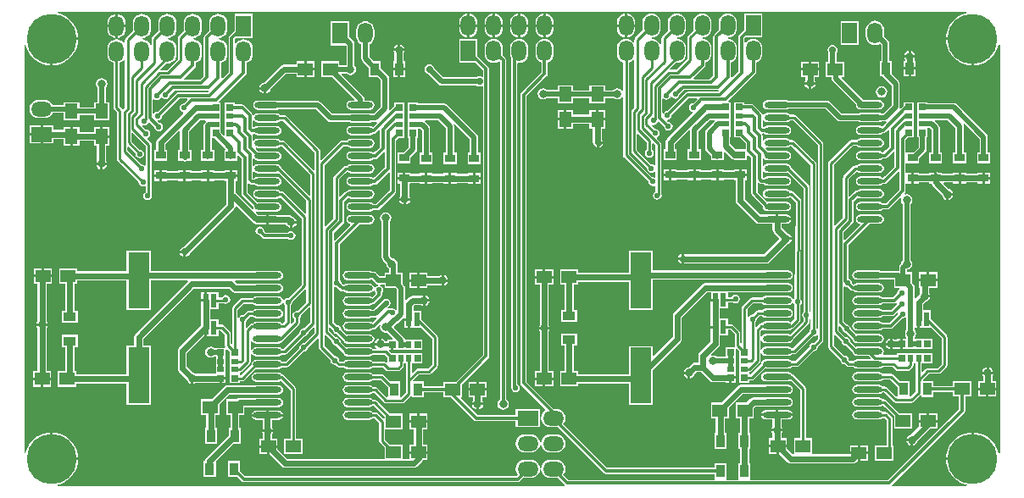
<source format=gtl>
%FSLAX25Y25*%
%MOIN*%
G70*
G01*
G75*
G04 Layer_Physical_Order=1*
G04 Layer_Color=255*
%ADD10R,0.03937X0.03150*%
%ADD11R,0.02756X0.02559*%
%ADD12R,0.02756X0.01969*%
%ADD13R,0.02559X0.02756*%
%ADD14R,0.01969X0.02756*%
%ADD15R,0.05118X0.03543*%
%ADD16R,0.03543X0.05118*%
%ADD17R,0.04921X0.05906*%
%ADD18R,0.05906X0.04921*%
%ADD19O,0.11221X0.02362*%
%ADD20O,0.09843X0.02362*%
%ADD21R,0.08268X0.22047*%
%ADD22R,0.02362X0.05512*%
%ADD23C,0.02362*%
%ADD24C,0.01969*%
%ADD25C,0.01000*%
%ADD26C,0.01181*%
%ADD27C,0.19685*%
%ADD28R,0.05906X0.08268*%
%ADD29O,0.05906X0.08268*%
%ADD30R,0.08268X0.05906*%
%ADD31O,0.08268X0.05906*%
%ADD32C,0.02756*%
%ADD33C,0.03150*%
%ADD34C,0.02165*%
G36*
X848118Y486571D02*
X847157Y486340D01*
X845638Y485711D01*
X844237Y484852D01*
X842987Y483785D01*
X841919Y482535D01*
X841061Y481133D01*
X840432Y479615D01*
X840048Y478017D01*
X839958Y476878D01*
X850394D01*
Y476378D01*
X850894D01*
Y465942D01*
X852032Y466032D01*
X853631Y466416D01*
X855149Y467045D01*
X856551Y467904D01*
X857800Y468971D01*
X858868Y470221D01*
X859727Y471623D01*
X860356Y473141D01*
X860587Y474102D01*
X861083Y474044D01*
Y313358D01*
X860587Y313299D01*
X860356Y314261D01*
X859727Y315779D01*
X858868Y317181D01*
X857800Y318430D01*
X856551Y319498D01*
X855149Y320357D01*
X853631Y320986D01*
X852032Y321370D01*
X850894Y321459D01*
Y311024D01*
X850394D01*
Y310524D01*
X839958D01*
X840048Y309385D01*
X840432Y307787D01*
X841061Y306268D01*
X841919Y304867D01*
X842987Y303617D01*
X844237Y302549D01*
X845638Y301691D01*
X847157Y301062D01*
X848118Y300831D01*
X848059Y300334D01*
X818846D01*
X818655Y300796D01*
X847118Y329260D01*
X847381Y329654D01*
X847474Y330118D01*
X847474Y330118D01*
Y335522D01*
X849813D01*
Y341643D01*
X842707D01*
Y339796D01*
X835049D01*
Y341742D01*
X830989D01*
X830798Y342204D01*
X833142Y344548D01*
X837008D01*
X837008Y344548D01*
X837437Y344633D01*
X837801Y344876D01*
X840163Y347238D01*
X840406Y347602D01*
X840492Y348031D01*
X840492Y348031D01*
Y359055D01*
X840406Y359484D01*
X840163Y359848D01*
X840163Y359848D01*
X834065Y365947D01*
Y369498D01*
X830950D01*
Y371984D01*
X831934Y372968D01*
X832345Y373050D01*
X833064Y373531D01*
X833545Y374250D01*
X833614Y374598D01*
X831496D01*
Y375598D01*
X833614D01*
X833545Y375947D01*
X833312Y376295D01*
Y378435D01*
X836427D01*
Y380996D01*
X829321D01*
Y378435D01*
X829680D01*
Y376295D01*
X829447Y375947D01*
X829366Y375536D01*
X828061Y374232D01*
X827600Y374423D01*
Y378543D01*
X827477Y379161D01*
X827126Y379685D01*
X826584Y380228D01*
Y384557D01*
X824647D01*
Y385625D01*
X825258Y385747D01*
X825977Y386227D01*
X826458Y386947D01*
X826627Y387795D01*
X826458Y388644D01*
X826025Y389292D01*
Y411495D01*
X826458Y412144D01*
X826627Y412992D01*
X826458Y413841D01*
X825977Y414560D01*
X825258Y415041D01*
X824409Y415209D01*
X823776Y415084D01*
X823540Y415524D01*
X823693Y415677D01*
X823693Y415677D01*
X823956Y416071D01*
X824049Y416535D01*
X824049Y416535D01*
Y419479D01*
X824049D01*
X824203D01*
X824402Y419479D01*
X824402Y419479D01*
Y419479D01*
X826272D01*
Y421654D01*
Y423828D01*
X824402D01*
X824402Y423828D01*
Y423828D01*
X824203Y423828D01*
X824049Y423983D01*
Y427353D01*
X824049D01*
X824203D01*
X824402Y427353D01*
X824402Y427353D01*
Y427353D01*
X829340D01*
Y429221D01*
X831851Y431732D01*
X832201Y432256D01*
X832324Y432874D01*
Y437589D01*
X832687D01*
Y441298D01*
X833583D01*
X834212Y440669D01*
Y431702D01*
X833258D01*
Y427353D01*
X838395D01*
Y431702D01*
X837442D01*
Y441338D01*
X837319Y441957D01*
X836969Y442481D01*
X835464Y443986D01*
X835654Y444444D01*
X835656Y444448D01*
X840670D01*
X843660Y441457D01*
Y431702D01*
X842707D01*
Y427353D01*
X847844D01*
Y431702D01*
X846891D01*
Y442126D01*
X846768Y442744D01*
X846729Y442803D01*
X847115Y443120D01*
X853109Y437126D01*
Y431702D01*
X852156D01*
Y427353D01*
X857293D01*
Y431702D01*
X856340D01*
Y437795D01*
X856217Y438413D01*
X855867Y438937D01*
X844154Y450650D01*
X843630Y451000D01*
X843012Y451123D01*
X832687D01*
Y451387D01*
X828731D01*
Y447628D01*
Y444479D01*
Y441329D01*
Y437589D01*
X829093D01*
Y433543D01*
X827253Y431702D01*
X824402D01*
X824402Y431702D01*
Y431702D01*
X824203Y431702D01*
X824049Y431857D01*
Y436603D01*
X825034Y437589D01*
X827175D01*
Y441329D01*
Y444479D01*
Y447628D01*
Y451387D01*
X823219D01*
Y450132D01*
X822080Y448993D01*
X821966Y449016D01*
X821614Y449204D01*
X821694Y449606D01*
Y458661D01*
X821571Y459279D01*
X821221Y459803D01*
X818513Y462511D01*
Y467824D01*
X817659D01*
Y474665D01*
X817536Y475283D01*
X817185Y475807D01*
X815538Y477455D01*
X815552Y477559D01*
Y479921D01*
X815430Y480849D01*
X815072Y481713D01*
X814502Y482455D01*
X813760Y483025D01*
X812896Y483383D01*
X811969Y483505D01*
X811041Y483383D01*
X810177Y483025D01*
X809435Y482455D01*
X808865Y481713D01*
X808507Y480849D01*
X808385Y479921D01*
Y477559D01*
X808507Y476631D01*
X808865Y475767D01*
X809435Y475025D01*
X810177Y474456D01*
X811041Y474098D01*
X811969Y473976D01*
X812896Y474098D01*
X813760Y474456D01*
X813878Y474546D01*
X814428Y473996D01*
Y467824D01*
X813770D01*
Y461506D01*
X814966D01*
X814999Y461456D01*
X818464Y457992D01*
Y450275D01*
X815256Y447068D01*
X814568D01*
X814474Y447130D01*
X813780Y447269D01*
X806299D01*
X805604Y447130D01*
X805511Y447068D01*
X798917D01*
X794390Y451595D01*
X793866Y451945D01*
X793248Y452068D01*
X777954D01*
X777860Y452130D01*
X777165Y452269D01*
X769685D01*
X768990Y452130D01*
X768401Y451737D01*
X768007Y451148D01*
X767869Y450453D01*
X768007Y449758D01*
X768401Y449169D01*
X768990Y448775D01*
X769685Y448637D01*
X777165D01*
X777860Y448775D01*
X777954Y448837D01*
X792579D01*
X797106Y444311D01*
X797630Y443960D01*
X798248Y443837D01*
X805511D01*
X805604Y443775D01*
X806299Y443637D01*
X813780D01*
X814474Y443775D01*
X814568Y443837D01*
X815925D01*
X816327Y443917D01*
X816563Y443476D01*
X814920Y441833D01*
X814474Y442130D01*
X813780Y442269D01*
X806299D01*
X805604Y442130D01*
X805015Y441737D01*
X804622Y441148D01*
X804483Y440453D01*
X804622Y439758D01*
X805015Y439169D01*
X805604Y438775D01*
X806299Y438637D01*
X813780D01*
X814474Y438775D01*
X815064Y439169D01*
X815111Y439239D01*
X815256D01*
X815256Y439239D01*
X815720Y439331D01*
X816114Y439594D01*
X817197Y440677D01*
X817659Y440485D01*
Y433942D01*
X816238Y432521D01*
X815064Y431737D01*
X814474Y432130D01*
X813780Y432269D01*
X806299D01*
X805604Y432130D01*
X805015Y431737D01*
X804622Y431148D01*
X804483Y430453D01*
X804622Y429758D01*
X805015Y429169D01*
X805604Y428775D01*
X806299Y428637D01*
X813780D01*
X814474Y428775D01*
X815064Y429169D01*
X815111Y429239D01*
X815886D01*
X815886Y429239D01*
X816350Y429331D01*
X816744Y429594D01*
X819178Y432028D01*
X819640Y431837D01*
Y426081D01*
X815763Y422204D01*
X815064Y421737D01*
X814474Y422130D01*
X813780Y422269D01*
X806299D01*
X805604Y422130D01*
X805015Y421737D01*
X804622Y421148D01*
X804483Y420453D01*
X804622Y419758D01*
X805015Y419169D01*
X805604Y418775D01*
X806299Y418637D01*
X813780D01*
X814474Y418775D01*
X815064Y419169D01*
X815111Y419239D01*
X815728D01*
X815728Y419239D01*
X816193Y419331D01*
X816587Y419594D01*
X821159Y424166D01*
X821621Y423975D01*
Y417038D01*
X816249Y411666D01*
X815111D01*
X815064Y411737D01*
X814474Y412130D01*
X813780Y412269D01*
X806299D01*
X805604Y412130D01*
X805015Y411737D01*
X804622Y411148D01*
X804483Y410453D01*
X804622Y409758D01*
X805015Y409169D01*
X805604Y408775D01*
X806299Y408637D01*
X813780D01*
X814474Y408775D01*
X815064Y409169D01*
X815111Y409239D01*
X816752D01*
X816752Y409239D01*
X817216Y409331D01*
X817610Y409594D01*
X821877Y413861D01*
X822318Y413625D01*
X822192Y412992D01*
X822361Y412144D01*
X822794Y411495D01*
Y389292D01*
X822361Y388644D01*
X822209Y387879D01*
X821889Y387560D01*
X821539Y387035D01*
X821416Y386417D01*
Y385262D01*
X821122Y385021D01*
X814470D01*
X814376Y385083D01*
X813681Y385221D01*
X804823D01*
X804128Y385083D01*
X803539Y384689D01*
X803145Y384100D01*
X803007Y383405D01*
X803145Y382711D01*
X803539Y382121D01*
X804128Y381728D01*
X804823Y381589D01*
X813681D01*
X814376Y381728D01*
X814470Y381790D01*
X819479D01*
Y378435D01*
X821630D01*
X821775Y377957D01*
X821228Y377591D01*
X820856Y377034D01*
X820726Y376379D01*
X818966Y374619D01*
X815012D01*
X814965Y374690D01*
X814376Y375083D01*
X813681Y375221D01*
X804823D01*
X804128Y375083D01*
X803539Y374690D01*
X803145Y374100D01*
X803007Y373405D01*
X803145Y372710D01*
X803539Y372121D01*
X804128Y371728D01*
X804823Y371589D01*
X813681D01*
X814376Y371728D01*
X814965Y372121D01*
X815012Y372192D01*
X819468D01*
X819468Y372192D01*
X819933Y372284D01*
X820327Y372547D01*
X820339Y372560D01*
X820554Y372445D01*
X820627Y371950D01*
X818296Y369619D01*
X815012D01*
X814965Y369689D01*
X814376Y370083D01*
X813681Y370221D01*
X804823D01*
X804128Y370083D01*
X803539Y369689D01*
X803145Y369100D01*
X803007Y368405D01*
X803145Y367710D01*
X803539Y367121D01*
X804128Y366728D01*
X804823Y366589D01*
X813681D01*
X814376Y366728D01*
X814965Y367121D01*
X815012Y367192D01*
X818799D01*
X818799Y367192D01*
X819264Y367284D01*
X819658Y367547D01*
X820733Y368623D01*
X820948Y368508D01*
X821021Y368013D01*
X817627Y364619D01*
X815012D01*
X814965Y364689D01*
X814376Y365083D01*
X813681Y365221D01*
X804823D01*
X804128Y365083D01*
X803539Y364689D01*
X803145Y364100D01*
X803007Y363405D01*
X803145Y362710D01*
X803539Y362121D01*
X804128Y361728D01*
X804823Y361589D01*
X813681D01*
X814376Y361728D01*
X814965Y362121D01*
X815012Y362192D01*
X818130D01*
X818130Y362192D01*
X818594Y362284D01*
X818988Y362547D01*
X822836Y366395D01*
X823491Y366525D01*
X823928Y366817D01*
X824369Y366581D01*
Y361832D01*
X823936Y361183D01*
X823767Y360335D01*
X823936Y359486D01*
X824369Y358838D01*
Y358277D01*
X823039D01*
Y356299D01*
Y354321D01*
X834458D01*
Y358277D01*
X827600D01*
Y358838D01*
X828033Y359486D01*
X828202Y360335D01*
X828033Y361183D01*
X827600Y361832D01*
Y362786D01*
X828634D01*
Y366142D01*
X829634D01*
Y362786D01*
X834053D01*
X838249Y358591D01*
Y348496D01*
X836543Y346791D01*
X832677D01*
X832248Y346705D01*
X831884Y346462D01*
X831884Y346462D01*
X830717Y345296D01*
X830255Y345487D01*
Y348809D01*
X834458D01*
Y352765D01*
X820660D01*
Y351909D01*
X815354D01*
X815118Y352350D01*
X815359Y352711D01*
X815497Y353405D01*
X815359Y354100D01*
X814965Y354690D01*
X814376Y355083D01*
X813681Y355221D01*
X804823D01*
X804336Y355124D01*
X802189Y357271D01*
X802211Y357379D01*
X802080Y358035D01*
X801708Y358592D01*
X801152Y358964D01*
X800495Y359094D01*
X800387Y359073D01*
X797644Y361816D01*
Y362979D01*
X798106Y363170D01*
X799072Y362203D01*
X799202Y361548D01*
X799574Y360992D01*
X800131Y360620D01*
X800786Y360489D01*
X803041Y358235D01*
X803145Y357711D01*
X803539Y357121D01*
X804128Y356728D01*
X804823Y356589D01*
X813681D01*
X814376Y356728D01*
X814965Y357121D01*
X815359Y357711D01*
X815497Y358405D01*
X815359Y359100D01*
X814965Y359689D01*
X814376Y360083D01*
X813681Y360221D01*
X804823D01*
X804543Y360166D01*
X802503Y362206D01*
X802372Y362861D01*
X802001Y363418D01*
X801444Y363790D01*
X800789Y363920D01*
X799626Y365082D01*
Y378800D01*
X800068Y379035D01*
X800525Y378730D01*
X801180Y378600D01*
X802232Y377547D01*
X802626Y377284D01*
X803091Y377192D01*
X803091Y377192D01*
X803492D01*
X803539Y377121D01*
X804128Y376728D01*
X804823Y376589D01*
X813681D01*
X814376Y376728D01*
X814965Y377121D01*
X815359Y377711D01*
X815497Y378405D01*
X815359Y379100D01*
X814965Y379690D01*
X814376Y380083D01*
X813681Y380221D01*
X804823D01*
X804128Y380083D01*
X803539Y379690D01*
X803524Y379688D01*
X802896Y380316D01*
X802766Y380971D01*
X802394Y381528D01*
X801838Y381900D01*
X801608Y381946D01*
Y395304D01*
X809940Y403637D01*
X813780D01*
X814474Y403775D01*
X815064Y404169D01*
X815457Y404758D01*
X815596Y405453D01*
X815457Y406148D01*
X815064Y406737D01*
X814474Y407130D01*
X813780Y407269D01*
X806299D01*
X805604Y407130D01*
X805015Y406737D01*
X804622Y406148D01*
X804483Y405453D01*
X804622Y404758D01*
X805015Y404169D01*
X805604Y403775D01*
X805952Y403706D01*
X806097Y403227D01*
X800088Y397218D01*
X799626Y397410D01*
Y400272D01*
X803220Y403866D01*
X803221Y403866D01*
X803484Y404260D01*
X803484Y404260D01*
X803484Y404260D01*
X803576Y404724D01*
X803576Y404724D01*
Y412489D01*
X805159Y414072D01*
X805604Y413775D01*
X806299Y413637D01*
X813780D01*
X814474Y413775D01*
X815064Y414169D01*
X815457Y414758D01*
X815596Y415453D01*
X815457Y416148D01*
X815064Y416737D01*
X814474Y417130D01*
X813780Y417269D01*
X806299D01*
X805604Y417130D01*
X805015Y416737D01*
X804968Y416667D01*
X804823D01*
X804823Y416667D01*
X804435Y416589D01*
X804358Y416574D01*
X803965Y416311D01*
X803965Y416311D01*
X802055Y414402D01*
X801593Y414593D01*
Y421267D01*
X803448Y423121D01*
X805015Y424169D01*
X805604Y423775D01*
X806299Y423637D01*
X813780D01*
X814474Y423775D01*
X815064Y424169D01*
X815457Y424758D01*
X815596Y425453D01*
X815457Y426148D01*
X815064Y426737D01*
X814474Y427130D01*
X813780Y427269D01*
X806299D01*
X805604Y427130D01*
X805015Y426737D01*
X804906Y426574D01*
X804193D01*
X803764Y426489D01*
X803400Y426246D01*
X803400Y426246D01*
X799679Y422524D01*
X799436Y422161D01*
X799350Y421731D01*
X799350Y421731D01*
Y405972D01*
X796306Y402927D01*
X795844Y403119D01*
Y426935D01*
X803240Y434331D01*
X804906D01*
X805015Y434169D01*
X805604Y433775D01*
X806299Y433637D01*
X813780D01*
X814474Y433775D01*
X815064Y434169D01*
X815457Y434758D01*
X815596Y435453D01*
X815457Y436148D01*
X815064Y436737D01*
X814474Y437130D01*
X813780Y437269D01*
X806299D01*
X805604Y437130D01*
X805015Y436737D01*
X804906Y436574D01*
X802776D01*
X802776Y436574D01*
X802346Y436489D01*
X801982Y436246D01*
X801982Y436246D01*
X793929Y428192D01*
X793686Y427828D01*
X793601Y427399D01*
X793601Y427399D01*
Y355278D01*
X793601Y355278D01*
X793686Y354849D01*
X793929Y354485D01*
X798306Y350108D01*
X798284Y350000D01*
X798415Y349343D01*
X798787Y348787D01*
X799343Y348415D01*
X800000Y348284D01*
X800108Y348306D01*
X800801Y347612D01*
X800801Y347612D01*
X801165Y347369D01*
X801165Y347369D01*
X801165Y347369D01*
D01*
X801165Y347369D01*
X801165Y347369D01*
X801595Y347284D01*
X801595Y347284D01*
X803430D01*
X803539Y347121D01*
X804128Y346728D01*
X804823Y346589D01*
X813681D01*
X814376Y346728D01*
X814965Y347121D01*
X815074Y347284D01*
X818847D01*
X820073Y346057D01*
X820073Y346057D01*
X820437Y345814D01*
X820866Y345729D01*
X824803D01*
X824803Y345729D01*
X825232Y345814D01*
X825596Y346057D01*
X826777Y347238D01*
X826777Y347238D01*
X827020Y347602D01*
X827020Y347602D01*
X827020Y347602D01*
X827106Y348031D01*
X827106Y348031D01*
Y348809D01*
X828012D01*
Y342126D01*
X828012Y342126D01*
Y337472D01*
X826062Y335522D01*
X825600Y335713D01*
Y335727D01*
X825600Y335727D01*
X825600D01*
Y341742D01*
X821655D01*
X819199Y344198D01*
X818835Y344442D01*
X818406Y344527D01*
X818406Y344527D01*
X815074D01*
X814965Y344689D01*
X814376Y345083D01*
X813681Y345221D01*
X804823D01*
X804128Y345083D01*
X803539Y344689D01*
X803145Y344100D01*
X803007Y343405D01*
X803145Y342710D01*
X803539Y342121D01*
X804128Y341728D01*
X804823Y341589D01*
X813681D01*
X814376Y341728D01*
X814965Y342121D01*
X815074Y342284D01*
X817941D01*
X820857Y339368D01*
Y335727D01*
X820857Y335727D01*
X820857D01*
Y335713D01*
X820395Y335522D01*
X816718Y339198D01*
X816354Y339442D01*
X815925Y339527D01*
X815925Y339527D01*
X815074D01*
X814965Y339689D01*
X814376Y340083D01*
X813681Y340221D01*
X804823D01*
X804128Y340083D01*
X803539Y339689D01*
X803145Y339100D01*
X803007Y338405D01*
X803145Y337710D01*
X803539Y337121D01*
X804128Y336728D01*
X804823Y336589D01*
X813681D01*
X814376Y336728D01*
X814965Y337121D01*
X815010Y337188D01*
X815507Y337237D01*
X819286Y333459D01*
X819286Y333459D01*
X819650Y333216D01*
X819650Y333216D01*
X819650Y333216D01*
D01*
X819650Y333216D01*
X819650Y333216D01*
X820079Y333130D01*
X826378D01*
X826378Y333130D01*
X826807Y333216D01*
X827171Y333459D01*
X829648Y335936D01*
X830146Y335887D01*
X830305Y335647D01*
Y335423D01*
X835049D01*
Y337369D01*
X842707D01*
Y335522D01*
X845046D01*
Y330621D01*
X817214Y302789D01*
X763002D01*
Y302789D01*
Y303140D01*
X763002Y303142D01*
X763002Y303142D01*
X763002D01*
Y309458D01*
X762446D01*
Y314951D01*
X763002D01*
Y321269D01*
X762446D01*
Y327058D01*
X764380D01*
Y331103D01*
X764866Y331589D01*
X777854D01*
X778549Y331728D01*
X779138Y332121D01*
X779532Y332711D01*
X779670Y333405D01*
X779532Y334100D01*
X779138Y334689D01*
X778549Y335083D01*
X777854Y335221D01*
X764114D01*
X763419Y335083D01*
X762830Y334689D01*
X761319Y333179D01*
X757274D01*
Y327058D01*
X758814D01*
Y321269D01*
X758258D01*
Y314951D01*
X758814D01*
Y309458D01*
X758258D01*
Y303142D01*
X758258Y303142D01*
X758258D01*
X758258Y303140D01*
X757907Y302789D01*
X753553D01*
Y302789D01*
Y303140D01*
X753553Y303142D01*
X753553Y303142D01*
X753553D01*
Y309458D01*
X748809D01*
Y307513D01*
X706723D01*
X689381Y324856D01*
X689717Y325295D01*
X690075Y326159D01*
X690198Y327087D01*
X690075Y328014D01*
X689717Y328878D01*
X689148Y329621D01*
X688406Y330190D01*
X687542Y330548D01*
X686614Y330670D01*
X685712D01*
X675042Y341340D01*
Y453837D01*
X682906Y461701D01*
X683169Y462094D01*
X683261Y462559D01*
X683261Y462559D01*
Y467130D01*
X683839Y467369D01*
X684581Y467939D01*
X685151Y468681D01*
X685509Y469545D01*
X685631Y470472D01*
Y472835D01*
X685509Y473762D01*
X685151Y474626D01*
X684581Y475368D01*
X683839Y475938D01*
X682975Y476296D01*
X682158Y476404D01*
Y476450D01*
X681937D01*
Y476404D01*
X681120Y476296D01*
X680256Y475938D01*
X679513Y475368D01*
X678944Y474626D01*
X678586Y473762D01*
X678464Y472835D01*
Y470472D01*
X678586Y469545D01*
X678944Y468681D01*
X679513Y467939D01*
X680256Y467369D01*
X680833Y467130D01*
Y463062D01*
X672970Y455198D01*
X672707Y454805D01*
X672614Y454340D01*
X672614Y454340D01*
Y340837D01*
X672614Y340837D01*
X672707Y340372D01*
X672970Y339979D01*
X682361Y330588D01*
X682328Y330089D01*
X681718Y329621D01*
X681149Y328878D01*
X680791Y328014D01*
X680668Y327087D01*
X680791Y326159D01*
X681149Y325295D01*
X681718Y324553D01*
X682460Y323983D01*
X683324Y323625D01*
X684252Y323503D01*
X686614D01*
X687220Y323583D01*
X705362Y305441D01*
X705362Y305441D01*
X705756Y305178D01*
X706220Y305085D01*
X748809D01*
Y303142D01*
X748809Y303142D01*
X748809D01*
X748809Y303140D01*
X748458Y302789D01*
X691448D01*
X689381Y304856D01*
X689717Y305295D01*
X690075Y306159D01*
X690198Y307087D01*
X690075Y308014D01*
X689717Y308878D01*
X689148Y309620D01*
X688406Y310190D01*
X687542Y310548D01*
X686614Y310670D01*
X684252D01*
X683324Y310548D01*
X682460Y310190D01*
X681718Y309620D01*
X681149Y308878D01*
X680791Y308014D01*
X680683Y307197D01*
X680183D01*
X680076Y308014D01*
X679717Y308878D01*
X679148Y309620D01*
X678406Y310190D01*
X677542Y310548D01*
X676614Y310670D01*
X674252D01*
X673324Y310548D01*
X672460Y310190D01*
X671718Y309620D01*
X671149Y308878D01*
X670791Y308014D01*
X670669Y307087D01*
X670791Y306159D01*
X671149Y305295D01*
X671486Y304856D01*
X670993Y304363D01*
X564282D01*
X562214Y306432D01*
Y310246D01*
X557471D01*
Y303928D01*
X561285D01*
X562921Y302291D01*
X562921Y302291D01*
X563315Y302028D01*
X563315Y302028D01*
X563315Y302028D01*
D01*
X563315Y302028D01*
X563315Y302028D01*
X563779Y301936D01*
X563780Y301936D01*
X671496D01*
X671496Y301936D01*
X671961Y302028D01*
X672354Y302291D01*
X673646Y303583D01*
X674252Y303503D01*
X676614D01*
X677542Y303625D01*
X678406Y303983D01*
X679148Y304553D01*
X679717Y305295D01*
X680076Y306159D01*
X680183Y306976D01*
X680683D01*
X680791Y306159D01*
X681149Y305295D01*
X681718Y304553D01*
X682460Y303983D01*
X683324Y303625D01*
X684252Y303503D01*
X686614D01*
X687220Y303583D01*
X689808Y300995D01*
X689758Y300498D01*
X689513Y300334D01*
X490523D01*
X490464Y300831D01*
X491426Y301062D01*
X492944Y301691D01*
X494346Y302549D01*
X495596Y303617D01*
X496663Y304867D01*
X497522Y306268D01*
X498151Y307787D01*
X498535Y309385D01*
X498624Y310524D01*
X488189D01*
Y311024D01*
X487689D01*
Y321459D01*
X486550Y321370D01*
X484952Y320986D01*
X483433Y320357D01*
X482032Y319498D01*
X480782Y318430D01*
X479715Y317181D01*
X478856Y315779D01*
X478227Y314261D01*
X477996Y313299D01*
X477499Y313358D01*
Y474044D01*
X477996Y474102D01*
X478227Y473141D01*
X478856Y471623D01*
X479715Y470221D01*
X480782Y468971D01*
X482032Y467904D01*
X483433Y467045D01*
X484952Y466416D01*
X486550Y466032D01*
X487689Y465942D01*
Y476378D01*
X488189D01*
Y476878D01*
X498624D01*
X498535Y478017D01*
X498151Y479615D01*
X497522Y481133D01*
X496663Y482535D01*
X495596Y483785D01*
X494346Y484852D01*
X492944Y485711D01*
X491426Y486340D01*
X490464Y486571D01*
X490523Y487067D01*
X848059D01*
X848118Y486571D01*
D02*
G37*
G36*
X798801Y357487D02*
X798780Y357379D01*
X798910Y356722D01*
X799282Y356166D01*
X799839Y355794D01*
X800495Y355663D01*
X800603Y355684D01*
X803038Y353250D01*
X803145Y352711D01*
X803539Y352121D01*
X804128Y351728D01*
X804823Y351589D01*
X809482D01*
X810388Y350683D01*
X810197Y350221D01*
X804823D01*
X804128Y350083D01*
X803539Y349690D01*
X803430Y349527D01*
X802059D01*
X801694Y349892D01*
X801716Y350000D01*
X801585Y350657D01*
X801213Y351213D01*
X800657Y351585D01*
X800000Y351715D01*
X799892Y351694D01*
X795844Y355742D01*
Y359791D01*
X796306Y359982D01*
X798801Y357487D01*
D02*
G37*
%LPC*%
G36*
X636033Y384360D02*
X632980D01*
Y381299D01*
Y378239D01*
X636033D01*
Y379483D01*
X640732D01*
X641081Y379251D01*
X641429Y379181D01*
Y381299D01*
Y383417D01*
X641081Y383348D01*
X640732Y383115D01*
X636033D01*
Y384360D01*
D02*
G37*
G36*
X644047Y380799D02*
X642429D01*
Y379181D01*
X642778Y379251D01*
X643497Y379731D01*
X643978Y380451D01*
X644047Y380799D01*
D02*
G37*
G36*
X631980D02*
X628928D01*
Y378239D01*
X631980D01*
Y380799D01*
D02*
G37*
G36*
X548319Y376781D02*
X547038D01*
Y373925D01*
X548319D01*
Y376781D01*
D02*
G37*
G36*
X635146Y375543D02*
Y373925D01*
X636764D01*
X636694Y374274D01*
X636214Y374993D01*
X635494Y375474D01*
X635146Y375543D01*
D02*
G37*
G36*
X642429Y383417D02*
Y381799D01*
X644047D01*
X643978Y382148D01*
X643497Y382867D01*
X642778Y383348D01*
X642429Y383417D01*
D02*
G37*
G36*
X832374Y384557D02*
X829321D01*
Y381996D01*
X832374D01*
Y384557D01*
D02*
G37*
G36*
X836427D02*
X833374D01*
Y381996D01*
X836427D01*
Y384557D01*
D02*
G37*
G36*
X631980Y384360D02*
X628928D01*
Y381799D01*
X631980D01*
Y384360D01*
D02*
G37*
G36*
X681390Y385620D02*
X678337D01*
Y383059D01*
X681390D01*
Y385620D01*
D02*
G37*
G36*
X855799Y347098D02*
X855451Y347029D01*
X854731Y346548D01*
X854251Y345829D01*
X854181Y345480D01*
X855799D01*
Y347098D01*
D02*
G37*
G36*
X856799D02*
Y345480D01*
X858417D01*
X858348Y345829D01*
X857867Y346548D01*
X857148Y347029D01*
X856799Y347098D01*
D02*
G37*
G36*
X684008Y362000D02*
X679772D01*
X679841Y361651D01*
X680074Y361303D01*
Y345620D01*
X678337D01*
Y343059D01*
X685442D01*
Y345620D01*
X683706D01*
Y361303D01*
X683938Y361651D01*
X684008Y362000D01*
D02*
G37*
G36*
X738378Y344382D02*
X736760D01*
X736829Y344033D01*
X737310Y343314D01*
X738029Y342833D01*
X738378Y342764D01*
Y344382D01*
D02*
G37*
G36*
X486567Y363476D02*
X482331D01*
X482400Y363128D01*
X482633Y362780D01*
Y345580D01*
X480896D01*
Y343020D01*
X488002D01*
Y345580D01*
X486265D01*
Y362780D01*
X486497Y363128D01*
X486567Y363476D01*
D02*
G37*
G36*
X817906Y355799D02*
X816288D01*
X816357Y355451D01*
X816838Y354731D01*
X817557Y354251D01*
X817906Y354181D01*
Y355799D01*
D02*
G37*
G36*
X488395Y382571D02*
X481290D01*
Y380010D01*
X482633D01*
Y365173D01*
X482400Y364825D01*
X482331Y364476D01*
X486567D01*
X486497Y364825D01*
X486265Y365173D01*
Y380010D01*
X488395D01*
Y382571D01*
D02*
G37*
G36*
X636764Y372925D02*
X635146D01*
Y371307D01*
X635494Y371377D01*
X636214Y371857D01*
X636694Y372577D01*
X636764Y372925D01*
D02*
G37*
G36*
X685442Y382059D02*
X678337D01*
Y379498D01*
X680074D01*
Y363697D01*
X679841Y363349D01*
X679772Y363000D01*
X684008D01*
X683938Y363349D01*
X683706Y363697D01*
Y379498D01*
X685442D01*
Y382059D01*
D02*
G37*
G36*
X818906Y358417D02*
Y356299D01*
Y354181D01*
X819254Y354251D01*
X819602Y354483D01*
X820660D01*
Y354321D01*
X822039D01*
Y356299D01*
Y358277D01*
X820660D01*
Y358115D01*
X819602D01*
X819254Y358348D01*
X818906Y358417D01*
D02*
G37*
G36*
X817906D02*
X817557Y358348D01*
X816838Y357867D01*
X816357Y357148D01*
X816288Y356799D01*
X817906D01*
Y358417D01*
D02*
G37*
G36*
X842669Y414657D02*
X841051D01*
Y413039D01*
X841400Y413109D01*
X842119Y413589D01*
X842600Y414309D01*
X842669Y414657D01*
D02*
G37*
G36*
X629340Y423828D02*
X627272D01*
Y421654D01*
X626772D01*
Y421153D01*
X624203D01*
Y419479D01*
X625251D01*
Y414484D01*
X625018Y414136D01*
X624949Y413787D01*
X629185D01*
X629115Y414136D01*
X628883Y414484D01*
Y419479D01*
X629340D01*
Y419542D01*
X632865D01*
Y419282D01*
X634933D01*
Y421457D01*
Y423631D01*
X632865D01*
Y423174D01*
X629340D01*
Y423828D01*
D02*
G37*
G36*
X629185Y412787D02*
X627567D01*
Y411169D01*
X627915Y411239D01*
X628635Y411719D01*
X629115Y412439D01*
X629185Y412787D01*
D02*
G37*
G36*
X777165Y407269D02*
X773925D01*
Y405953D01*
X778882D01*
X778843Y406148D01*
X778449Y406737D01*
X777860Y407130D01*
X777165Y407269D01*
D02*
G37*
G36*
X626567Y412787D02*
X624949D01*
X625018Y412439D01*
X625499Y411719D01*
X626218Y411239D01*
X626567Y411169D01*
Y412787D01*
D02*
G37*
G36*
X656899Y420957D02*
X654831D01*
Y419282D01*
X656899D01*
Y420957D01*
D02*
G37*
G36*
X836327Y423961D02*
Y421654D01*
X835327D01*
Y423961D01*
X835132Y423922D01*
X834992Y423828D01*
X833258D01*
Y423469D01*
X829340D01*
Y423828D01*
X827272D01*
Y421654D01*
Y419479D01*
X829340D01*
Y419838D01*
X833258D01*
Y419479D01*
X834091D01*
X834149Y419187D01*
X834543Y418598D01*
X838421Y414720D01*
X838503Y414309D01*
X838983Y413589D01*
X839703Y413109D01*
X840051Y413039D01*
Y415158D01*
X840551D01*
Y415658D01*
X842669D01*
X842600Y416006D01*
X842119Y416725D01*
X841400Y417206D01*
X840989Y417288D01*
X838901Y419376D01*
X839093Y419838D01*
X842707D01*
Y419479D01*
X844776D01*
Y421654D01*
Y423828D01*
X842707D01*
Y423469D01*
X838395D01*
Y423828D01*
X836662D01*
X836522Y423922D01*
X836327Y423961D01*
D02*
G37*
G36*
X656899Y423631D02*
X654831D01*
Y421957D01*
X656899D01*
Y423631D01*
D02*
G37*
G36*
X730996Y422335D02*
X728928D01*
Y420660D01*
X730996D01*
Y422335D01*
D02*
G37*
G36*
X857293Y421153D02*
X855224D01*
Y419479D01*
X857293D01*
Y421153D01*
D02*
G37*
G36*
X530602Y422138D02*
X528534D01*
Y420463D01*
X530602D01*
Y422138D01*
D02*
G37*
G36*
X724545Y392883D02*
X715077D01*
Y384375D01*
X695285D01*
Y385620D01*
X688179D01*
Y379498D01*
X689916D01*
Y369694D01*
X688573D01*
Y364951D01*
X694891D01*
Y369694D01*
X693548D01*
Y379498D01*
X695285D01*
Y380743D01*
X715077D01*
Y369636D01*
X724545D01*
Y381589D01*
X777854D01*
X778549Y381728D01*
X779138Y382121D01*
X779532Y382711D01*
X779670Y383405D01*
X779532Y384100D01*
X779138Y384689D01*
X778549Y385083D01*
X777854Y385221D01*
X724545D01*
Y392883D01*
D02*
G37*
G36*
X527175Y392923D02*
X517707D01*
Y384887D01*
X498238D01*
Y386132D01*
X491132D01*
Y380010D01*
X493460D01*
Y369301D01*
X492116D01*
Y364558D01*
X498435D01*
Y369301D01*
X497092D01*
Y380010D01*
X498238D01*
Y381255D01*
X517707D01*
Y369676D01*
X527175D01*
Y381393D01*
X541557D01*
X541748Y380931D01*
X521157Y360339D01*
X520763Y359750D01*
X520625Y359055D01*
Y355521D01*
X517707D01*
Y344336D01*
X497844D01*
Y345580D01*
X497092D01*
Y355109D01*
X498435D01*
Y359852D01*
X492116D01*
Y355109D01*
X493460D01*
Y345580D01*
X490739D01*
Y339459D01*
X497844D01*
Y340704D01*
X517707D01*
Y332274D01*
X527175D01*
Y355521D01*
X524257D01*
Y358303D01*
X544059Y378105D01*
X557909D01*
X559090Y376924D01*
X559679Y376531D01*
X560374Y376393D01*
X577461D01*
X578156Y376531D01*
X578745Y376924D01*
X579138Y377514D01*
X579277Y378209D01*
X579138Y378904D01*
X578745Y379493D01*
X578156Y379886D01*
X577461Y380025D01*
X561126D01*
X560220Y380931D01*
X560412Y381393D01*
X577461D01*
X578156Y381531D01*
X578745Y381925D01*
X579138Y382514D01*
X579277Y383209D01*
X579138Y383904D01*
X578745Y384493D01*
X578156Y384886D01*
X577461Y385025D01*
X527175D01*
Y392923D01*
D02*
G37*
G36*
X488395Y386132D02*
X485343D01*
Y383571D01*
X488395D01*
Y386132D01*
D02*
G37*
G36*
X685442Y385620D02*
X682390D01*
Y383059D01*
X685442D01*
Y385620D01*
D02*
G37*
G36*
X484342Y386132D02*
X481290D01*
Y383571D01*
X484342D01*
Y386132D01*
D02*
G37*
G36*
X735917Y389264D02*
X734500D01*
X734554Y388992D01*
X734991Y388338D01*
X735646Y387901D01*
X735917Y387846D01*
Y389264D01*
D02*
G37*
G36*
X581358Y407072D02*
X573531D01*
Y405256D01*
Y403440D01*
X580322D01*
X580333Y403384D01*
X580814Y402664D01*
X581533Y402184D01*
X581882Y402114D01*
Y404232D01*
X582382D01*
Y404732D01*
X584500D01*
X584431Y405081D01*
X583950Y405800D01*
X583230Y406281D01*
X582820Y406363D01*
X582643Y406540D01*
X582053Y406934D01*
X581358Y407072D01*
D02*
G37*
G36*
X584500Y403732D02*
X582882D01*
Y402114D01*
X583230Y402184D01*
X583950Y402664D01*
X584431Y403384D01*
X584500Y403732D01*
D02*
G37*
G36*
X570079Y402503D02*
X569422Y402372D01*
X568866Y402001D01*
X568494Y401444D01*
X568363Y400787D01*
X568494Y400131D01*
X568866Y399574D01*
X569422Y399202D01*
X570077Y399072D01*
X571091Y398059D01*
X571484Y397796D01*
X571949Y397703D01*
X571949Y397703D01*
X581170D01*
X581725Y397332D01*
X582382Y397202D01*
X583038Y397332D01*
X583595Y397704D01*
X583967Y398261D01*
X584097Y398917D01*
X583967Y399574D01*
X583595Y400130D01*
X583038Y400502D01*
X582382Y400633D01*
X581725Y400502D01*
X581170Y400131D01*
X572452D01*
X571794Y400789D01*
X571664Y401444D01*
X571292Y402001D01*
X570735Y402372D01*
X570079Y402503D01*
D02*
G37*
G36*
X735917Y391681D02*
X735646Y391627D01*
X734991Y391190D01*
X734554Y390535D01*
X734500Y390264D01*
X735917D01*
Y391681D01*
D02*
G37*
G36*
X540051Y392020D02*
X538634D01*
X538688Y391748D01*
X539125Y391094D01*
X539779Y390656D01*
X540051Y390602D01*
Y392020D01*
D02*
G37*
G36*
X757096Y342512D02*
X755618D01*
Y341132D01*
X757096D01*
Y342512D01*
D02*
G37*
G36*
X836427Y325484D02*
X829321D01*
Y323819D01*
X826038Y320536D01*
X825628Y320454D01*
X824908Y319973D01*
X824428Y319254D01*
X824358Y318905D01*
X826476D01*
Y318406D01*
X826976D01*
Y316288D01*
X827325Y316357D01*
X828044Y316838D01*
X828525Y317557D01*
X828607Y317968D01*
X833563Y322923D01*
X836427D01*
Y325484D01*
D02*
G37*
G36*
X575248Y321547D02*
X571012D01*
X571081Y321199D01*
X571215Y320998D01*
Y319005D01*
X569873D01*
Y316445D01*
X576978D01*
Y319005D01*
X574848D01*
Y320703D01*
X575178Y321199D01*
X575248Y321547D01*
D02*
G37*
G36*
X825976Y317905D02*
X824358D01*
X824428Y317557D01*
X824908Y316838D01*
X825628Y316357D01*
X825976Y316288D01*
Y317905D01*
D02*
G37*
G36*
X636033Y325287D02*
X628928D01*
Y322727D01*
X630664D01*
Y316643D01*
X628928D01*
Y314083D01*
X636033D01*
Y316643D01*
X634296D01*
Y322727D01*
X636033D01*
Y325287D01*
D02*
G37*
G36*
X777854Y340221D02*
X759272D01*
X758577Y340083D01*
X757987Y339689D01*
X751477Y333179D01*
X747432D01*
Y327058D01*
X749365D01*
Y321269D01*
X748809D01*
Y314951D01*
X753553D01*
Y321269D01*
X752997D01*
Y327058D01*
X754537D01*
Y331103D01*
X760024Y336589D01*
X777854D01*
X778549Y336728D01*
X779138Y337121D01*
X779532Y337710D01*
X779670Y338405D01*
X779532Y339100D01*
X779138Y339689D01*
X778549Y340083D01*
X777854Y340221D01*
D02*
G37*
G36*
X775543Y321970D02*
X771307D01*
X771377Y321622D01*
X771609Y321274D01*
Y319202D01*
X770266D01*
Y316642D01*
X777372D01*
Y319202D01*
X775241D01*
Y321274D01*
X775474Y321622D01*
X775543Y321970D01*
D02*
G37*
G36*
X813681Y335221D02*
X804823D01*
X804128Y335083D01*
X803539Y334689D01*
X803145Y334100D01*
X803007Y333405D01*
X803145Y332711D01*
X803539Y332121D01*
X804128Y331728D01*
X804823Y331589D01*
X813681D01*
X814376Y331728D01*
X814965Y332121D01*
X815999Y331431D01*
X819479Y327951D01*
Y322923D01*
X826584D01*
Y329045D01*
X821557D01*
X816403Y334198D01*
X816039Y334442D01*
X815610Y334527D01*
X815610Y334527D01*
X815074D01*
X814965Y334689D01*
X814376Y335083D01*
X813681Y335221D01*
D02*
G37*
G36*
X779571Y327905D02*
X767279D01*
X767318Y327711D01*
X767712Y327121D01*
X768301Y326728D01*
X768996Y326589D01*
X771609D01*
Y323667D01*
X771377Y323319D01*
X771307Y322970D01*
X775543D01*
X775474Y323319D01*
X775241Y323667D01*
Y326589D01*
X777854D01*
X778549Y326728D01*
X779138Y327121D01*
X779532Y327711D01*
X779571Y327905D01*
D02*
G37*
G36*
X579177Y327709D02*
X566886D01*
X566925Y327514D01*
X567318Y326924D01*
X567907Y326531D01*
X568602Y326393D01*
X571215D01*
Y323097D01*
X571081Y322896D01*
X571012Y322547D01*
X575248D01*
X575178Y322896D01*
X574848Y323391D01*
Y326393D01*
X577461D01*
X578156Y326531D01*
X578745Y326924D01*
X579138Y327514D01*
X579177Y327709D01*
D02*
G37*
G36*
X577461Y340025D02*
X557303D01*
X556608Y339886D01*
X556019Y339493D01*
X551083Y334557D01*
X547038D01*
Y328435D01*
X548971D01*
Y323238D01*
X548416D01*
Y316920D01*
X553159D01*
Y323238D01*
X552603D01*
Y328435D01*
X554143D01*
Y332481D01*
X558055Y336393D01*
X577461D01*
X578156Y336531D01*
X578745Y336925D01*
X579138Y337514D01*
X579277Y338209D01*
X579138Y338903D01*
X578745Y339493D01*
X578156Y339886D01*
X577461Y340025D01*
D02*
G37*
G36*
X686614Y320670D02*
X684252D01*
X683324Y320548D01*
X682460Y320190D01*
X681718Y319620D01*
X681149Y318878D01*
X680791Y318014D01*
X680683Y317197D01*
X680183D01*
X680076Y318014D01*
X679717Y318878D01*
X679148Y319620D01*
X678406Y320190D01*
X677542Y320548D01*
X676614Y320670D01*
X674252D01*
X673324Y320548D01*
X672460Y320190D01*
X671718Y319620D01*
X671149Y318878D01*
X670791Y318014D01*
X670669Y317087D01*
X670791Y316159D01*
X671149Y315295D01*
X671718Y314553D01*
X672460Y313983D01*
X673324Y313625D01*
X674252Y313503D01*
X676614D01*
X677542Y313625D01*
X678406Y313983D01*
X679148Y314553D01*
X679717Y315295D01*
X680076Y316159D01*
X680183Y316976D01*
X680683D01*
X680791Y316159D01*
X681149Y315295D01*
X681718Y314553D01*
X682460Y313983D01*
X683324Y313625D01*
X684252Y313503D01*
X686614D01*
X687542Y313625D01*
X688406Y313983D01*
X689148Y314553D01*
X689717Y315295D01*
X690075Y316159D01*
X690198Y317087D01*
X690075Y318014D01*
X689717Y318878D01*
X689148Y319620D01*
X688406Y320190D01*
X687542Y320548D01*
X686614Y320670D01*
D02*
G37*
G36*
X488689Y321459D02*
Y311524D01*
X498624D01*
X498535Y312662D01*
X498151Y314261D01*
X497522Y315779D01*
X496663Y317181D01*
X495596Y318430D01*
X494346Y319498D01*
X492944Y320357D01*
X491426Y320986D01*
X489828Y321370D01*
X488689Y321459D01*
D02*
G37*
G36*
X849894D02*
X848755Y321370D01*
X847157Y320986D01*
X845638Y320357D01*
X844237Y319498D01*
X842987Y318430D01*
X841919Y317181D01*
X841061Y315779D01*
X840432Y314261D01*
X840048Y312662D01*
X839958Y311524D01*
X849894D01*
Y321459D01*
D02*
G37*
G36*
X813681Y330221D02*
X804823D01*
X804128Y330083D01*
X803539Y329690D01*
X803145Y329100D01*
X803007Y328405D01*
X803145Y327711D01*
X803539Y327121D01*
X804128Y326728D01*
X804823Y326589D01*
X813681D01*
X814376Y326728D01*
X814965Y327121D01*
X815074Y327284D01*
X815618D01*
X816595Y326307D01*
Y316446D01*
X811998D01*
Y310325D01*
X819104D01*
Y316446D01*
X818838D01*
Y326771D01*
X818838Y326772D01*
X818753Y327201D01*
X818510Y327565D01*
X818510Y327565D01*
X816876Y329199D01*
X816512Y329442D01*
X816083Y329527D01*
X816083Y329527D01*
X815074D01*
X814965Y329690D01*
X814376Y330083D01*
X813681Y330221D01*
D02*
G37*
G36*
X577461Y335025D02*
X562146D01*
X561451Y334886D01*
X560957Y334557D01*
X556880D01*
Y328435D01*
X558420D01*
Y323238D01*
X557865D01*
Y320275D01*
X549110Y311520D01*
X548716Y310931D01*
X548580Y310246D01*
X548022D01*
Y303928D01*
X552765D01*
Y310040D01*
X559645Y316920D01*
X562608D01*
Y323238D01*
X562052D01*
Y328435D01*
X563986D01*
Y331393D01*
X577461D01*
X578156Y331531D01*
X578745Y331925D01*
X579138Y332514D01*
X579277Y333209D01*
X579138Y333904D01*
X578745Y334493D01*
X578156Y334886D01*
X577461Y335025D01*
D02*
G37*
G36*
X809261Y312886D02*
X806209D01*
Y310325D01*
X809261D01*
Y312886D01*
D02*
G37*
G36*
X777854Y345221D02*
X768996D01*
X768301Y345083D01*
X767712Y344689D01*
X767318Y344100D01*
X767180Y343405D01*
X767318Y342710D01*
X767712Y342121D01*
X768301Y341728D01*
X768996Y341589D01*
X777854D01*
X778549Y341728D01*
X778896Y341959D01*
X782540Y338315D01*
Y319202D01*
X780109D01*
Y313193D01*
X780109Y313193D01*
X780109D01*
X780109Y313081D01*
X780096Y313068D01*
X779647Y312882D01*
X777372Y315157D01*
Y315642D01*
X774319D01*
Y313073D01*
X777653Y309739D01*
X777653D01*
X777653Y309739D01*
X777653D01*
X777653Y309739D01*
Y309739D01*
X777653Y309739D01*
Y309739D01*
X778242Y309346D01*
X778937Y309208D01*
X803347D01*
X804041Y309346D01*
X804631Y309739D01*
X805209Y310318D01*
Y312886D01*
X802156D01*
Y312840D01*
X787456D01*
X787214Y313081D01*
X787214Y313193D01*
X787214Y313193D01*
X787214D01*
Y319202D01*
X784783D01*
Y338779D01*
X784783Y338779D01*
X784698Y339209D01*
X784454Y339573D01*
X784454Y339573D01*
X779829Y344198D01*
X779465Y344442D01*
X779280Y344478D01*
X779138Y344689D01*
X778549Y345083D01*
X777854Y345221D01*
D02*
G37*
G36*
X805209Y316446D02*
X802156D01*
Y313886D01*
X805209D01*
Y316446D01*
D02*
G37*
G36*
X809261D02*
X806209D01*
Y313886D01*
X809261D01*
Y316446D01*
D02*
G37*
G36*
X773319Y315642D02*
X770266D01*
Y313081D01*
X773319D01*
Y315642D01*
D02*
G37*
G36*
X572925Y315445D02*
X569873D01*
Y312884D01*
X572925D01*
Y315445D01*
D02*
G37*
G36*
X577461Y345025D02*
X568602D01*
X567907Y344886D01*
X567318Y344493D01*
X566925Y343903D01*
X566786Y343209D01*
X566925Y342514D01*
X567318Y341925D01*
X567907Y341531D01*
X568602Y341393D01*
X577461D01*
X578156Y341531D01*
X578502Y341762D01*
X582146Y338118D01*
Y319005D01*
X579715D01*
Y312884D01*
X586821D01*
Y319005D01*
X584389D01*
Y338582D01*
X584389Y338583D01*
X584304Y339012D01*
X584061Y339376D01*
X584061Y339376D01*
X579435Y344002D01*
X579071Y344245D01*
X578886Y344282D01*
X578745Y344493D01*
X578156Y344886D01*
X577461Y345025D01*
D02*
G37*
G36*
X631980Y328848D02*
X628928D01*
Y326287D01*
X631980D01*
Y328848D01*
D02*
G37*
G36*
X655209Y341446D02*
X652156D01*
Y338886D01*
X655209D01*
Y341446D01*
D02*
G37*
G36*
X659261D02*
X656209D01*
Y338886D01*
X659261D01*
Y341446D01*
D02*
G37*
G36*
X859655Y338083D02*
X856602D01*
Y335522D01*
X859655D01*
Y338083D01*
D02*
G37*
G36*
X659261Y337886D02*
X652156D01*
Y335325D01*
X653893D01*
Y333874D01*
X653660Y333526D01*
X653591Y333177D01*
X657827D01*
X657757Y333526D01*
X657525Y333874D01*
Y335325D01*
X659261D01*
Y337886D01*
D02*
G37*
G36*
X855602Y338083D02*
X852550D01*
Y335522D01*
X855602D01*
Y338083D01*
D02*
G37*
G36*
X858417Y344480D02*
X854181D01*
X854251Y344132D01*
X854483Y343784D01*
Y341643D01*
X852550D01*
Y339083D01*
X859655D01*
Y341643D01*
X858115D01*
Y343784D01*
X858348Y344132D01*
X858417Y344480D01*
D02*
G37*
G36*
X685442Y342059D02*
X682390D01*
Y339498D01*
X685442D01*
Y342059D01*
D02*
G37*
G36*
X556702Y342315D02*
X555224D01*
Y340935D01*
X556702D01*
Y342315D01*
D02*
G37*
G36*
X681390Y342059D02*
X678337D01*
Y339498D01*
X681390D01*
Y342059D01*
D02*
G37*
G36*
X483949Y342020D02*
X480896D01*
Y339459D01*
X483949D01*
Y342020D01*
D02*
G37*
G36*
X488002D02*
X484949D01*
Y339459D01*
X488002D01*
Y342020D01*
D02*
G37*
G36*
X613287Y335025D02*
X604429D01*
X603734Y334886D01*
X603145Y334493D01*
X602751Y333904D01*
X602613Y333209D01*
X602751Y332514D01*
X603145Y331925D01*
X603734Y331531D01*
X604429Y331393D01*
X613287D01*
X613982Y331531D01*
X614572Y331925D01*
X615605Y331234D01*
X619085Y327754D01*
Y327052D01*
X618623Y326861D01*
X616482Y329002D01*
X616118Y329245D01*
X615689Y329330D01*
X615689Y329330D01*
X614680D01*
X614572Y329493D01*
X613982Y329886D01*
X613287Y330025D01*
X604429D01*
X603734Y329886D01*
X603145Y329493D01*
X602751Y328904D01*
X602613Y328209D01*
X602751Y327514D01*
X603145Y326924D01*
X603734Y326531D01*
X604429Y326393D01*
X613287D01*
X613982Y326531D01*
X614572Y326924D01*
X614680Y327087D01*
X615224D01*
X616989Y325323D01*
Y318110D01*
X616989Y318110D01*
X617074Y317681D01*
X617317Y317317D01*
X619085Y315549D01*
Y311157D01*
X580781D01*
X576978Y314960D01*
Y315445D01*
X573925D01*
Y312877D01*
X578745Y308057D01*
D01*
X578745D01*
Y308057D01*
D01*
X578745D01*
Y308057D01*
X578745D01*
X578745Y308057D01*
Y308057D01*
X578745Y308057D01*
Y308057D01*
X579334Y307663D01*
X580029Y307525D01*
X630611D01*
X631306Y307663D01*
X631895Y308057D01*
X633764Y309926D01*
X634158Y310515D01*
X634159Y310522D01*
X636033D01*
Y313083D01*
X628928D01*
Y311157D01*
X626191D01*
Y316643D01*
X621163D01*
X619232Y318575D01*
Y322727D01*
X626191D01*
Y328848D01*
X621163D01*
X616010Y334002D01*
X615646Y334245D01*
X615217Y334330D01*
X615216Y334330D01*
X614680D01*
X614572Y334493D01*
X613982Y334886D01*
X613287Y335025D01*
D02*
G37*
G36*
X572532Y330025D02*
X568602D01*
X567907Y329886D01*
X567318Y329493D01*
X566925Y328904D01*
X566886Y328709D01*
X572532D01*
Y330025D01*
D02*
G37*
G36*
X836427Y329045D02*
X833374D01*
Y326484D01*
X836427D01*
Y329045D01*
D02*
G37*
G36*
X636033Y328848D02*
X632980D01*
Y326287D01*
X636033D01*
Y328848D01*
D02*
G37*
G36*
X832374Y329045D02*
X829321D01*
Y326484D01*
X832374D01*
Y329045D01*
D02*
G37*
G36*
X577461Y330025D02*
X573531D01*
Y328709D01*
X579177D01*
X579138Y328904D01*
X578745Y329493D01*
X578156Y329886D01*
X577461Y330025D01*
D02*
G37*
G36*
X655209Y332177D02*
X653591D01*
X653660Y331829D01*
X654141Y331109D01*
X654860Y330628D01*
X655209Y330559D01*
Y332177D01*
D02*
G37*
G36*
X657827D02*
X656209D01*
Y330559D01*
X656557Y330628D01*
X657277Y331109D01*
X657757Y331829D01*
X657827Y332177D01*
D02*
G37*
G36*
X662157Y476450D02*
X661937D01*
Y476404D01*
X661120Y476296D01*
X660255Y475938D01*
X659513Y475368D01*
X658944Y474626D01*
X658586Y473762D01*
X658464Y472835D01*
Y470472D01*
X658586Y469545D01*
X658944Y468681D01*
X659513Y467939D01*
X660255Y467369D01*
X661120Y467011D01*
X662047Y466889D01*
X662975Y467011D01*
X663839Y467369D01*
X664086Y467558D01*
X664534Y467337D01*
Y334482D01*
X664180Y334245D01*
X663699Y333526D01*
X663531Y332677D01*
X663699Y331829D01*
X664180Y331109D01*
X664899Y330628D01*
X665748Y330460D01*
X666597Y330628D01*
X667316Y331109D01*
X667797Y331829D01*
X667965Y332677D01*
X667797Y333526D01*
X667316Y334245D01*
X666962Y334482D01*
Y467953D01*
X666962Y467953D01*
X666885Y468340D01*
X666869Y468417D01*
X666606Y468811D01*
X666606Y468811D01*
X665551Y469867D01*
X665631Y470472D01*
Y472835D01*
X665509Y473762D01*
X665151Y474626D01*
X664581Y475368D01*
X663839Y475938D01*
X662975Y476296D01*
X662157Y476404D01*
Y476450D01*
D02*
G37*
G36*
X772925Y330221D02*
X768996D01*
X768301Y330083D01*
X767712Y329690D01*
X767318Y329100D01*
X767279Y328905D01*
X772925D01*
Y330221D01*
D02*
G37*
G36*
X777854D02*
X773925D01*
Y328905D01*
X779571D01*
X779532Y329100D01*
X779138Y329690D01*
X778549Y330083D01*
X777854Y330221D01*
D02*
G37*
G36*
X814567Y457729D02*
X813718Y457560D01*
X812999Y457080D01*
X812518Y456360D01*
X812350Y455512D01*
X812518Y454663D01*
X812999Y453944D01*
X813718Y453463D01*
X814567Y453294D01*
X815415Y453463D01*
X816135Y453944D01*
X816615Y454663D01*
X816784Y455512D01*
X816615Y456360D01*
X816135Y457080D01*
X815415Y457560D01*
X814567Y457729D01*
D02*
G37*
G36*
X571547Y456488D02*
X569929D01*
X569999Y456140D01*
X570479Y455420D01*
X571199Y454940D01*
X571547Y454870D01*
Y456488D01*
D02*
G37*
G36*
X513201Y480957D02*
X510117D01*
Y480276D01*
X510240Y479348D01*
X510598Y478484D01*
X511167Y477742D01*
X511909Y477172D01*
X512773Y476814D01*
X513201Y476758D01*
Y480957D01*
D02*
G37*
G36*
X651547Y481153D02*
X648464D01*
Y480472D01*
X648586Y479545D01*
X648944Y478681D01*
X649513Y477939D01*
X650255Y477369D01*
X651120Y477011D01*
X651547Y476955D01*
Y481153D01*
D02*
G37*
G36*
X517284Y480957D02*
X514201D01*
Y476758D01*
X514628Y476814D01*
X515492Y477172D01*
X516235Y477742D01*
X516804Y478484D01*
X517162Y479348D01*
X517284Y480276D01*
Y480957D01*
D02*
G37*
G36*
X553701Y486221D02*
X552773Y486099D01*
X551909Y485741D01*
X551167Y485172D01*
X550597Y484430D01*
X550240Y483565D01*
X550117Y482638D01*
Y480276D01*
X550197Y479670D01*
X548354Y477827D01*
X548091Y477433D01*
X547999Y476968D01*
X547999Y476968D01*
Y461723D01*
X546554Y460278D01*
X540404D01*
X540213Y460740D01*
X544559Y465087D01*
X544559Y465087D01*
X544822Y465480D01*
X544915Y465945D01*
Y466933D01*
X545493Y467172D01*
X546235Y467742D01*
X546804Y468484D01*
X547162Y469348D01*
X547284Y470276D01*
Y472638D01*
X547162Y473565D01*
X546804Y474430D01*
X546235Y475172D01*
X545493Y475741D01*
X544628Y476099D01*
X543811Y476207D01*
Y476707D01*
X544628Y476814D01*
X545493Y477172D01*
X546235Y477742D01*
X546804Y478484D01*
X547162Y479348D01*
X547284Y480276D01*
Y482638D01*
X547162Y483565D01*
X546804Y484430D01*
X546235Y485172D01*
X545493Y485741D01*
X544628Y486099D01*
X543701Y486221D01*
X542773Y486099D01*
X541909Y485741D01*
X541167Y485172D01*
X540597Y484430D01*
X540239Y483565D01*
X540117Y482638D01*
Y480276D01*
X540212Y479554D01*
X538183Y477525D01*
X537940Y477162D01*
X537855Y476732D01*
X537855Y476732D01*
Y468378D01*
X533509Y464033D01*
X531036D01*
X530844Y464495D01*
X533119Y466769D01*
X533701Y466692D01*
X534628Y466814D01*
X535493Y467172D01*
X536235Y467742D01*
X536804Y468484D01*
X537162Y469348D01*
X537284Y470276D01*
Y472638D01*
X537162Y473565D01*
X536804Y474430D01*
X536235Y475172D01*
X535493Y475741D01*
X534628Y476099D01*
X533811Y476207D01*
Y476707D01*
X534628Y476814D01*
X535493Y477172D01*
X536235Y477742D01*
X536804Y478484D01*
X537162Y479348D01*
X537284Y480276D01*
Y482638D01*
X537162Y483565D01*
X536804Y484430D01*
X536235Y485172D01*
X535493Y485741D01*
X534628Y486099D01*
X533701Y486221D01*
X532773Y486099D01*
X531909Y485741D01*
X531167Y485172D01*
X530597Y484430D01*
X530239Y483565D01*
X530117Y482638D01*
Y480276D01*
X530212Y479554D01*
X527947Y477289D01*
X527704Y476925D01*
X527619Y476496D01*
X527619Y476496D01*
Y473745D01*
X527128Y473647D01*
X526804Y474430D01*
X526235Y475172D01*
X525492Y475741D01*
X524628Y476099D01*
X523811Y476207D01*
Y476707D01*
X524628Y476814D01*
X525492Y477172D01*
X526235Y477742D01*
X526804Y478484D01*
X527162Y479348D01*
X527284Y480276D01*
Y482638D01*
X527162Y483565D01*
X526804Y484430D01*
X526235Y485172D01*
X525492Y485741D01*
X524628Y486099D01*
X523701Y486221D01*
X522773Y486099D01*
X521909Y485741D01*
X521167Y485172D01*
X520598Y484430D01*
X520239Y483565D01*
X520117Y482638D01*
Y480276D01*
X520212Y479554D01*
X517317Y476659D01*
X517074Y476295D01*
X516989Y475866D01*
X516989Y475866D01*
Y474967D01*
X516515Y474806D01*
X516235Y475172D01*
X515492Y475741D01*
X514628Y476099D01*
X513811Y476207D01*
Y476254D01*
X513590D01*
Y476207D01*
X512773Y476099D01*
X511909Y475741D01*
X511167Y475172D01*
X510598Y474430D01*
X510240Y473565D01*
X510117Y472638D01*
Y470276D01*
X510240Y469348D01*
X510598Y468484D01*
X511167Y467742D01*
X511909Y467172D01*
X512579Y466895D01*
Y449488D01*
X512579Y449488D01*
X512665Y449059D01*
X512908Y448695D01*
X513938Y447665D01*
Y429036D01*
X513938Y429035D01*
X514023Y428606D01*
X514266Y428242D01*
X522420Y420088D01*
X522399Y419980D01*
X522529Y419324D01*
X522901Y418767D01*
X523458Y418395D01*
X524114Y418265D01*
X524771Y418395D01*
X524815Y418425D01*
X525256Y418189D01*
Y416104D01*
X524770Y415779D01*
X524398Y415223D01*
X524268Y414566D01*
X524398Y413910D01*
X524770Y413353D01*
X525327Y412981D01*
X525983Y412851D01*
X526640Y412981D01*
X527196Y413353D01*
X527568Y413910D01*
X527699Y414566D01*
X527568Y415223D01*
X527499Y415325D01*
Y434708D01*
X527414Y435138D01*
X527171Y435502D01*
X527171Y435502D01*
X525720Y436952D01*
X525853Y437391D01*
X526410Y437763D01*
X526782Y438320D01*
X526912Y438976D01*
X526782Y439633D01*
X526410Y440190D01*
X525853Y440561D01*
X525197Y440692D01*
X525089Y440670D01*
X523832Y441927D01*
X524068Y442368D01*
X524508Y442280D01*
X525164Y442411D01*
X525721Y442783D01*
X526093Y443339D01*
X526138Y443569D01*
X526617Y443714D01*
X528600Y441731D01*
X528730Y441076D01*
X529102Y440519D01*
X529658Y440147D01*
X530315Y440017D01*
X530971Y440147D01*
X531528Y440519D01*
X531900Y441076D01*
X532031Y441732D01*
X531900Y442389D01*
X531528Y442945D01*
X530971Y443317D01*
X530316Y443448D01*
X529875Y443889D01*
X530020Y444367D01*
X530578Y444478D01*
X531134Y444850D01*
X531506Y445406D01*
X531637Y446062D01*
X538504Y452929D01*
X541504D01*
X541696Y452467D01*
X540156Y450928D01*
X539501Y450798D01*
X538944Y450426D01*
X538572Y449869D01*
X538442Y449213D01*
X538572Y448556D01*
X538944Y447999D01*
X539501Y447628D01*
X539841Y447560D01*
X539986Y447082D01*
X529818Y436914D01*
X529425Y436325D01*
X529286Y435630D01*
Y432687D01*
X528534D01*
Y428337D01*
X533671D01*
Y432687D01*
X532918D01*
Y434878D01*
X538273Y440233D01*
X538735Y440041D01*
Y432687D01*
X537983D01*
Y428337D01*
X539716D01*
X539856Y428243D01*
X540551Y428105D01*
X541246Y428243D01*
X541386Y428337D01*
X543120D01*
Y432687D01*
X542367D01*
Y439886D01*
X546732Y444251D01*
X548596D01*
X548598Y444247D01*
X548788Y443789D01*
X548464Y443465D01*
X548114Y442941D01*
X547991Y442323D01*
Y432687D01*
X547038D01*
Y428337D01*
X549450D01*
X549606Y428306D01*
X549762Y428337D01*
X552175D01*
Y432687D01*
X551222D01*
Y437392D01*
X552351D01*
X556595Y433148D01*
X556403Y432687D01*
X556093D01*
Y428337D01*
X558505D01*
X558661Y428306D01*
X558817Y428337D01*
X561230D01*
Y430298D01*
X561692Y430489D01*
X562947Y429234D01*
Y415367D01*
X562947Y415367D01*
X563039Y414902D01*
X563302Y414509D01*
X567489Y410322D01*
X567475Y410256D01*
X567592Y409668D01*
X567151Y409433D01*
X560477Y416107D01*
Y420463D01*
X561230D01*
Y422138D01*
X558661D01*
Y422638D01*
X558161D01*
Y424813D01*
X556093D01*
Y424454D01*
X552175D01*
Y424813D01*
X550106D01*
Y422638D01*
Y420463D01*
X552175D01*
Y420822D01*
X556093D01*
Y420463D01*
X556845D01*
Y415354D01*
Y411382D01*
X539863Y394399D01*
X539779Y394383D01*
X539125Y393946D01*
X538688Y393291D01*
X538634Y393020D01*
X540551D01*
Y392520D01*
X541051D01*
Y390602D01*
X541323Y390656D01*
X541977Y391094D01*
X542414Y391748D01*
X542431Y391831D01*
X559945Y409346D01*
X560339Y409935D01*
X560430Y410393D01*
X560909Y410539D01*
X567476Y403972D01*
X568065Y403578D01*
X568760Y403440D01*
X572532D01*
Y405256D01*
Y407072D01*
X569512D01*
X568468Y408116D01*
X568704Y408557D01*
X569291Y408440D01*
X576772D01*
X577467Y408578D01*
X578056Y408972D01*
X578449Y409561D01*
X578588Y410256D01*
X578449Y410951D01*
X578056Y411540D01*
X577467Y411934D01*
X576772Y412072D01*
X569291D01*
X569192Y412052D01*
X565375Y415870D01*
Y419460D01*
X565836Y419652D01*
X566090Y419397D01*
X566090Y419397D01*
X566484Y419134D01*
X566484Y419134D01*
X566484Y419134D01*
D01*
X566484Y419134D01*
X566484Y419134D01*
X566949Y419042D01*
X566949Y419042D01*
X567960D01*
X568007Y418972D01*
X568596Y418578D01*
X569291Y418440D01*
X576772D01*
X577467Y418578D01*
X578056Y418972D01*
X578449Y419561D01*
X578588Y420256D01*
X578449Y420951D01*
X578056Y421540D01*
X577467Y421934D01*
X576772Y422072D01*
X569291D01*
X568596Y421934D01*
X568007Y421540D01*
X567960Y421470D01*
X567452D01*
X567356Y421566D01*
Y424086D01*
X567834Y424231D01*
X568007Y423972D01*
X568596Y423578D01*
X569291Y423440D01*
X576772D01*
X577407Y423566D01*
X588347Y412626D01*
Y407790D01*
X587885Y407599D01*
X579435Y416049D01*
X579071Y416292D01*
X578642Y416377D01*
X578642Y416377D01*
X578164D01*
X578056Y416540D01*
X577467Y416934D01*
X576772Y417072D01*
X569291D01*
X568596Y416934D01*
X568007Y416540D01*
X567614Y415951D01*
X567475Y415256D01*
X567614Y414561D01*
X568007Y413972D01*
X568596Y413578D01*
X569291Y413440D01*
X576772D01*
X577467Y413578D01*
X578056Y413972D01*
X578911Y413400D01*
X586575Y405736D01*
Y379697D01*
X581210Y374332D01*
X581102Y374353D01*
X580446Y374223D01*
X579889Y373851D01*
X579682Y373540D01*
X579191Y373638D01*
X579138Y373903D01*
X578745Y374493D01*
X578156Y374886D01*
X577461Y375025D01*
X568602D01*
X567907Y374886D01*
X567318Y374493D01*
X567210Y374330D01*
X563169D01*
X563169Y374330D01*
X562740Y374245D01*
X562376Y374002D01*
X562376Y374002D01*
X559443Y371069D01*
X559200Y370705D01*
X559115Y370275D01*
X559115Y370275D01*
Y356215D01*
X559018Y356175D01*
X558602Y356453D01*
Y360433D01*
X558602Y360433D01*
X558517Y360862D01*
X558273Y361226D01*
X558273Y361226D01*
X555911Y363588D01*
X555547Y363831D01*
X555118Y363917D01*
X555118Y363917D01*
X553750D01*
Y366151D01*
X550635D01*
Y370069D01*
X553750D01*
Y372304D01*
X555932D01*
X556036Y372234D01*
X556693Y372103D01*
X557349Y372234D01*
X557906Y372606D01*
X558278Y373162D01*
X558409Y373819D01*
X558278Y374475D01*
X557906Y375032D01*
X557349Y375404D01*
X556693Y375535D01*
X556036Y375404D01*
X555480Y375032D01*
X555156Y374547D01*
X553750D01*
Y376781D01*
X549319D01*
Y373425D01*
X548819D01*
Y372925D01*
X547003D01*
Y363547D01*
X538283Y354827D01*
X537889Y354238D01*
X537751Y353543D01*
Y346752D01*
X537751Y346752D01*
X537751D01*
X537889Y346057D01*
X538283Y345468D01*
X541374Y342377D01*
X541455Y341966D01*
X541936Y341247D01*
X542656Y340766D01*
X543004Y340697D01*
Y342815D01*
X544004D01*
Y340697D01*
X544353Y340766D01*
X544701Y340999D01*
X552746D01*
Y340935D01*
X554224D01*
Y342815D01*
X554724D01*
Y343315D01*
X556702D01*
Y344675D01*
Y347825D01*
Y350975D01*
Y354149D01*
X557164Y354340D01*
X558258Y353246D01*
Y350975D01*
Y347825D01*
Y344675D01*
Y340935D01*
X562214D01*
Y341693D01*
X563091D01*
X563091Y341693D01*
X563520Y341779D01*
X563884Y342022D01*
X568312Y346450D01*
X568602Y346393D01*
X577461D01*
X578156Y346531D01*
X578745Y346924D01*
X578853Y347087D01*
X580689D01*
X580689Y347087D01*
X581118Y347172D01*
X581482Y347415D01*
X587293Y353227D01*
X587402Y353205D01*
X588058Y353336D01*
X588615Y353708D01*
X588987Y354265D01*
X589117Y354921D01*
X589096Y355029D01*
X592745Y358678D01*
X593207Y358487D01*
Y355081D01*
X593207Y355081D01*
X593292Y354652D01*
X593535Y354288D01*
X597912Y349911D01*
X597891Y349803D01*
X598021Y349147D01*
X598393Y348590D01*
X598950Y348218D01*
X599606Y348087D01*
X599714Y348109D01*
X600408Y347415D01*
X600408Y347415D01*
X600772Y347172D01*
X600772Y347172D01*
X600772Y347172D01*
D01*
X600772Y347172D01*
X600772Y347172D01*
X601201Y347087D01*
X601201Y347087D01*
X603036D01*
X603145Y346924D01*
X603734Y346531D01*
X604429Y346393D01*
X613287D01*
X613982Y346531D01*
X614572Y346924D01*
X614680Y347087D01*
X618453D01*
X619679Y345860D01*
X619679Y345860D01*
X620043Y345617D01*
X620043Y345617D01*
X620043Y345617D01*
D01*
X620043Y345617D01*
X620043Y345617D01*
X620472Y345532D01*
X624409D01*
X624409Y345532D01*
X624839Y345617D01*
X625203Y345860D01*
X626384Y347042D01*
X626384Y347042D01*
X626627Y347405D01*
X626627Y347405D01*
X626627Y347405D01*
X626712Y347835D01*
X626712Y347835D01*
Y348612D01*
X627619D01*
Y341929D01*
X627619Y341929D01*
X627619Y341929D01*
Y337276D01*
X625668Y335325D01*
X625206Y335517D01*
Y335530D01*
X625206Y335530D01*
X625206D01*
Y341545D01*
X621262D01*
X618805Y344002D01*
X618441Y344245D01*
X618012Y344330D01*
X618012Y344330D01*
X614680D01*
X614572Y344493D01*
X613982Y344886D01*
X613287Y345025D01*
X604429D01*
X603734Y344886D01*
X603145Y344493D01*
X602751Y343903D01*
X602613Y343209D01*
X602751Y342514D01*
X603145Y341925D01*
X603734Y341531D01*
X604429Y341393D01*
X613287D01*
X613982Y341531D01*
X614572Y341925D01*
X614680Y342087D01*
X617547D01*
X620463Y339171D01*
Y335530D01*
X620463Y335530D01*
X620463D01*
Y335517D01*
X620001Y335325D01*
X616325Y339002D01*
X615961Y339245D01*
X615531Y339330D01*
X615531Y339330D01*
X614680D01*
X614572Y339493D01*
X613982Y339886D01*
X613287Y340025D01*
X604429D01*
X603734Y339886D01*
X603145Y339493D01*
X602751Y338903D01*
X602613Y338209D01*
X602751Y337514D01*
X603145Y336925D01*
X603734Y336531D01*
X604429Y336393D01*
X613287D01*
X613982Y336531D01*
X614572Y336925D01*
X614616Y336991D01*
X615114Y337040D01*
X618892Y333262D01*
X618892Y333262D01*
X619256Y333019D01*
X619685Y332933D01*
X625984D01*
X625984Y332933D01*
X626413Y333019D01*
X626777Y333262D01*
X629254Y335739D01*
X629752Y335690D01*
X629912Y335450D01*
Y335227D01*
X634655D01*
Y337172D01*
X642313D01*
Y335325D01*
X645242D01*
X654339Y326228D01*
X654339Y326228D01*
X654732Y325965D01*
X654732Y325965D01*
X654732Y325965D01*
D01*
X654732Y325965D01*
X654732Y325965D01*
X655197Y325873D01*
X655197Y325873D01*
X670699D01*
Y323534D01*
X680167D01*
Y330639D01*
X670699D01*
Y328300D01*
X655700D01*
X649137Y334863D01*
X649328Y335325D01*
X649419D01*
Y340222D01*
X659923Y350726D01*
X660186Y351120D01*
X660278Y351584D01*
X660278Y351584D01*
Y464636D01*
X660186Y465101D01*
X659923Y465494D01*
X659923Y465495D01*
X655600Y469817D01*
Y476387D01*
X648494D01*
Y466920D01*
X655064D01*
X657851Y464133D01*
Y461650D01*
X657410Y461414D01*
X657268Y461509D01*
X656496Y461662D01*
X655724Y461509D01*
X655353Y461261D01*
X642205D01*
X638761Y464704D01*
X638674Y465142D01*
X638237Y465796D01*
X637583Y466233D01*
X636811Y466387D01*
X636039Y466233D01*
X635385Y465796D01*
X634948Y465142D01*
X634794Y464370D01*
X634948Y463598D01*
X635385Y462944D01*
X636039Y462507D01*
X636477Y462420D01*
X640393Y458503D01*
X640917Y458153D01*
X641535Y458030D01*
X655353D01*
X655724Y457783D01*
X656496Y457629D01*
X657268Y457783D01*
X657410Y457877D01*
X657851Y457642D01*
Y352087D01*
X647210Y341446D01*
X642313D01*
Y339600D01*
X634655D01*
Y341545D01*
X630595D01*
X630404Y342007D01*
X632748Y344351D01*
X636614D01*
X636614Y344351D01*
X637043Y344436D01*
X637407Y344679D01*
X639770Y347042D01*
X640013Y347405D01*
X640098Y347835D01*
X640098Y347835D01*
Y358858D01*
X640013Y359287D01*
X639770Y359651D01*
X639769Y359651D01*
X633671Y365750D01*
Y369301D01*
X630556D01*
Y371295D01*
X630870Y371609D01*
X633449D01*
X633797Y371377D01*
X634146Y371307D01*
Y373425D01*
Y375543D01*
X633797Y375474D01*
X633449Y375241D01*
X630118D01*
X629423Y375103D01*
X628834Y374709D01*
X627668Y373543D01*
X627206Y373734D01*
Y378346D01*
X627083Y378964D01*
X626967Y379138D01*
X626733Y379489D01*
X626191Y380031D01*
Y384360D01*
X624253D01*
Y387205D01*
X624200Y387471D01*
X624265Y387795D01*
X624096Y388644D01*
X623615Y389363D01*
X622896Y389844D01*
X622131Y389996D01*
X621202Y390925D01*
Y404408D01*
X621635Y405057D01*
X621804Y405905D01*
X621635Y406754D01*
X621155Y407474D01*
X620435Y407954D01*
X619587Y408123D01*
X618738Y407954D01*
X618019Y407474D01*
X617538Y406754D01*
X617369Y405905D01*
X617538Y405057D01*
X617971Y404408D01*
Y390256D01*
X617971Y390256D01*
X617971D01*
X618094Y389638D01*
X618444Y389114D01*
X619846Y387712D01*
X619999Y386947D01*
X620479Y386227D01*
X621023Y385864D01*
Y384360D01*
X619085D01*
Y382914D01*
X617401D01*
X615965Y384351D01*
X615441Y384701D01*
X614823Y384824D01*
X614076D01*
X613982Y384886D01*
X613287Y385025D01*
X604429D01*
X603734Y384886D01*
X603145Y384493D01*
X602751Y383904D01*
X602613Y383209D01*
X602751Y382514D01*
X603145Y381925D01*
X603734Y381531D01*
X604429Y381393D01*
X613287D01*
X613982Y381531D01*
X614076Y381593D01*
X614154D01*
X615590Y380157D01*
X616114Y379807D01*
X616602Y379710D01*
Y379210D01*
X616273Y379144D01*
X615716Y378772D01*
X615520Y378480D01*
X615030Y378577D01*
X614965Y378904D01*
X614572Y379493D01*
X613982Y379886D01*
X613287Y380025D01*
X604429D01*
X603734Y379886D01*
X603145Y379493D01*
X602505Y379921D01*
X602109Y380316D01*
X601979Y380972D01*
X601608Y381527D01*
Y395501D01*
X609546Y403440D01*
X613386D01*
X614081Y403578D01*
X614670Y403972D01*
X615064Y404561D01*
X615202Y405256D01*
X615064Y405951D01*
X614670Y406540D01*
X614081Y406934D01*
X613386Y407072D01*
X605905D01*
X605211Y406934D01*
X604621Y406540D01*
X604228Y405951D01*
X604089Y405256D01*
X604228Y404561D01*
X604621Y403972D01*
X605211Y403578D01*
X605558Y403509D01*
X605704Y403030D01*
X599695Y397022D01*
X599233Y397213D01*
Y400075D01*
X602827Y403669D01*
X602827Y403669D01*
X603090Y404063D01*
X603090Y404063D01*
X603090Y404063D01*
X603182Y404528D01*
X603182Y404528D01*
Y412292D01*
X604766Y413875D01*
X605211Y413578D01*
X605905Y413440D01*
X613386D01*
X614081Y413578D01*
X614670Y413972D01*
X615064Y414561D01*
X615202Y415256D01*
X615064Y415951D01*
X614670Y416540D01*
X614081Y416934D01*
X613386Y417072D01*
X605905D01*
X605211Y416934D01*
X604621Y416540D01*
X604574Y416470D01*
X604429D01*
X604429Y416470D01*
X604042Y416393D01*
X603965Y416377D01*
X603571Y416114D01*
X603571Y416114D01*
X601661Y414205D01*
X601199Y414396D01*
Y421070D01*
X603054Y422924D01*
X604621Y423972D01*
X605211Y423578D01*
X605905Y423440D01*
X613386D01*
X614081Y423578D01*
X614670Y423972D01*
X615064Y424561D01*
X615202Y425256D01*
X615064Y425951D01*
X614670Y426540D01*
X614081Y426934D01*
X613386Y427072D01*
X605905D01*
X605211Y426934D01*
X604621Y426540D01*
X604513Y426377D01*
X603799D01*
X603370Y426292D01*
X603006Y426049D01*
X603006Y426049D01*
X599285Y422328D01*
X599042Y421964D01*
X598956Y421535D01*
X598956Y421534D01*
Y405775D01*
X595912Y402731D01*
X595450Y402922D01*
Y426738D01*
X602846Y434134D01*
X604513D01*
X604621Y433972D01*
X605211Y433578D01*
X605905Y433440D01*
X613386D01*
X614081Y433578D01*
X614670Y433972D01*
X615064Y434561D01*
X615202Y435256D01*
X615064Y435951D01*
X614670Y436540D01*
X614081Y436934D01*
X613386Y437072D01*
X605905D01*
X605211Y436934D01*
X604621Y436540D01*
X604513Y436377D01*
X602382D01*
X602382Y436377D01*
X601953Y436292D01*
X601589Y436049D01*
X601589Y436049D01*
X594300Y428760D01*
X593838Y428951D01*
Y432283D01*
X593838Y432283D01*
X593753Y432713D01*
X593510Y433076D01*
X593510Y433076D01*
X580537Y446049D01*
X580173Y446292D01*
X579744Y446377D01*
X579744Y446377D01*
X578164D01*
X578056Y446540D01*
X577467Y446934D01*
X576772Y447072D01*
X569291D01*
X568596Y446934D01*
X568007Y446540D01*
X567833Y446279D01*
X567343Y446377D01*
X567276Y446712D01*
X567013Y447106D01*
X567013Y447106D01*
X563949Y450169D01*
X563555Y450432D01*
X563091Y450525D01*
X563091Y450525D01*
X560246D01*
Y451191D01*
X556290D01*
Y447431D01*
Y444282D01*
Y441132D01*
Y438675D01*
X555828Y438484D01*
X554734Y439578D01*
Y441132D01*
Y444282D01*
Y447431D01*
Y451191D01*
X554151D01*
X553960Y451652D01*
X564559Y462252D01*
X564559Y462252D01*
X564822Y462646D01*
X564915Y463110D01*
X564915Y463110D01*
Y466933D01*
X565492Y467172D01*
X566235Y467742D01*
X566804Y468484D01*
X567162Y469348D01*
X567284Y470276D01*
Y472638D01*
X567162Y473565D01*
X566804Y474430D01*
X566235Y475172D01*
X565492Y475741D01*
X564628Y476099D01*
X563701Y476221D01*
X562773Y476099D01*
X561909Y475741D01*
X561167Y475172D01*
X560743Y474618D01*
X560269Y474779D01*
Y476308D01*
X560684Y476723D01*
X567253D01*
Y486191D01*
X560148D01*
Y479621D01*
X558197Y477669D01*
X557934Y477276D01*
X557841Y476811D01*
X557841Y476811D01*
Y463298D01*
X555447Y461091D01*
X555301Y461062D01*
X554915Y461379D01*
Y466933D01*
X555492Y467172D01*
X556235Y467742D01*
X556804Y468484D01*
X557162Y469348D01*
X557284Y470276D01*
Y472638D01*
X557162Y473565D01*
X556804Y474430D01*
X556235Y475172D01*
X555492Y475741D01*
X554628Y476099D01*
X553811Y476207D01*
Y476707D01*
X554628Y476814D01*
X555492Y477172D01*
X556235Y477742D01*
X556804Y478484D01*
X557162Y479348D01*
X557284Y480276D01*
Y482638D01*
X557162Y483565D01*
X556804Y484430D01*
X556235Y485172D01*
X555492Y485741D01*
X554628Y486099D01*
X553701Y486221D01*
D02*
G37*
G36*
X754095Y486418D02*
X753167Y486296D01*
X752303Y485938D01*
X751561Y485368D01*
X750991Y484626D01*
X750633Y483762D01*
X750511Y482835D01*
Y480472D01*
X750591Y479867D01*
X748748Y478024D01*
X748485Y477630D01*
X748392Y477165D01*
X748392Y477165D01*
Y461920D01*
X746948Y460475D01*
X740798D01*
X740607Y460937D01*
X744953Y465283D01*
X744953Y465283D01*
X745216Y465677D01*
X745308Y466142D01*
Y467130D01*
X745886Y467369D01*
X746628Y467939D01*
X747198Y468681D01*
X747556Y469545D01*
X747678Y470472D01*
Y472835D01*
X747556Y473762D01*
X747198Y474626D01*
X746628Y475368D01*
X745886Y475938D01*
X745022Y476296D01*
X744205Y476404D01*
Y476903D01*
X745022Y477011D01*
X745886Y477369D01*
X746628Y477939D01*
X747198Y478681D01*
X747556Y479545D01*
X747678Y480472D01*
Y482835D01*
X747556Y483762D01*
X747198Y484626D01*
X746628Y485368D01*
X745886Y485938D01*
X745022Y486296D01*
X744095Y486418D01*
X743167Y486296D01*
X742303Y485938D01*
X741561Y485368D01*
X740991Y484626D01*
X740633Y483762D01*
X740511Y482835D01*
Y480472D01*
X740606Y479751D01*
X738577Y477722D01*
X738334Y477358D01*
X738248Y476929D01*
X738248Y476929D01*
Y468575D01*
X733903Y464229D01*
X731429D01*
X731238Y464691D01*
X733512Y466966D01*
X734094Y466889D01*
X735022Y467011D01*
X735886Y467369D01*
X736628Y467939D01*
X737198Y468681D01*
X737556Y469545D01*
X737678Y470472D01*
Y472835D01*
X737556Y473762D01*
X737198Y474626D01*
X736628Y475368D01*
X735886Y475938D01*
X735022Y476296D01*
X734205Y476404D01*
Y476903D01*
X735022Y477011D01*
X735886Y477369D01*
X736628Y477939D01*
X737198Y478681D01*
X737556Y479545D01*
X737678Y480472D01*
Y482835D01*
X737556Y483762D01*
X737198Y484626D01*
X736628Y485368D01*
X735886Y485938D01*
X735022Y486296D01*
X734094Y486418D01*
X733167Y486296D01*
X732303Y485938D01*
X731561Y485368D01*
X730991Y484626D01*
X730633Y483762D01*
X730511Y482835D01*
Y480472D01*
X730606Y479751D01*
X728341Y477486D01*
X728098Y477122D01*
X728012Y476693D01*
X728012Y476693D01*
Y473941D01*
X727522Y473844D01*
X727198Y474626D01*
X726628Y475368D01*
X725886Y475938D01*
X725022Y476296D01*
X724205Y476404D01*
Y476903D01*
X725022Y477011D01*
X725886Y477369D01*
X726628Y477939D01*
X727198Y478681D01*
X727556Y479545D01*
X727678Y480472D01*
Y482835D01*
X727556Y483762D01*
X727198Y484626D01*
X726628Y485368D01*
X725886Y485938D01*
X725022Y486296D01*
X724094Y486418D01*
X723167Y486296D01*
X722303Y485938D01*
X721561Y485368D01*
X720991Y484626D01*
X720633Y483762D01*
X720511Y482835D01*
Y480472D01*
X720606Y479751D01*
X717711Y476856D01*
X717468Y476492D01*
X717382Y476063D01*
X717382Y476063D01*
Y475164D01*
X716909Y475003D01*
X716628Y475368D01*
X715886Y475938D01*
X715022Y476296D01*
X714205Y476404D01*
Y476450D01*
X713984D01*
Y476404D01*
X713167Y476296D01*
X712303Y475938D01*
X711561Y475368D01*
X710991Y474626D01*
X710633Y473762D01*
X710511Y472835D01*
Y470472D01*
X710633Y469545D01*
X710991Y468681D01*
X711561Y467939D01*
X712303Y467369D01*
X712973Y467092D01*
Y455994D01*
X712495Y455849D01*
X712198Y456292D01*
X711479Y456773D01*
X710630Y456942D01*
X709781Y456773D01*
X709062Y456292D01*
X708962Y456143D01*
X705817D01*
Y458080D01*
X699695D01*
Y456143D01*
X693218D01*
Y458080D01*
X687097D01*
Y456340D01*
X682993D01*
X682345Y456773D01*
X681496Y456942D01*
X680648Y456773D01*
X679928Y456292D01*
X679447Y455573D01*
X679279Y454724D01*
X679447Y453876D01*
X679928Y453157D01*
X680648Y452676D01*
X681496Y452507D01*
X682345Y452676D01*
X682993Y453109D01*
X687097D01*
Y450975D01*
X693218D01*
Y452912D01*
X699695D01*
Y450975D01*
X705817D01*
Y452912D01*
X709427D01*
X709781Y452676D01*
X710630Y452507D01*
X711479Y452676D01*
X712198Y453157D01*
X712495Y453600D01*
X712973Y453455D01*
Y430591D01*
X712973Y430590D01*
X713058Y430161D01*
X713301Y429798D01*
X722814Y420285D01*
X722792Y420177D01*
X722923Y419521D01*
X723295Y418964D01*
X723851Y418592D01*
X724508Y418462D01*
X725164Y418592D01*
X725209Y418622D01*
X725650Y418386D01*
Y416301D01*
X725164Y415976D01*
X724792Y415419D01*
X724661Y414763D01*
X724792Y414106D01*
X725164Y413550D01*
X725720Y413178D01*
X726377Y413047D01*
X727033Y413178D01*
X727590Y413550D01*
X727962Y414106D01*
X728092Y414763D01*
X727962Y415419D01*
X727893Y415522D01*
Y434905D01*
X727808Y435335D01*
X727565Y435698D01*
X727565Y435698D01*
X726114Y437149D01*
X726247Y437588D01*
X726804Y437960D01*
X727176Y438517D01*
X727306Y439173D01*
X727176Y439830D01*
X726804Y440386D01*
X726247Y440758D01*
X725591Y440889D01*
X725483Y440867D01*
X724226Y442124D01*
X724462Y442565D01*
X724902Y442477D01*
X725558Y442608D01*
X726115Y442980D01*
X726487Y443536D01*
X726532Y443765D01*
X727011Y443911D01*
X728993Y441928D01*
X729124Y441273D01*
X729495Y440716D01*
X730052Y440344D01*
X730709Y440213D01*
X731365Y440344D01*
X731922Y440716D01*
X732294Y441273D01*
X732424Y441929D01*
X732294Y442586D01*
X731922Y443142D01*
X731365Y443514D01*
X730710Y443645D01*
X730269Y444086D01*
X730414Y444564D01*
X730971Y444675D01*
X731528Y445047D01*
X731900Y445603D01*
X732030Y446258D01*
X738898Y453126D01*
X741898D01*
X742089Y452664D01*
X740550Y451125D01*
X739895Y450994D01*
X739338Y450623D01*
X738966Y450066D01*
X738835Y449409D01*
X738966Y448753D01*
X739338Y448196D01*
X739895Y447824D01*
X740234Y447757D01*
X740379Y447278D01*
X730212Y437111D01*
X729818Y436522D01*
X729680Y435827D01*
Y432883D01*
X728928D01*
Y428534D01*
X734065D01*
Y432883D01*
X733312D01*
Y435075D01*
X738868Y440630D01*
X739330Y440439D01*
Y432883D01*
X738376D01*
Y428534D01*
X743513D01*
Y432883D01*
X742560D01*
Y439882D01*
X747126Y444448D01*
X748989D01*
X748992Y444444D01*
X749182Y443986D01*
X745708Y440512D01*
X745358Y439988D01*
X745235Y439370D01*
Y433268D01*
X745235Y433268D01*
X745235D01*
X745358Y432650D01*
X745708Y432126D01*
X747432Y430402D01*
Y428534D01*
X749844D01*
X750000Y428503D01*
X750156Y428534D01*
X752568D01*
Y431612D01*
X753030Y431803D01*
X755409Y429424D01*
X755409Y429424D01*
X755409Y429424D01*
Y429424D01*
X755409Y429424D01*
Y429424D01*
X755998Y429031D01*
X756487Y428934D01*
Y428534D01*
X761624D01*
Y430494D01*
X762086Y430686D01*
X763341Y429431D01*
Y415564D01*
X763341Y415564D01*
X763433Y415099D01*
X763696Y414705D01*
X767882Y410519D01*
X767869Y410453D01*
X768007Y409758D01*
X768401Y409169D01*
X768990Y408775D01*
X769685Y408637D01*
X777165D01*
X777860Y408775D01*
X778449Y409169D01*
X778843Y409758D01*
X778981Y410453D01*
X778843Y411148D01*
X778449Y411737D01*
X777860Y412130D01*
X777165Y412269D01*
X769685D01*
X769586Y412249D01*
X765768Y416067D01*
Y419657D01*
X766230Y419848D01*
X766484Y419594D01*
X766484Y419594D01*
X766878Y419331D01*
X766878Y419331D01*
X766878Y419331D01*
D01*
X766878Y419331D01*
X766878Y419331D01*
X767343Y419239D01*
X767343Y419239D01*
X768354D01*
X768401Y419169D01*
X768990Y418775D01*
X769685Y418637D01*
X777165D01*
X777860Y418775D01*
X778449Y419169D01*
X778843Y419758D01*
X778981Y420453D01*
X778843Y421148D01*
X778449Y421737D01*
X777860Y422130D01*
X777165Y422269D01*
X769685D01*
X768990Y422130D01*
X768401Y421737D01*
X768354Y421666D01*
X767845D01*
X767749Y421763D01*
Y424283D01*
X768228Y424428D01*
X768401Y424169D01*
X768990Y423775D01*
X769685Y423637D01*
X777165D01*
X777800Y423763D01*
X783918Y417646D01*
Y368991D01*
X783826Y368930D01*
X783454Y368373D01*
X783324Y367716D01*
X783454Y367060D01*
X783826Y366503D01*
X783918Y366442D01*
Y365425D01*
X778565Y360072D01*
X778549Y360083D01*
X777854Y360221D01*
X768996D01*
X768301Y360083D01*
X767712Y359689D01*
X767348Y359145D01*
X766870Y359290D01*
Y361346D01*
X767651Y362127D01*
X767712Y362121D01*
X768301Y361728D01*
X768996Y361589D01*
X777854D01*
X778549Y361728D01*
X779138Y362121D01*
X779264Y362310D01*
X779563Y362369D01*
X779927Y362612D01*
X782289Y364975D01*
X782289Y364975D01*
X782532Y365338D01*
X782532Y365338D01*
X782532Y365338D01*
X782618Y365768D01*
X782618Y365768D01*
Y371560D01*
X782709Y371621D01*
X783081Y372178D01*
X783212Y372835D01*
X783081Y373491D01*
X782709Y374048D01*
X782630Y374100D01*
X783011Y412587D01*
X783010Y412593D01*
X783011Y412598D01*
X782970Y412807D01*
X782930Y413017D01*
X782927Y413022D01*
X782926Y413027D01*
X782808Y413205D01*
X782691Y413383D01*
X782686Y413387D01*
X782683Y413391D01*
X779829Y416246D01*
X779465Y416489D01*
X779035Y416574D01*
X779035Y416574D01*
X778558D01*
X778449Y416737D01*
X777860Y417130D01*
X777165Y417269D01*
X769685D01*
X768990Y417130D01*
X768401Y416737D01*
X768007Y416148D01*
X767869Y415453D01*
X768007Y414758D01*
X768401Y414169D01*
X768990Y413775D01*
X769685Y413637D01*
X777165D01*
X777860Y413775D01*
X778449Y414169D01*
X779305Y413597D01*
X780764Y412138D01*
X780387Y374117D01*
X780283Y374048D01*
X780075Y373737D01*
X779585Y373835D01*
X779532Y374100D01*
X779138Y374690D01*
X778549Y375083D01*
X777854Y375221D01*
X768996D01*
X768301Y375083D01*
X767712Y374690D01*
X767603Y374527D01*
X763563D01*
X763563Y374527D01*
X763134Y374442D01*
X762770Y374199D01*
X762770Y374199D01*
X759837Y371265D01*
X759594Y370902D01*
X759508Y370472D01*
X759508Y370472D01*
Y356412D01*
X759411Y356372D01*
X758996Y356650D01*
Y360630D01*
X758996Y360630D01*
X758910Y361059D01*
X758667Y361423D01*
X758667Y361423D01*
X756305Y363785D01*
X755941Y364028D01*
X755512Y364114D01*
X755512Y364114D01*
X754143D01*
Y366348D01*
X751029D01*
Y370266D01*
X754143D01*
Y372500D01*
X756326D01*
X756430Y372431D01*
X757087Y372300D01*
X757743Y372431D01*
X758300Y372802D01*
X758672Y373359D01*
X758802Y374016D01*
X758672Y374672D01*
X758300Y375229D01*
X757743Y375601D01*
X757087Y375731D01*
X756430Y375601D01*
X755873Y375229D01*
X755549Y374744D01*
X754143D01*
Y376589D01*
X777854D01*
X778549Y376728D01*
X779138Y377121D01*
X779532Y377711D01*
X779670Y378405D01*
X779532Y379100D01*
X779138Y379690D01*
X778549Y380083D01*
X777854Y380221D01*
X745335D01*
X744640Y380083D01*
X744051Y379690D01*
X732968Y368607D01*
X732574Y368018D01*
X732436Y367323D01*
Y359051D01*
X725007Y351622D01*
X724545Y351814D01*
Y355482D01*
X715077D01*
Y344375D01*
X695285D01*
Y345620D01*
X693548D01*
Y355502D01*
X694891D01*
Y360246D01*
X688573D01*
Y355502D01*
X689916D01*
Y345620D01*
X688179D01*
Y339498D01*
X695285D01*
Y340743D01*
X715077D01*
Y332235D01*
X724545D01*
Y346024D01*
X735536Y357015D01*
X735930Y357604D01*
X736068Y358299D01*
X736068Y358299D01*
X736068Y358299D01*
Y358299D01*
Y366570D01*
X746087Y376589D01*
X747432D01*
Y374122D01*
X749213D01*
Y373122D01*
X747397D01*
Y363492D01*
X749213D01*
Y362492D01*
X747397D01*
Y357248D01*
X743007Y352859D01*
X742614Y352270D01*
X742475Y351575D01*
Y348863D01*
X741043D01*
X740348Y348725D01*
X739759Y348331D01*
X738440Y347012D01*
X738029Y346931D01*
X737310Y346450D01*
X736829Y345730D01*
X736760Y345382D01*
X738878D01*
Y344882D01*
X739378D01*
Y342764D01*
X739726Y342833D01*
X740446Y343314D01*
X740927Y344033D01*
X741008Y344444D01*
X741795Y345231D01*
X743539D01*
X747043Y341728D01*
X747043D01*
X747043Y341728D01*
X747043Y341728D01*
Y341728D01*
X747632Y341334D01*
X748327Y341196D01*
X753140D01*
Y341132D01*
X754618D01*
Y343012D01*
X755118D01*
Y343512D01*
X757096D01*
Y344872D01*
Y348022D01*
Y351172D01*
Y354346D01*
X757558Y354537D01*
X758652Y353443D01*
Y351172D01*
Y348022D01*
Y344872D01*
Y341132D01*
X762608D01*
Y341890D01*
X763484D01*
X763484Y341890D01*
X763913Y341975D01*
X764277Y342219D01*
X768706Y346647D01*
X768996Y346589D01*
X777854D01*
X778549Y346728D01*
X779138Y347121D01*
X779247Y347284D01*
X781083D01*
X781083Y347284D01*
X781512Y347369D01*
X781876Y347612D01*
X787687Y353424D01*
X787795Y353402D01*
X788452Y353533D01*
X789008Y353905D01*
X789380Y354462D01*
X789511Y355118D01*
X789489Y355226D01*
X791344Y357081D01*
X791344Y357081D01*
X791587Y357445D01*
X791673Y357874D01*
X791673Y357874D01*
Y435039D01*
X791673Y435039D01*
X791587Y435468D01*
X791344Y435832D01*
X791344Y435832D01*
X780931Y446246D01*
X780567Y446489D01*
X780138Y446574D01*
X780138Y446574D01*
X778558D01*
X778449Y446737D01*
X777860Y447130D01*
X777165Y447269D01*
X769685D01*
X768990Y447130D01*
X768401Y446737D01*
X768227Y446476D01*
X767736Y446573D01*
X767669Y446909D01*
X767406Y447302D01*
X767406Y447302D01*
X764343Y450366D01*
X763949Y450629D01*
X763484Y450722D01*
X763484Y450722D01*
X760639D01*
Y451387D01*
X756683D01*
Y447628D01*
Y444479D01*
Y441329D01*
Y437589D01*
X758824D01*
X761102Y435311D01*
Y432883D01*
X757086D01*
X754966Y435004D01*
Y437589D01*
X755127D01*
Y441329D01*
Y444479D01*
Y447628D01*
Y451387D01*
X754545D01*
X754353Y451849D01*
X764953Y462449D01*
X764953Y462449D01*
X765216Y462843D01*
X765216Y462843D01*
X765216Y462843D01*
X765308Y463307D01*
X765308Y463307D01*
Y467130D01*
X765886Y467369D01*
X766628Y467939D01*
X767198Y468681D01*
X767556Y469545D01*
X767678Y470472D01*
Y472835D01*
X767556Y473762D01*
X767198Y474626D01*
X766628Y475368D01*
X765886Y475938D01*
X765022Y476296D01*
X764094Y476418D01*
X763167Y476296D01*
X762303Y475938D01*
X761561Y475368D01*
X761136Y474815D01*
X760663Y474976D01*
Y476505D01*
X761077Y476920D01*
X767647D01*
Y486387D01*
X760542D01*
Y479817D01*
X758591Y477866D01*
X758327Y477472D01*
X758235Y477008D01*
X758235Y477008D01*
Y463495D01*
X755840Y461288D01*
X755695Y461259D01*
X755308Y461576D01*
Y467130D01*
X755886Y467369D01*
X756628Y467939D01*
X757198Y468681D01*
X757556Y469545D01*
X757678Y470472D01*
Y472835D01*
X757556Y473762D01*
X757198Y474626D01*
X756628Y475368D01*
X755886Y475938D01*
X755022Y476296D01*
X754205Y476404D01*
Y476903D01*
X755022Y477011D01*
X755886Y477369D01*
X756628Y477939D01*
X757198Y478681D01*
X757556Y479545D01*
X757678Y480472D01*
Y482835D01*
X757556Y483762D01*
X757198Y484626D01*
X756628Y485368D01*
X755886Y485938D01*
X755022Y486296D01*
X754095Y486418D01*
D02*
G37*
G36*
X789970Y463870D02*
X782865D01*
Y461309D01*
X784601D01*
Y460111D01*
X784369Y459763D01*
X784299Y459414D01*
X788535D01*
X788466Y459763D01*
X788233Y460111D01*
Y461309D01*
X789970D01*
Y463870D01*
D02*
G37*
G36*
X785917Y458414D02*
X784299D01*
X784369Y458066D01*
X784849Y457346D01*
X785569Y456866D01*
X785917Y456796D01*
Y458414D01*
D02*
G37*
G36*
X788535D02*
X786917D01*
Y456796D01*
X787266Y456866D01*
X787985Y457346D01*
X788466Y458066D01*
X788535Y458414D01*
D02*
G37*
G36*
X685631Y481153D02*
X682547D01*
Y476955D01*
X682975Y477011D01*
X683839Y477369D01*
X684581Y477939D01*
X685151Y478681D01*
X685509Y479545D01*
X685631Y480472D01*
Y481153D01*
D02*
G37*
G36*
X675631D02*
X672547D01*
Y476955D01*
X672975Y477011D01*
X673839Y477369D01*
X674581Y477939D01*
X675151Y478681D01*
X675509Y479545D01*
X675631Y480472D01*
Y481153D01*
D02*
G37*
G36*
X681547D02*
X678464D01*
Y480472D01*
X678586Y479545D01*
X678944Y478681D01*
X679513Y477939D01*
X680256Y477369D01*
X681120Y477011D01*
X681547Y476955D01*
Y481153D01*
D02*
G37*
G36*
X717678D02*
X714595D01*
Y476955D01*
X715022Y477011D01*
X715886Y477369D01*
X716628Y477939D01*
X717198Y478681D01*
X717556Y479545D01*
X717678Y480472D01*
Y481153D01*
D02*
G37*
G36*
X713594D02*
X710511D01*
Y480472D01*
X710633Y479545D01*
X710991Y478681D01*
X711561Y477939D01*
X712303Y477369D01*
X713167Y477011D01*
X713594Y476955D01*
Y481153D01*
D02*
G37*
G36*
X661547D02*
X658464D01*
Y480472D01*
X658586Y479545D01*
X658944Y478681D01*
X659513Y477939D01*
X660255Y477369D01*
X661120Y477011D01*
X661547Y476955D01*
Y481153D01*
D02*
G37*
G36*
X655631D02*
X652547D01*
Y476955D01*
X652975Y477011D01*
X653839Y477369D01*
X654581Y477939D01*
X655151Y478681D01*
X655509Y479545D01*
X655631Y480472D01*
Y481153D01*
D02*
G37*
G36*
X507874Y460879D02*
X507025Y460710D01*
X506306Y460229D01*
X505825Y459510D01*
X505657Y458661D01*
X505825Y457813D01*
X506259Y457164D01*
Y451387D01*
X504813D01*
Y449450D01*
X499124D01*
Y451387D01*
X493002D01*
Y450434D01*
X488610D01*
X488536Y450611D01*
X487967Y451353D01*
X487225Y451922D01*
X486361Y452280D01*
X485433Y452402D01*
X483071D01*
X482143Y452280D01*
X481279Y451922D01*
X480537Y451353D01*
X479967Y450611D01*
X479610Y449746D01*
X479487Y448819D01*
X479610Y447891D01*
X479967Y447027D01*
X480537Y446285D01*
X481279Y445716D01*
X482143Y445358D01*
X483071Y445235D01*
X485433D01*
X486361Y445358D01*
X487225Y445716D01*
X487967Y446285D01*
X488536Y447027D01*
X488610Y447204D01*
X493002D01*
Y444282D01*
X499124D01*
Y446219D01*
X504813D01*
Y444282D01*
X510935D01*
Y451387D01*
X509489D01*
Y457164D01*
X509923Y457813D01*
X510091Y458661D01*
X509923Y459510D01*
X509442Y460229D01*
X508723Y460710D01*
X507874Y460879D01*
D02*
G37*
G36*
X671547Y481153D02*
X668464D01*
Y480472D01*
X668586Y479545D01*
X668944Y478681D01*
X669513Y477939D01*
X670256Y477369D01*
X671120Y477011D01*
X671547Y476955D01*
Y481153D01*
D02*
G37*
G36*
X665631D02*
X662547D01*
Y476955D01*
X662975Y477011D01*
X663839Y477369D01*
X664581Y477939D01*
X665151Y478681D01*
X665509Y479545D01*
X665631Y480472D01*
Y481153D01*
D02*
G37*
G36*
X605128Y483277D02*
X598022D01*
Y473809D01*
X604024D01*
X604093Y473740D01*
Y465985D01*
X601387D01*
Y467529D01*
X594282D01*
Y461408D01*
X598512D01*
X607386Y452534D01*
X607195Y452072D01*
X605905D01*
X605211Y451934D01*
X604621Y451540D01*
X604228Y450951D01*
X604089Y450256D01*
X604228Y449561D01*
X604621Y448972D01*
X605211Y448578D01*
X605905Y448440D01*
X613386D01*
X614081Y448578D01*
X614670Y448972D01*
X615064Y449561D01*
X615202Y450256D01*
X615064Y450951D01*
X614670Y451540D01*
X614081Y451934D01*
X613386Y452072D01*
X611261D01*
Y452559D01*
X611138Y453177D01*
X611022Y453351D01*
X610788Y453701D01*
X602196Y462293D01*
X602388Y462755D01*
X604212D01*
X604860Y462321D01*
X605709Y462153D01*
X606557Y462321D01*
X607276Y462802D01*
X607757Y463521D01*
X607926Y464370D01*
X607757Y465219D01*
X607324Y465867D01*
Y474409D01*
X607201Y475028D01*
X606851Y475552D01*
X605128Y477275D01*
Y483277D01*
D02*
G37*
G36*
X672157Y476450D02*
X671937D01*
Y476404D01*
X671120Y476296D01*
X670256Y475938D01*
X669513Y475368D01*
X668944Y474626D01*
X668586Y473762D01*
X668464Y472835D01*
Y470472D01*
X668586Y469545D01*
X668865Y468872D01*
Y339512D01*
X668865Y339512D01*
X668957Y339047D01*
X668965Y339035D01*
X668944Y338931D01*
X669075Y338274D01*
X669447Y337717D01*
X670003Y337345D01*
X670660Y337215D01*
X671316Y337345D01*
X671873Y337717D01*
X672245Y338274D01*
X672375Y338931D01*
X672245Y339587D01*
X671873Y340144D01*
X671316Y340515D01*
X671293Y340520D01*
Y466609D01*
X671668Y466939D01*
X672047Y466889D01*
X672975Y467011D01*
X673839Y467369D01*
X674581Y467939D01*
X675151Y468681D01*
X675509Y469545D01*
X675631Y470472D01*
Y472835D01*
X675509Y473762D01*
X675151Y474626D01*
X674581Y475368D01*
X673839Y475938D01*
X672975Y476296D01*
X672157Y476404D01*
Y476450D01*
D02*
G37*
G36*
X849894Y475878D02*
X839958D01*
X840048Y474739D01*
X840432Y473141D01*
X841061Y471623D01*
X841919Y470221D01*
X842987Y468971D01*
X844237Y467904D01*
X845638Y467045D01*
X847157Y466416D01*
X848755Y466032D01*
X849894Y465942D01*
Y475878D01*
D02*
G37*
G36*
X827709Y468988D02*
X823473D01*
X823542Y468640D01*
X823775Y468292D01*
Y467824D01*
X823219D01*
Y465165D01*
X827962D01*
Y467824D01*
X827407D01*
Y468292D01*
X827639Y468640D01*
X827709Y468988D01*
D02*
G37*
G36*
X498624Y475878D02*
X488689D01*
Y465942D01*
X489828Y466032D01*
X491426Y466416D01*
X492944Y467045D01*
X494346Y467904D01*
X495596Y468971D01*
X496663Y470221D01*
X497522Y471623D01*
X498151Y473141D01*
X498535Y474739D01*
X498624Y475878D01*
D02*
G37*
G36*
X625303Y474165D02*
Y472547D01*
X626921D01*
X626852Y472896D01*
X626371Y473615D01*
X625652Y474096D01*
X625303Y474165D01*
D02*
G37*
G36*
X805521Y483474D02*
X798416D01*
Y474006D01*
X805521D01*
Y483474D01*
D02*
G37*
G36*
X624303Y474165D02*
X623955Y474096D01*
X623235Y473615D01*
X622754Y472896D01*
X622685Y472547D01*
X624303D01*
Y474165D01*
D02*
G37*
G36*
X825091Y471606D02*
X824742Y471537D01*
X824023Y471056D01*
X823542Y470337D01*
X823473Y469988D01*
X825091D01*
Y471606D01*
D02*
G37*
G36*
X826091D02*
Y469988D01*
X827709D01*
X827639Y470337D01*
X827159Y471056D01*
X826439Y471537D01*
X826091Y471606D01*
D02*
G37*
G36*
X591545Y463969D02*
X588492D01*
Y461408D01*
X591545D01*
Y463969D01*
D02*
G37*
G36*
X825091Y464165D02*
X823219D01*
Y461506D01*
X825091D01*
Y464165D01*
D02*
G37*
G36*
X587492Y467529D02*
X584439D01*
Y466186D01*
X579429D01*
X578734Y466048D01*
X578145Y465654D01*
X571609Y459119D01*
X571199Y459037D01*
X570479Y458556D01*
X569999Y457837D01*
X569929Y457488D01*
X572047D01*
Y456988D01*
X572547D01*
Y454870D01*
X572896Y454940D01*
X573615Y455420D01*
X574096Y456140D01*
X574178Y456550D01*
X580181Y462554D01*
X584439D01*
Y461408D01*
X587492D01*
Y464468D01*
Y467529D01*
D02*
G37*
G36*
X624303Y463969D02*
X622432D01*
Y461309D01*
X624303D01*
Y463969D01*
D02*
G37*
G36*
X627175D02*
X625303D01*
Y461309D01*
X627175D01*
Y463969D01*
D02*
G37*
G36*
X591545Y467529D02*
X588492D01*
Y464968D01*
X591545D01*
Y467529D01*
D02*
G37*
G36*
X626921Y471547D02*
X622685D01*
X622754Y471199D01*
X623036Y470777D01*
Y467627D01*
X622432D01*
Y464968D01*
X627175D01*
Y467627D01*
X626668D01*
Y470924D01*
X626852Y471199D01*
X626921Y471547D01*
D02*
G37*
G36*
X789970Y467431D02*
X786917D01*
Y464870D01*
X789970D01*
Y467431D01*
D02*
G37*
G36*
X827962Y464165D02*
X826091D01*
Y461506D01*
X827962D01*
Y464165D01*
D02*
G37*
G36*
X785917Y467431D02*
X782865D01*
Y464870D01*
X785917D01*
Y467431D01*
D02*
G37*
G36*
X513201Y486155D02*
X512773Y486099D01*
X511909Y485741D01*
X511167Y485172D01*
X510598Y484430D01*
X510240Y483565D01*
X510117Y482638D01*
Y481957D01*
X513201D01*
Y486155D01*
D02*
G37*
G36*
X749500Y425009D02*
X747432D01*
Y424651D01*
X743513D01*
Y425009D01*
X741445D01*
Y422835D01*
Y420660D01*
X743513D01*
Y421019D01*
X747432D01*
Y420660D01*
X749500D01*
Y422835D01*
Y425009D01*
D02*
G37*
G36*
X758555D02*
X756487D01*
Y424651D01*
X752568D01*
Y425009D01*
X750500D01*
Y422835D01*
Y420660D01*
X752568D01*
Y421019D01*
X756487D01*
Y420660D01*
X757239D01*
Y412539D01*
X757239Y412539D01*
X757239D01*
X757377Y411844D01*
X757771Y411255D01*
X764858Y404169D01*
X764858Y404169D01*
X764858D01*
X764858Y404169D01*
X764858D01*
X764858Y404169D01*
Y404169D01*
Y404169D01*
D01*
D01*
X764858D01*
Y404169D01*
X765447Y403775D01*
X766142Y403637D01*
X771609D01*
Y401378D01*
X771747Y400683D01*
X772141Y400094D01*
X774499Y397736D01*
X768342Y391580D01*
X737260D01*
X737189Y391627D01*
X736917Y391681D01*
Y389764D01*
Y387846D01*
X737189Y387901D01*
X737260Y387948D01*
X769095D01*
X769789Y388086D01*
X770379Y388480D01*
X770379Y388480D01*
X770379Y388480D01*
X777505Y395606D01*
X777915Y395688D01*
X778635Y396168D01*
X779115Y396888D01*
X779185Y397236D01*
X777067D01*
Y398236D01*
X779185D01*
X779115Y398585D01*
X778635Y399304D01*
X777915Y399785D01*
X777505Y399867D01*
X775241Y402130D01*
Y403637D01*
X777165D01*
X777860Y403775D01*
X778449Y404169D01*
X778843Y404758D01*
X778882Y404953D01*
X773425D01*
Y405453D01*
X772925D01*
Y407269D01*
X766894D01*
X760871Y413292D01*
Y420660D01*
X761624D01*
Y422335D01*
X759055D01*
Y422835D01*
X758555D01*
Y425009D01*
D02*
G37*
G36*
X740445D02*
X738376D01*
Y424651D01*
X734065D01*
Y425009D01*
X731996D01*
Y422835D01*
Y420660D01*
X734065D01*
Y421019D01*
X738376D01*
Y420660D01*
X740445D01*
Y422835D01*
Y425009D01*
D02*
G37*
G36*
X540051Y424813D02*
X537983D01*
Y424454D01*
X533671D01*
Y424813D01*
X531602D01*
Y422638D01*
Y420463D01*
X533671D01*
Y420822D01*
X537983D01*
Y420463D01*
X540051D01*
Y422638D01*
Y424813D01*
D02*
G37*
G36*
X549106D02*
X547038D01*
Y424454D01*
X543120D01*
Y424813D01*
X541051D01*
Y422638D01*
Y420463D01*
X543120D01*
Y420822D01*
X547038D01*
Y420463D01*
X549106D01*
Y422638D01*
Y424813D01*
D02*
G37*
G36*
X632293Y451191D02*
X628337D01*
Y447431D01*
Y444282D01*
Y441132D01*
Y437392D01*
X628700D01*
Y433740D01*
X626662Y431702D01*
X624203D01*
Y427353D01*
X629340D01*
Y429812D01*
X631457Y431929D01*
X631807Y432453D01*
X631930Y433071D01*
X631930Y433071D01*
X631930Y433071D01*
Y433071D01*
Y437392D01*
X632293D01*
Y441101D01*
X633189D01*
X633818Y440473D01*
Y431505D01*
X632865D01*
Y427156D01*
X638002D01*
Y431505D01*
X637048D01*
Y441142D01*
X636925Y441760D01*
X636575Y442284D01*
X635070Y443789D01*
X635260Y444247D01*
X635262Y444251D01*
X640276D01*
X643267Y441260D01*
Y431505D01*
X642313D01*
Y427156D01*
X647450D01*
Y431505D01*
X646497D01*
Y441929D01*
X646374Y442547D01*
X646335Y442606D01*
X646721Y442923D01*
X652715Y436929D01*
Y431505D01*
X651762D01*
Y427156D01*
X656899D01*
Y431505D01*
X655946D01*
Y437598D01*
X655823Y438216D01*
X655473Y438740D01*
X643760Y450453D01*
X643236Y450803D01*
X642618Y450926D01*
X632293D01*
Y451191D01*
D02*
G37*
G36*
X682547Y486352D02*
Y482154D01*
X685631D01*
Y482835D01*
X685509Y483762D01*
X685151Y484626D01*
X684581Y485368D01*
X683839Y485938D01*
X682975Y486296D01*
X682547Y486352D01*
D02*
G37*
G36*
X713594D02*
X713167Y486296D01*
X712303Y485938D01*
X711561Y485368D01*
X710991Y484626D01*
X710633Y483762D01*
X710511Y482835D01*
Y482154D01*
X713594D01*
Y486352D01*
D02*
G37*
G36*
X507374Y426665D02*
X505756D01*
X505825Y426317D01*
X506306Y425597D01*
X507025Y425117D01*
X507374Y425047D01*
Y426665D01*
D02*
G37*
G36*
X509992D02*
X508374D01*
Y425047D01*
X508723Y425117D01*
X509442Y425597D01*
X509923Y426317D01*
X509992Y426665D01*
D02*
G37*
G36*
X530602Y424813D02*
X528534D01*
Y423138D01*
X530602D01*
Y424813D01*
D02*
G37*
G36*
X561230D02*
X559161D01*
Y423138D01*
X561230D01*
Y424813D01*
D02*
G37*
G36*
X626272Y423828D02*
X624203D01*
Y422154D01*
X626272D01*
Y423828D01*
D02*
G37*
G36*
X857293Y423828D02*
X855224D01*
Y422154D01*
X857293D01*
Y423828D01*
D02*
G37*
G36*
X714595Y486352D02*
Y482154D01*
X717678D01*
Y482835D01*
X717556Y483762D01*
X717198Y484626D01*
X716628Y485368D01*
X715886Y485938D01*
X715022Y486296D01*
X714595Y486352D01*
D02*
G37*
G36*
X761624Y425009D02*
X759555D01*
Y423335D01*
X761624D01*
Y425009D01*
D02*
G37*
G36*
X854224Y423828D02*
X852156D01*
Y423469D01*
X847844D01*
Y423828D01*
X845776D01*
Y421654D01*
Y419479D01*
X847844D01*
Y419838D01*
X852156D01*
Y419479D01*
X854224D01*
Y421654D01*
Y423828D01*
D02*
G37*
G36*
X730996Y425009D02*
X728928D01*
Y423335D01*
X730996D01*
Y425009D01*
D02*
G37*
G36*
X644382Y423631D02*
X642313D01*
Y423174D01*
X638002D01*
Y423631D01*
X635933D01*
Y421457D01*
Y419282D01*
X638002D01*
Y419542D01*
X642313D01*
Y419282D01*
X644382D01*
Y421457D01*
Y423631D01*
D02*
G37*
G36*
X653831D02*
X651762D01*
Y423174D01*
X647450D01*
Y423631D01*
X645382D01*
Y421457D01*
Y419282D01*
X647450D01*
Y419542D01*
X651762D01*
Y419282D01*
X653831D01*
Y421457D01*
Y423631D01*
D02*
G37*
G36*
X705817Y448238D02*
X703256D01*
Y445185D01*
X705817D01*
Y448238D01*
D02*
G37*
G36*
X652547Y486352D02*
Y482154D01*
X655631D01*
Y482835D01*
X655509Y483762D01*
X655151Y484626D01*
X654581Y485368D01*
X653839Y485938D01*
X652975Y486296D01*
X652547Y486352D01*
D02*
G37*
G36*
X689657Y448238D02*
X687097D01*
Y445185D01*
X689657D01*
Y448238D01*
D02*
G37*
G36*
Y444185D02*
X687097D01*
Y441132D01*
X689657D01*
Y444185D01*
D02*
G37*
G36*
X661547Y486352D02*
X661120Y486296D01*
X660255Y485938D01*
X659513Y485368D01*
X658944Y484626D01*
X658586Y483762D01*
X658464Y482835D01*
Y482154D01*
X661547D01*
Y486352D01*
D02*
G37*
G36*
X611575Y483308D02*
X610647Y483186D01*
X609783Y482828D01*
X609041Y482258D01*
X608471Y481516D01*
X608113Y480652D01*
X607991Y479724D01*
Y477362D01*
X608113Y476435D01*
X608471Y475570D01*
X609041Y474828D01*
X609783Y474259D01*
X609960Y474186D01*
Y468543D01*
X609960Y468543D01*
X609960D01*
X610082Y467925D01*
X610433Y467401D01*
X612983Y464851D01*
Y461309D01*
X616524D01*
X617676Y460158D01*
Y449685D01*
X614862Y446871D01*
X614174D01*
X614081Y446934D01*
X613386Y447072D01*
X605905D01*
X605211Y446934D01*
X605117Y446871D01*
X598523D01*
X593996Y451398D01*
X593472Y451748D01*
X592854Y451871D01*
X577560D01*
X577467Y451934D01*
X576772Y452072D01*
X569291D01*
X568596Y451934D01*
X568007Y451540D01*
X567614Y450951D01*
X567475Y450256D01*
X567614Y449561D01*
X568007Y448972D01*
X568596Y448578D01*
X569291Y448440D01*
X576772D01*
X577467Y448578D01*
X577560Y448640D01*
X592185D01*
X596712Y444114D01*
X596712D01*
X596712Y444114D01*
X596712D01*
X596712Y444114D01*
Y444114D01*
X596712Y444114D01*
Y444114D01*
X597236Y443763D01*
X597854Y443641D01*
X605117D01*
X605211Y443578D01*
X605905Y443440D01*
X613386D01*
X614081Y443578D01*
X614174Y443641D01*
X615531D01*
X615934Y443720D01*
X616169Y443280D01*
X614526Y441636D01*
X614081Y441934D01*
X613386Y442072D01*
X605905D01*
X605211Y441934D01*
X604621Y441540D01*
X604228Y440951D01*
X604089Y440256D01*
X604228Y439561D01*
X604621Y438972D01*
X605211Y438578D01*
X605905Y438440D01*
X613386D01*
X614081Y438578D01*
X614670Y438972D01*
X614717Y439042D01*
X614862D01*
X614862Y439042D01*
X615327Y439134D01*
X615721Y439397D01*
X616803Y440480D01*
X617265Y440288D01*
Y433745D01*
X615844Y432325D01*
X614670Y431540D01*
X614081Y431934D01*
X613386Y432072D01*
X605905D01*
X605211Y431934D01*
X604621Y431540D01*
X604228Y430951D01*
X604089Y430256D01*
X604228Y429561D01*
X604621Y428972D01*
X605211Y428578D01*
X605905Y428440D01*
X613386D01*
X614081Y428578D01*
X614670Y428972D01*
X614717Y429042D01*
X615492D01*
X615492Y429042D01*
X615957Y429134D01*
X616351Y429397D01*
X618784Y431831D01*
X619246Y431640D01*
Y425884D01*
X615370Y422008D01*
X614670Y421540D01*
X614081Y421934D01*
X613386Y422072D01*
X605905D01*
X605211Y421934D01*
X604621Y421540D01*
X604228Y420951D01*
X604089Y420256D01*
X604228Y419561D01*
X604621Y418972D01*
X605211Y418578D01*
X605905Y418440D01*
X613386D01*
X614081Y418578D01*
X614670Y418972D01*
X614717Y419042D01*
X615335D01*
X615335Y419042D01*
X615799Y419134D01*
X616193Y419397D01*
X620765Y423970D01*
X621227Y423778D01*
Y416841D01*
X615856Y411470D01*
X614717D01*
X614670Y411540D01*
X614081Y411934D01*
X613386Y412072D01*
X605905D01*
X605211Y411934D01*
X604621Y411540D01*
X604228Y410951D01*
X604089Y410256D01*
X604228Y409561D01*
X604621Y408972D01*
X605211Y408578D01*
X605905Y408440D01*
X613386D01*
X614081Y408578D01*
X614670Y408972D01*
X614717Y409042D01*
X616358D01*
X616358Y409042D01*
X616823Y409134D01*
X617217Y409398D01*
X623299Y415480D01*
X623299Y415480D01*
X623562Y415874D01*
X623562Y415874D01*
X623562Y415874D01*
X623655Y416338D01*
X623655Y416339D01*
Y436407D01*
X624640Y437392D01*
X626781D01*
Y441132D01*
Y444282D01*
Y447431D01*
Y451191D01*
X622825D01*
Y449935D01*
X621268Y448378D01*
X620827Y448614D01*
X620907Y449016D01*
X620907Y449016D01*
X620907Y449016D01*
Y449016D01*
Y460827D01*
X620784Y461445D01*
X620434Y461969D01*
X617726Y464676D01*
Y467627D01*
X614775D01*
X613190Y469212D01*
Y474186D01*
X613367Y474259D01*
X614109Y474828D01*
X614678Y475570D01*
X615036Y476435D01*
X615158Y477362D01*
Y479724D01*
X615036Y480652D01*
X614678Y481516D01*
X614109Y482258D01*
X613367Y482828D01*
X612502Y483186D01*
X611575Y483308D01*
D02*
G37*
G36*
X795276Y474064D02*
X794504Y473910D01*
X793850Y473473D01*
X793412Y472819D01*
X793259Y472047D01*
X793412Y471276D01*
X793660Y470904D01*
Y467431D01*
X792707D01*
Y461309D01*
X794940D01*
Y460827D01*
X795063Y460209D01*
X795413Y459685D01*
X804510Y450588D01*
X804483Y450453D01*
X804622Y449758D01*
X805015Y449169D01*
X805604Y448775D01*
X806299Y448637D01*
X813780D01*
X814474Y448775D01*
X815064Y449169D01*
X815457Y449758D01*
X815596Y450453D01*
X815457Y451148D01*
X815064Y451737D01*
X814474Y452130D01*
X813780Y452269D01*
X807398D01*
X798819Y460848D01*
X799010Y461309D01*
X799813D01*
Y467431D01*
X796891D01*
Y470904D01*
X797139Y471276D01*
X797292Y472047D01*
X797139Y472819D01*
X796702Y473473D01*
X796047Y473910D01*
X795276Y474064D01*
D02*
G37*
G36*
X514201Y486155D02*
Y481957D01*
X517284D01*
Y482638D01*
X517162Y483565D01*
X516804Y484430D01*
X516235Y485172D01*
X515492Y485741D01*
X514628Y486099D01*
X514201Y486155D01*
D02*
G37*
G36*
X651547Y486352D02*
X651120Y486296D01*
X650255Y485938D01*
X649513Y485368D01*
X648944Y484626D01*
X648586Y483762D01*
X648464Y482835D01*
Y482154D01*
X651547D01*
Y486352D01*
D02*
G37*
G36*
X702256Y448238D02*
X699695D01*
Y446501D01*
X693218D01*
Y448238D01*
X690658D01*
Y444685D01*
Y441132D01*
X693218D01*
Y442869D01*
X699695D01*
Y441132D01*
X700940D01*
Y435827D01*
X701078Y435132D01*
X701472Y434543D01*
X701865Y434149D01*
X702455Y433755D01*
X702650Y433716D01*
Y435433D01*
X703150D01*
Y435933D01*
X704866D01*
X704827Y436128D01*
X704572Y436510D01*
Y441132D01*
X705817D01*
Y444185D01*
X702756D01*
Y444685D01*
X702256D01*
Y448238D01*
D02*
G37*
G36*
X488986Y442372D02*
X484752D01*
Y438819D01*
Y435266D01*
X488986D01*
Y437003D01*
X493002D01*
Y434439D01*
X495563D01*
Y437992D01*
Y441545D01*
X493002D01*
Y440635D01*
X488986D01*
Y442372D01*
D02*
G37*
G36*
X483752Y438319D02*
X479518D01*
Y435266D01*
X483752D01*
Y438319D01*
D02*
G37*
G36*
X704866Y434933D02*
X703650D01*
Y433716D01*
X703845Y433755D01*
X704434Y434149D01*
X704827Y434738D01*
X704866Y434933D01*
D02*
G37*
G36*
X681547Y486352D02*
X681120Y486296D01*
X680256Y485938D01*
X679513Y485368D01*
X678944Y484626D01*
X678586Y483762D01*
X678464Y482835D01*
Y482154D01*
X681547D01*
Y486352D01*
D02*
G37*
G36*
X672547D02*
Y482154D01*
X675631D01*
Y482835D01*
X675509Y483762D01*
X675151Y484626D01*
X674581Y485368D01*
X673839Y485938D01*
X672975Y486296D01*
X672547Y486352D01*
D02*
G37*
G36*
X483752Y442372D02*
X479518D01*
Y439319D01*
X483752D01*
Y442372D01*
D02*
G37*
G36*
X507374Y441545D02*
X504813D01*
Y439808D01*
X499124D01*
Y441545D01*
X496563D01*
Y437992D01*
Y434439D01*
X499124D01*
Y436176D01*
X504813D01*
Y434439D01*
X506058D01*
Y428362D01*
X505825Y428014D01*
X505756Y427665D01*
X509992D01*
X509923Y428014D01*
X509690Y428362D01*
Y434439D01*
X510935D01*
Y437492D01*
X507874D01*
Y437992D01*
X507374D01*
Y441545D01*
D02*
G37*
G36*
X662547Y486352D02*
Y482154D01*
X665631D01*
Y482835D01*
X665509Y483762D01*
X665151Y484626D01*
X664581Y485368D01*
X663839Y485938D01*
X662975Y486296D01*
X662547Y486352D01*
D02*
G37*
G36*
X671547D02*
X671120Y486296D01*
X670256Y485938D01*
X669513Y485368D01*
X668944Y484626D01*
X668586Y483762D01*
X668464Y482835D01*
Y482154D01*
X671547D01*
Y486352D01*
D02*
G37*
G36*
X510935Y441545D02*
X508374D01*
Y438492D01*
X510935D01*
Y441545D01*
D02*
G37*
%LPD*%
G36*
X619085Y378239D02*
X623414D01*
X623975Y377677D01*
Y370005D01*
X623534Y369770D01*
X623029Y370107D01*
X622373Y370238D01*
X622265Y370216D01*
X621800Y370308D01*
X621800Y370308D01*
X620669D01*
X620598Y370294D01*
X620362Y370735D01*
X620569Y370942D01*
X620997Y371228D01*
X621369Y371784D01*
X621499Y372441D01*
X621369Y373097D01*
X620997Y373654D01*
X620440Y374026D01*
X619783Y374157D01*
X619127Y374026D01*
X618570Y373654D01*
X618285Y373226D01*
X614882Y369824D01*
X614076D01*
X613982Y369886D01*
X613287Y370025D01*
X604429D01*
X603734Y369886D01*
X603145Y369493D01*
X602751Y368903D01*
X602613Y368209D01*
X602751Y367514D01*
X603145Y366925D01*
X603734Y366531D01*
X604429Y366393D01*
X613287D01*
X613982Y366531D01*
X614076Y366593D01*
X615551D01*
X615830Y366649D01*
X616066Y366208D01*
X614439Y364581D01*
X613982Y364886D01*
X613287Y365025D01*
X604429D01*
X603734Y364886D01*
X603145Y364493D01*
X602751Y363903D01*
X602613Y363209D01*
X602751Y362514D01*
X603145Y361925D01*
X603734Y361531D01*
X604429Y361393D01*
X613287D01*
X613982Y361531D01*
X614572Y361925D01*
X614618Y361995D01*
X614783D01*
X614783Y361995D01*
X615248Y362087D01*
X615642Y362350D01*
X617054Y363763D01*
X617495Y363527D01*
X617369Y362894D01*
X617538Y362045D01*
X618019Y361326D01*
X618738Y360845D01*
X619587Y360676D01*
X620086Y360776D01*
X622319Y358542D01*
X622128Y358080D01*
X620266D01*
Y357316D01*
X619357D01*
X618989Y357867D01*
X618270Y358348D01*
X617921Y358417D01*
Y356299D01*
X617421D01*
Y355799D01*
X615303D01*
X615373Y355451D01*
X615827Y354771D01*
X615591Y354330D01*
X614680D01*
X614572Y354493D01*
X613982Y354886D01*
X613287Y355025D01*
X604429D01*
X603942Y354928D01*
X601796Y357074D01*
X601817Y357182D01*
X601687Y357838D01*
X601315Y358395D01*
X600758Y358767D01*
X600102Y358897D01*
X599994Y358876D01*
X597250Y361620D01*
Y362782D01*
X597712Y362973D01*
X598678Y362006D01*
X598809Y361351D01*
X599181Y360795D01*
X599737Y360423D01*
X600392Y360292D01*
X602647Y358038D01*
X602751Y357514D01*
X603145Y356925D01*
X603734Y356531D01*
X604429Y356393D01*
X613287D01*
X613982Y356531D01*
X614572Y356925D01*
X614965Y357514D01*
X615103Y358209D01*
X614965Y358904D01*
X614572Y359493D01*
X613982Y359886D01*
X613287Y360025D01*
X604429D01*
X604149Y359969D01*
X602109Y362009D01*
X601979Y362664D01*
X601607Y363221D01*
X601050Y363593D01*
X600395Y363723D01*
X599233Y364885D01*
Y378537D01*
X599674Y378772D01*
X599737Y378730D01*
X600392Y378600D01*
X601642Y377350D01*
X601642Y377350D01*
X602036Y377087D01*
X602036Y377087D01*
X602036Y377087D01*
D01*
X602036Y377087D01*
X602036Y377087D01*
X602500Y376995D01*
X602500Y376995D01*
X603098D01*
X603145Y376924D01*
X603734Y376531D01*
X604429Y376393D01*
X613287D01*
X613982Y376531D01*
X614572Y376924D01*
X614801Y377267D01*
X615291Y377170D01*
X615344Y376903D01*
X615715Y376347D01*
Y376093D01*
X614298Y374676D01*
X613982Y374886D01*
X613287Y375025D01*
X604429D01*
X603734Y374886D01*
X603145Y374493D01*
X602751Y373903D01*
X602613Y373209D01*
X602751Y372514D01*
X603145Y371924D01*
X603734Y371531D01*
X604429Y371393D01*
X613287D01*
X613982Y371531D01*
X614572Y371924D01*
X614629Y372011D01*
X615012Y372087D01*
X615406Y372350D01*
X617787Y374732D01*
X617788Y374732D01*
X618051Y375126D01*
X618143Y375590D01*
Y376347D01*
X618514Y376903D01*
X618645Y377559D01*
X618514Y378216D01*
X618142Y378772D01*
X617586Y379144D01*
X617374Y379186D01*
X617423Y379684D01*
X619085D01*
Y378239D01*
D02*
G37*
G36*
X768401Y444169D02*
X768990Y443775D01*
X769685Y443637D01*
X777165D01*
X777860Y443775D01*
X778449Y444169D01*
X778558Y444331D01*
X779673D01*
X789430Y434575D01*
Y362518D01*
X789358Y362470D01*
X789032Y362645D01*
X788917Y362859D01*
Y427165D01*
X788917Y427165D01*
X788832Y427595D01*
X788588Y427958D01*
X780301Y436246D01*
X779937Y436489D01*
X779508Y436574D01*
X779508Y436574D01*
X778558D01*
X778449Y436737D01*
X777860Y437130D01*
X777165Y437269D01*
X769685D01*
X768990Y437130D01*
X768401Y436737D01*
X768240Y436496D01*
X767762Y436642D01*
Y438222D01*
X767762Y438222D01*
X767669Y438687D01*
X767595Y438798D01*
X767831Y439239D01*
X768354D01*
X768401Y439169D01*
X768990Y438775D01*
X769685Y438637D01*
X777165D01*
X777860Y438775D01*
X778449Y439169D01*
X778843Y439758D01*
X778981Y440453D01*
X778843Y441148D01*
X778449Y441737D01*
X777860Y442130D01*
X777165Y442269D01*
X769685D01*
X768990Y442130D01*
X768401Y441737D01*
X768099Y441707D01*
X768132Y441710D01*
X767762Y442046D01*
Y444264D01*
X768240Y444409D01*
X768401Y444169D01*
D02*
G37*
G36*
X779870Y372385D02*
X779911Y372178D01*
X780283Y371621D01*
X780374Y371560D01*
Y366232D01*
X778955Y364812D01*
X778549Y365083D01*
X777854Y365221D01*
X768996D01*
X768301Y365083D01*
X767712Y364689D01*
X767603Y364527D01*
X767343D01*
X767343Y364527D01*
X766913Y364442D01*
X766549Y364198D01*
X766549Y364198D01*
X765363Y363012D01*
X764901Y363203D01*
Y364867D01*
X764993Y364929D01*
X765365Y365485D01*
X765495Y366142D01*
X765474Y366250D01*
X766508Y367284D01*
X767603D01*
X767712Y367121D01*
X768301Y366728D01*
X768996Y366589D01*
X777854D01*
X778549Y366728D01*
X779138Y367121D01*
X779532Y367710D01*
X779670Y368405D01*
X779532Y369100D01*
X779138Y369689D01*
X778549Y370083D01*
X777854Y370221D01*
X768996D01*
X768301Y370083D01*
X767712Y369689D01*
X767603Y369527D01*
X766043D01*
X766043Y369527D01*
X765614Y369442D01*
X765250Y369198D01*
X765250Y369198D01*
X763888Y367836D01*
X763779Y367857D01*
X763123Y367727D01*
X762566Y367355D01*
X762230Y366851D01*
X761752Y366996D01*
Y370008D01*
X764028Y372284D01*
X767603D01*
X767712Y372121D01*
X768301Y371728D01*
X768996Y371589D01*
X777854D01*
X778549Y371728D01*
X779138Y372121D01*
X779380Y372482D01*
X779870Y372385D01*
D02*
G37*
G36*
X588347Y377643D02*
Y372807D01*
X584754Y369214D01*
X584646Y369235D01*
X583989Y369105D01*
X583432Y368733D01*
X583061Y368176D01*
X582930Y367520D01*
X583061Y366863D01*
X583432Y366306D01*
X583524Y366245D01*
Y365228D01*
X582625Y364330D01*
X582185Y364565D01*
X582224Y364764D01*
X582224Y364764D01*
Y371363D01*
X582315Y371425D01*
X582687Y371981D01*
X582818Y372638D01*
X582796Y372746D01*
X587885Y377834D01*
X588347Y377643D01*
D02*
G37*
G36*
X579476Y372188D02*
X579517Y371981D01*
X579889Y371425D01*
X579981Y371363D01*
Y365228D01*
X579083Y364330D01*
X578745Y364493D01*
X578745Y364493D01*
Y364493D01*
X578156Y364886D01*
X577461Y365025D01*
X568602D01*
X567907Y364886D01*
X567318Y364493D01*
X567210Y364330D01*
X566949D01*
X566949Y364330D01*
X566520Y364245D01*
X566156Y364002D01*
X566156Y364002D01*
X564969Y362815D01*
X564507Y363007D01*
Y364670D01*
X564599Y364732D01*
X564971Y365288D01*
X565101Y365945D01*
X565080Y366053D01*
X566114Y367087D01*
X567210D01*
X567318Y366925D01*
X567907Y366531D01*
X568602Y366393D01*
X577461D01*
X578156Y366531D01*
X578745Y366925D01*
X579138Y367514D01*
X579277Y368209D01*
X579138Y368903D01*
X578745Y369493D01*
X578156Y369886D01*
X577461Y370025D01*
X568602D01*
X567907Y369886D01*
X567318Y369493D01*
X567210Y369330D01*
X565650D01*
X565650Y369330D01*
X565220Y369245D01*
X564857Y369002D01*
X564856Y369002D01*
X563494Y367639D01*
X563386Y367660D01*
X562729Y367530D01*
X562173Y367158D01*
X561836Y366654D01*
X561358Y366800D01*
Y369811D01*
X563634Y372087D01*
X567210D01*
X567318Y371924D01*
X567907Y371531D01*
X568602Y371393D01*
X577461D01*
X578156Y371531D01*
X578745Y371924D01*
X578986Y372285D01*
X579476Y372188D01*
D02*
G37*
G36*
X568007Y443972D02*
X568596Y443578D01*
X569291Y443440D01*
X576772D01*
X577467Y443578D01*
X578056Y443972D01*
X578164Y444134D01*
X579280D01*
X591595Y431819D01*
Y425014D01*
X591133Y424823D01*
X579907Y436049D01*
X579543Y436292D01*
X579114Y436377D01*
X579114Y436377D01*
X578164D01*
X578056Y436540D01*
X577467Y436934D01*
X576772Y437072D01*
X569291D01*
X568596Y436934D01*
X568007Y436540D01*
X567847Y436300D01*
X567368Y436445D01*
Y438025D01*
X567368Y438025D01*
X567276Y438490D01*
X567202Y438601D01*
X567437Y439042D01*
X567960D01*
X568007Y438972D01*
X568596Y438578D01*
X569291Y438440D01*
X576772D01*
X577467Y438578D01*
X578056Y438972D01*
X578449Y439561D01*
X578588Y440256D01*
X578449Y440951D01*
X578056Y441540D01*
X577467Y441934D01*
X576772Y442072D01*
X569291D01*
X568596Y441934D01*
X568007Y441540D01*
X567705Y441510D01*
X567739Y441513D01*
X567368Y441849D01*
Y444067D01*
X567847Y444212D01*
X568007Y443972D01*
D02*
G37*
G36*
X722107Y435721D02*
Y432574D01*
X722015Y432512D01*
X721643Y431956D01*
X721513Y431299D01*
X721643Y430643D01*
X722015Y430086D01*
X722572Y429714D01*
X723228Y429584D01*
X723885Y429714D01*
X724441Y430086D01*
X724813Y430643D01*
X724944Y431299D01*
X724813Y431956D01*
X724441Y432512D01*
X724350Y432574D01*
Y435088D01*
X724812Y435279D01*
X725650Y434441D01*
Y426888D01*
X725407Y426726D01*
X725209Y426620D01*
X724672Y426979D01*
X724016Y427109D01*
X723908Y427088D01*
X718346Y432650D01*
Y438829D01*
X718808Y439020D01*
X722107Y435721D01*
D02*
G37*
G36*
X717382Y468144D02*
Y449480D01*
X716431Y448529D01*
X716188Y448165D01*
X716103Y447736D01*
X716103Y447736D01*
Y432185D01*
X716103Y432185D01*
X716188Y431756D01*
X716431Y431392D01*
X722322Y425502D01*
X722300Y425394D01*
X722431Y424737D01*
X722803Y424181D01*
X723359Y423809D01*
X724016Y423678D01*
X724672Y423809D01*
X725209Y424167D01*
X725407Y424062D01*
X725650Y423899D01*
Y421968D01*
X725209Y421732D01*
X725164Y421762D01*
X724508Y421893D01*
X724400Y421871D01*
X715216Y431055D01*
Y467092D01*
X715886Y467369D01*
X716628Y467939D01*
X716909Y468304D01*
X717382Y468144D01*
D02*
G37*
G36*
X525256Y434244D02*
Y426691D01*
X525013Y426529D01*
X524815Y426423D01*
X524279Y426782D01*
X523622Y426912D01*
X523514Y426891D01*
X517952Y432453D01*
Y433745D01*
X518414Y433937D01*
X521140Y431210D01*
X521119Y431102D01*
X521250Y430446D01*
X521622Y429889D01*
X522178Y429517D01*
X522835Y429387D01*
X523491Y429517D01*
X524048Y429889D01*
X524420Y430446D01*
X524550Y431102D01*
X524420Y431759D01*
X524048Y432315D01*
X523491Y432687D01*
X522835Y432818D01*
X522727Y432796D01*
X519552Y435971D01*
Y439295D01*
X520014Y439486D01*
X525256Y434244D01*
D02*
G37*
G36*
X786674Y426701D02*
Y369211D01*
X786602Y369163D01*
X786276Y369337D01*
X786161Y369552D01*
Y418110D01*
X786161Y418110D01*
X786076Y418539D01*
X785832Y418903D01*
X785832Y418903D01*
X778906Y425829D01*
X778843Y426148D01*
X778449Y426737D01*
X777860Y427130D01*
X777165Y427269D01*
X769685D01*
X768990Y427130D01*
X768401Y426737D01*
X768228Y426478D01*
X767749Y426623D01*
Y429283D01*
X768228Y429428D01*
X768401Y429169D01*
X768990Y428775D01*
X769685Y428637D01*
X777165D01*
X777860Y428775D01*
X778449Y429169D01*
X778843Y429758D01*
X778981Y430453D01*
X778843Y431148D01*
X778449Y431737D01*
X777860Y432130D01*
X777165Y432269D01*
X769842D01*
X769467Y432643D01*
X769375Y432781D01*
X768839Y433317D01*
X769075Y433758D01*
X769685Y433637D01*
X777165D01*
X777860Y433775D01*
X778449Y434169D01*
X778558Y434331D01*
X779043D01*
X786674Y426701D01*
D02*
G37*
G36*
X589947Y422837D02*
Y414851D01*
X589485Y414660D01*
X578513Y425632D01*
X578449Y425951D01*
X578056Y426540D01*
X577467Y426934D01*
X576772Y427072D01*
X569291D01*
X568596Y426934D01*
X568007Y426540D01*
X567834Y426281D01*
X567356Y426426D01*
Y429086D01*
X567834Y429231D01*
X568007Y428972D01*
X568596Y428578D01*
X569291Y428440D01*
X576772D01*
X577467Y428578D01*
X578056Y428972D01*
X578449Y429561D01*
X578588Y430256D01*
X578449Y430951D01*
X578056Y431540D01*
X577467Y431934D01*
X576772Y432072D01*
X569448D01*
X569073Y432446D01*
X568981Y432584D01*
X568445Y433120D01*
X568681Y433561D01*
X569291Y433440D01*
X576772D01*
X577467Y433578D01*
X578056Y433972D01*
X578164Y434134D01*
X578650D01*
X589947Y422837D01*
D02*
G37*
G36*
Y370582D02*
Y364958D01*
X587510Y362521D01*
X587402Y362542D01*
X586745Y362412D01*
X586189Y362040D01*
X585817Y361483D01*
X585686Y360827D01*
X585707Y360719D01*
X579319Y354330D01*
X578821Y354379D01*
X578745Y354493D01*
X578156Y354886D01*
X577461Y355025D01*
X568602D01*
X567907Y354886D01*
X567318Y354493D01*
X566954Y353948D01*
X566476Y354093D01*
Y357324D01*
X566954Y357469D01*
X567318Y356925D01*
X567907Y356531D01*
X568602Y356393D01*
X577461D01*
X578156Y356531D01*
X578745Y356925D01*
X579138Y357514D01*
X579177Y357709D01*
X585439Y363971D01*
X585682Y364335D01*
X585767Y364764D01*
X585767Y364764D01*
Y366245D01*
X585859Y366306D01*
X586231Y366863D01*
X586361Y367520D01*
X586340Y367628D01*
X589485Y370773D01*
X589947Y370582D01*
D02*
G37*
G36*
X626729Y366445D02*
X628740D01*
Y365945D01*
X629240D01*
Y362589D01*
X633660D01*
X637855Y358394D01*
Y348299D01*
X636150Y346594D01*
X632283D01*
X632283Y346594D01*
X631854Y346509D01*
X631490Y346265D01*
X631490Y346265D01*
X630324Y345099D01*
X629862Y345290D01*
Y348612D01*
X634065D01*
Y352568D01*
X621754D01*
X620660Y353662D01*
X620851Y354124D01*
X621646D01*
Y356102D01*
X622646D01*
Y354124D01*
X634065D01*
Y358080D01*
X627102D01*
X627083Y358173D01*
X626733Y358698D01*
X622787Y362644D01*
Y363144D01*
X623983Y364340D01*
X624096Y364363D01*
X624620Y364713D01*
X626462Y366555D01*
X626729Y366445D01*
D02*
G37*
G36*
X550037Y455881D02*
X550065Y455744D01*
X549748Y455357D01*
X538002D01*
X537537Y455265D01*
X537143Y455002D01*
X537143Y455002D01*
X529920Y447778D01*
X529265Y447648D01*
X528708Y447276D01*
X528464Y446911D01*
X527985Y447056D01*
Y452413D01*
X528427Y452649D01*
X528871Y452352D01*
X529528Y452221D01*
X530184Y452352D01*
X530741Y452724D01*
X531113Y453280D01*
X531131Y453373D01*
X531622Y453471D01*
X531858Y453118D01*
X532414Y452746D01*
X533071Y452615D01*
X533727Y452746D01*
X534284Y453118D01*
X534656Y453674D01*
X534786Y454329D01*
X536526Y456070D01*
X549960D01*
X550037Y455881D01*
D02*
G37*
G36*
X549319Y359439D02*
X553750D01*
Y361674D01*
X554654D01*
X556359Y359968D01*
Y355610D01*
X556359Y355610D01*
X556444Y355181D01*
X556448Y355175D01*
X556213Y354734D01*
X552746D01*
Y354666D01*
X552284D01*
X551636Y355100D01*
X550787Y355269D01*
X549939Y355100D01*
X549219Y354619D01*
X548739Y353900D01*
X548570Y353051D01*
X548739Y352203D01*
X549219Y351483D01*
X549939Y351003D01*
X550787Y350834D01*
X551636Y351003D01*
X552284Y351436D01*
X552746D01*
Y350975D01*
Y347825D01*
Y344675D01*
Y344631D01*
X544701D01*
X544353Y344864D01*
X543942Y344945D01*
X541383Y347504D01*
Y352791D01*
X548031Y359439D01*
X548319D01*
Y362795D01*
X549319D01*
Y359439D01*
D02*
G37*
G36*
X598407Y357290D02*
X598386Y357182D01*
X598517Y356525D01*
X598888Y355969D01*
X599445Y355597D01*
X600102Y355466D01*
X600210Y355488D01*
X602644Y353053D01*
X602751Y352514D01*
X603145Y351924D01*
X603734Y351531D01*
X604429Y351393D01*
X613287D01*
X613982Y351531D01*
X614572Y351924D01*
X614680Y352087D01*
X619063D01*
X620266Y350884D01*
Y349099D01*
X619804Y348908D01*
X619710Y349002D01*
X619347Y349245D01*
X618917Y349330D01*
X618917Y349330D01*
X614680D01*
X614572Y349493D01*
X613982Y349886D01*
X613287Y350025D01*
X604429D01*
X603734Y349886D01*
X603145Y349493D01*
X603036Y349330D01*
X601665D01*
X601300Y349695D01*
X601322Y349803D01*
X601191Y350460D01*
X600819Y351016D01*
X600263Y351388D01*
X599606Y351519D01*
X599498Y351497D01*
X595450Y355546D01*
Y359594D01*
X595912Y359785D01*
X598407Y357290D01*
D02*
G37*
G36*
X750431Y456078D02*
X750458Y455941D01*
X750141Y455554D01*
X738395D01*
X737931Y455462D01*
X737537Y455198D01*
X737537Y455198D01*
X730314Y447975D01*
X729658Y447845D01*
X729102Y447473D01*
X728858Y447108D01*
X728379Y447253D01*
Y452610D01*
X728820Y452846D01*
X729265Y452549D01*
X729921Y452418D01*
X730578Y452549D01*
X731134Y452921D01*
X731506Y453477D01*
X731525Y453570D01*
X732015Y453668D01*
X732251Y453314D01*
X732808Y452943D01*
X733465Y452812D01*
X734121Y452943D01*
X734678Y453314D01*
X735050Y453871D01*
X735180Y454526D01*
X736920Y456266D01*
X750353D01*
X750431Y456078D01*
D02*
G37*
G36*
X756752Y360165D02*
Y355807D01*
X756752Y355807D01*
X756838Y355378D01*
X756842Y355372D01*
X756606Y354931D01*
X753140D01*
Y351221D01*
X749824D01*
X749175Y351655D01*
X748327Y351824D01*
X747650Y351689D01*
X747415Y352130D01*
X750497Y355212D01*
X750890Y355801D01*
X751029Y356496D01*
Y359636D01*
X754143D01*
Y361871D01*
X755047D01*
X756752Y360165D01*
D02*
G37*
G36*
X591595Y362781D02*
Y360701D01*
X587510Y356615D01*
X587402Y356637D01*
X586745Y356506D01*
X586189Y356134D01*
X585817Y355578D01*
X585686Y354921D01*
X585707Y354813D01*
X580224Y349330D01*
X578853D01*
X578745Y349493D01*
X578156Y349886D01*
X577461Y350025D01*
X568602D01*
X567907Y349886D01*
X567318Y349493D01*
X566925Y348903D01*
X566786Y348209D01*
X566805Y348115D01*
X562676Y343987D01*
X562214Y344178D01*
Y344675D01*
Y345140D01*
X562634Y345224D01*
X562998Y345467D01*
X566147Y348616D01*
X566147Y348616D01*
X566391Y348980D01*
X566476Y349409D01*
X566476Y349409D01*
Y352324D01*
X566954Y352469D01*
X567318Y351924D01*
X567907Y351531D01*
X568602Y351393D01*
X577461D01*
X578156Y351531D01*
X578745Y351924D01*
X578853Y352087D01*
X579783D01*
X579783Y352087D01*
X580213Y352172D01*
X580577Y352415D01*
X587293Y359133D01*
X587402Y359111D01*
X588058Y359242D01*
X588615Y359613D01*
X588987Y360170D01*
X589117Y360827D01*
X589096Y360935D01*
X591133Y362972D01*
X591595Y362781D01*
D02*
G37*
G36*
X789186Y359692D02*
X789430Y359529D01*
Y358338D01*
X787903Y356812D01*
X787795Y356834D01*
X787139Y356703D01*
X786582Y356331D01*
X786210Y355775D01*
X786080Y355118D01*
X786101Y355010D01*
X780618Y349527D01*
X779247D01*
X779138Y349690D01*
X778549Y350083D01*
X777854Y350221D01*
X768996D01*
X768301Y350083D01*
X767712Y349690D01*
X767318Y349100D01*
X767180Y348405D01*
X767199Y348312D01*
X763070Y344183D01*
X762608Y344375D01*
Y344872D01*
Y345337D01*
X763028Y345420D01*
X763391Y345663D01*
X766541Y348813D01*
X766541Y348813D01*
X766784Y349177D01*
X766784Y349177D01*
X766784Y349177D01*
X766870Y349606D01*
X766870Y349606D01*
Y352521D01*
X767348Y352666D01*
X767712Y352121D01*
X768301Y351728D01*
X768996Y351589D01*
X777854D01*
X778549Y351728D01*
X779138Y352121D01*
X779247Y352284D01*
X780177D01*
X780177Y352284D01*
X780606Y352369D01*
X780970Y352612D01*
X787687Y359329D01*
X787795Y359308D01*
X788452Y359438D01*
X788989Y359797D01*
X789186Y359692D01*
D02*
G37*
G36*
X516989Y467947D02*
Y449284D01*
X516442Y448736D01*
X515944Y448785D01*
X515852Y448923D01*
X514822Y449953D01*
Y466895D01*
X515492Y467172D01*
X516235Y467742D01*
X516515Y468107D01*
X516989Y467947D01*
D02*
G37*
G36*
X786674Y366222D02*
Y362298D01*
X786582Y362237D01*
X786210Y361680D01*
X786080Y361023D01*
X786101Y360915D01*
X779713Y354527D01*
X779215Y354576D01*
X779138Y354690D01*
X778549Y355083D01*
X777854Y355221D01*
X768996D01*
X768301Y355083D01*
X767712Y354690D01*
X767348Y354145D01*
X766870Y354290D01*
Y357521D01*
X767348Y357666D01*
X767712Y357121D01*
X768301Y356728D01*
X768996Y356589D01*
X777854D01*
X778549Y356728D01*
X779138Y357121D01*
X779532Y357711D01*
X779571Y357906D01*
X785832Y364167D01*
X786076Y364531D01*
X786161Y364961D01*
X786161Y364961D01*
Y365881D01*
X786276Y366095D01*
X786602Y366270D01*
X786674Y366222D01*
D02*
G37*
%LPC*%
G36*
X628240Y365445D02*
X626959D01*
Y362589D01*
X628240D01*
Y365445D01*
D02*
G37*
G36*
X616921Y358417D02*
X616573Y358348D01*
X615853Y357867D01*
X615373Y357148D01*
X615303Y356799D01*
X616921D01*
Y358417D01*
D02*
G37*
%LPD*%
D10*
X531102Y422638D02*
D03*
Y430512D02*
D03*
X740945Y422835D02*
D03*
Y430709D02*
D03*
X540551Y422638D02*
D03*
Y430512D02*
D03*
X750000Y422835D02*
D03*
Y430709D02*
D03*
X549606Y422638D02*
D03*
Y430512D02*
D03*
X759055Y422835D02*
D03*
Y430709D02*
D03*
X558661Y422638D02*
D03*
Y430512D02*
D03*
X854724Y421654D02*
D03*
Y429528D02*
D03*
X654331Y421457D02*
D03*
Y429331D02*
D03*
X845276Y421654D02*
D03*
Y429528D02*
D03*
X644882Y421457D02*
D03*
Y429331D02*
D03*
X835827Y421654D02*
D03*
Y429528D02*
D03*
X635433Y421457D02*
D03*
Y429331D02*
D03*
X826772Y421654D02*
D03*
Y429528D02*
D03*
X626772Y421654D02*
D03*
Y429528D02*
D03*
X731496Y422835D02*
D03*
Y430709D02*
D03*
D11*
X558268Y439272D02*
D03*
X552756D02*
D03*
X558268Y449311D02*
D03*
X552756D02*
D03*
X758661Y439468D02*
D03*
X753150D02*
D03*
X758661Y449508D02*
D03*
X753150D02*
D03*
X624803Y449311D02*
D03*
X630315D02*
D03*
X624803Y439272D02*
D03*
X630315D02*
D03*
X825197Y449508D02*
D03*
X830709D02*
D03*
X825197Y439468D02*
D03*
X830709D02*
D03*
X560236Y342815D02*
D03*
X554724D02*
D03*
X560236Y352854D02*
D03*
X554724D02*
D03*
X760630Y343012D02*
D03*
X755118D02*
D03*
X760630Y353051D02*
D03*
X755118D02*
D03*
D12*
X558268Y442716D02*
D03*
X552756D02*
D03*
X558268Y445866D02*
D03*
X552756D02*
D03*
X758661Y442913D02*
D03*
X753150D02*
D03*
X758661Y446063D02*
D03*
X753150D02*
D03*
X624803Y445866D02*
D03*
X630315D02*
D03*
X624803Y442716D02*
D03*
X630315D02*
D03*
X825197Y446063D02*
D03*
X830709D02*
D03*
X825197Y442913D02*
D03*
X830709D02*
D03*
X560236Y346260D02*
D03*
X554724D02*
D03*
X560236Y349409D02*
D03*
X554724D02*
D03*
X760630Y346457D02*
D03*
X755118D02*
D03*
X760630Y349606D02*
D03*
X755118D02*
D03*
D13*
X632185Y356102D02*
D03*
Y350590D02*
D03*
X622146Y356102D02*
D03*
Y350590D02*
D03*
X832579Y356299D02*
D03*
Y350787D02*
D03*
X822539Y356299D02*
D03*
Y350787D02*
D03*
D14*
X628740Y356102D02*
D03*
Y350590D02*
D03*
X625591Y356102D02*
D03*
Y350590D02*
D03*
X829134Y356299D02*
D03*
Y350787D02*
D03*
X825984Y356299D02*
D03*
Y350787D02*
D03*
D15*
X495276Y366929D02*
D03*
Y357480D02*
D03*
X691732Y367323D02*
D03*
Y357874D02*
D03*
D16*
X559842Y307087D02*
D03*
X550394D02*
D03*
X751181Y306299D02*
D03*
X760630D02*
D03*
X622835Y338386D02*
D03*
X632283D02*
D03*
X823228Y338583D02*
D03*
X832677D02*
D03*
X825591Y464665D02*
D03*
X816142D02*
D03*
X624803Y464468D02*
D03*
X615354D02*
D03*
X751181Y318110D02*
D03*
X760630D02*
D03*
X550787Y320079D02*
D03*
X560236D02*
D03*
D17*
X702756Y444685D02*
D03*
Y454528D02*
D03*
X690158Y444685D02*
D03*
Y454528D02*
D03*
X507874Y447835D02*
D03*
Y437992D02*
D03*
X496063Y447835D02*
D03*
Y437992D02*
D03*
D18*
X645866Y338386D02*
D03*
X655709D02*
D03*
X846260Y338583D02*
D03*
X856102D02*
D03*
X622638Y381299D02*
D03*
X632480D02*
D03*
X823032Y381496D02*
D03*
X832874D02*
D03*
X632480Y313583D02*
D03*
X622638D02*
D03*
X805709Y313386D02*
D03*
X815551D02*
D03*
X622638Y325787D02*
D03*
X632480D02*
D03*
X823032Y325984D02*
D03*
X832874D02*
D03*
X583268Y315945D02*
D03*
X573425D02*
D03*
X783661Y316142D02*
D03*
X773819D02*
D03*
X494291Y342520D02*
D03*
X484449D02*
D03*
X691732Y342559D02*
D03*
X681890D02*
D03*
X494685Y383071D02*
D03*
X484842D02*
D03*
X691732Y382559D02*
D03*
X681890D02*
D03*
X550591Y331496D02*
D03*
X560433D02*
D03*
X750984Y330118D02*
D03*
X760827D02*
D03*
X786417Y464370D02*
D03*
X796260D02*
D03*
X587992Y464468D02*
D03*
X597835D02*
D03*
D19*
X573032Y383209D02*
D03*
Y378209D02*
D03*
Y373209D02*
D03*
Y368209D02*
D03*
Y363209D02*
D03*
Y358209D02*
D03*
Y353209D02*
D03*
Y348209D02*
D03*
Y343209D02*
D03*
Y338209D02*
D03*
Y333209D02*
D03*
Y328209D02*
D03*
X608858Y383209D02*
D03*
Y378209D02*
D03*
Y373209D02*
D03*
Y368209D02*
D03*
Y363209D02*
D03*
Y358209D02*
D03*
Y353209D02*
D03*
Y348209D02*
D03*
Y343209D02*
D03*
Y338209D02*
D03*
Y333209D02*
D03*
Y328209D02*
D03*
X773425Y383405D02*
D03*
Y378405D02*
D03*
Y373405D02*
D03*
Y368405D02*
D03*
Y363405D02*
D03*
Y358405D02*
D03*
Y353405D02*
D03*
Y348405D02*
D03*
Y343405D02*
D03*
Y338405D02*
D03*
Y333405D02*
D03*
Y328405D02*
D03*
X809252Y383405D02*
D03*
Y378405D02*
D03*
Y373405D02*
D03*
Y368405D02*
D03*
Y363405D02*
D03*
Y358405D02*
D03*
Y353405D02*
D03*
Y348405D02*
D03*
Y343405D02*
D03*
Y338405D02*
D03*
Y333405D02*
D03*
Y328405D02*
D03*
D20*
X573032Y450256D02*
D03*
Y445256D02*
D03*
Y440256D02*
D03*
Y435256D02*
D03*
Y430256D02*
D03*
Y425256D02*
D03*
Y420256D02*
D03*
Y415256D02*
D03*
Y410256D02*
D03*
Y405256D02*
D03*
X609646Y450256D02*
D03*
Y445256D02*
D03*
Y440256D02*
D03*
Y435256D02*
D03*
Y430256D02*
D03*
Y425256D02*
D03*
Y420256D02*
D03*
Y415256D02*
D03*
Y410256D02*
D03*
Y405256D02*
D03*
X773425Y450453D02*
D03*
Y445453D02*
D03*
Y440453D02*
D03*
Y435453D02*
D03*
Y430453D02*
D03*
Y425453D02*
D03*
Y420453D02*
D03*
Y415453D02*
D03*
Y410453D02*
D03*
Y405453D02*
D03*
X810039Y450453D02*
D03*
Y445453D02*
D03*
Y440453D02*
D03*
Y435453D02*
D03*
Y430453D02*
D03*
Y425453D02*
D03*
Y420453D02*
D03*
Y415453D02*
D03*
Y410453D02*
D03*
Y405453D02*
D03*
D21*
X522441Y343898D02*
D03*
Y381299D02*
D03*
X719811Y343858D02*
D03*
Y381260D02*
D03*
D22*
X548819Y362795D02*
D03*
X551968D02*
D03*
Y373425D02*
D03*
X548819D02*
D03*
X631890Y365945D02*
D03*
X628740D02*
D03*
X752362Y373622D02*
D03*
X749213D02*
D03*
Y362992D02*
D03*
X752362D02*
D03*
X832283Y366142D02*
D03*
X829134D02*
D03*
D23*
X627067Y421358D02*
X654232D01*
X627067Y413287D02*
Y421358D01*
X835827Y421654D02*
Y422244D01*
Y419882D02*
Y421654D01*
X845276D02*
X854724D01*
X835827D02*
X845276D01*
X826772D02*
X835827D01*
X756693Y430709D02*
X759055D01*
X753150Y434252D02*
X756693Y430709D01*
X753150Y434252D02*
Y439468D01*
X731496Y430709D02*
Y435827D01*
X745177Y449508D01*
X753150D01*
X766142Y405453D02*
X773425D01*
X759055Y412539D02*
X766142Y405453D01*
X759055Y412539D02*
Y422835D01*
X750000D02*
X759055D01*
X740945D02*
X750000D01*
X731496D02*
X740945D01*
X558661Y415354D02*
Y422638D01*
X531693D02*
X558661D01*
Y410630D02*
Y415354D01*
X540551Y392520D02*
X558661Y410630D01*
X568760Y405256D02*
X573032D01*
X558661Y415354D02*
X568760Y405256D01*
X769095Y389764D02*
X777067Y397736D01*
X736417Y389764D02*
X769095D01*
X630611Y309341D02*
X632480Y311210D01*
X580029Y309341D02*
X630611D01*
X573425Y315945D02*
X580029Y309341D01*
X507874Y427165D02*
Y437992D01*
X496063D02*
X507874D01*
X495236Y438819D02*
X496063Y437992D01*
X484252Y438819D02*
X495236D01*
X573032Y316338D02*
Y328209D01*
X681890Y342559D02*
Y382559D01*
X702756Y435827D02*
X703150Y435433D01*
X702756Y435827D02*
Y444685D01*
X483071Y437402D02*
X484055Y438386D01*
X690158Y444685D02*
X702756D01*
X572047Y456988D02*
X579429Y464370D01*
X587992D01*
X484449Y363976D02*
Y382677D01*
Y342520D02*
Y363976D01*
X738878Y344882D02*
X741043Y347047D01*
X744291D01*
X484449Y382677D02*
X484842Y383071D01*
X773425Y401378D02*
X777067Y397736D01*
X773425Y401378D02*
Y405453D01*
X835827Y419882D02*
X840551Y415158D01*
X829134Y372736D02*
X831496Y375098D01*
X829134Y366142D02*
Y372736D01*
X831496Y375098D02*
Y380118D01*
X832874Y381496D01*
X655709Y332677D02*
Y338386D01*
X543504Y342815D02*
X554724D01*
X539567Y346752D02*
X543504Y342815D01*
X539567Y346752D02*
Y353543D01*
X548819Y362795D01*
Y373425D01*
X773425Y322470D02*
Y328405D01*
Y316535D02*
Y322470D01*
X826476Y318406D02*
X832874Y324803D01*
Y325984D01*
X773425Y316535D02*
X773819Y316142D01*
X748327Y343012D02*
X755118D01*
X744291Y347047D02*
X748327Y343012D01*
X744291Y347047D02*
Y351575D01*
X749213Y356496D01*
Y362992D01*
Y373622D01*
X573032Y316338D02*
X573425Y315945D01*
X632480Y311210D02*
Y313583D01*
Y325787D01*
X581358Y405256D02*
X582382Y404232D01*
X573032Y405256D02*
X581358D01*
X632480Y381299D02*
X641929D01*
X630118Y373425D02*
X634646D01*
X628740Y372047D02*
X630118Y373425D01*
X628740Y365945D02*
Y372047D01*
X818406Y356299D02*
X818406Y356299D01*
X822539D01*
X495276Y343504D02*
Y357480D01*
X494291Y342520D02*
X495276Y343504D01*
X520669Y383071D02*
X522441Y381299D01*
X495866Y383071D02*
X520669D01*
X495276Y382480D02*
X495866Y383071D01*
X560374Y378209D02*
X573032D01*
X558661Y379921D02*
X560374Y378209D01*
X543307Y379921D02*
X558661D01*
X522441Y359055D02*
X543307Y379921D01*
X522441Y343898D02*
Y359055D01*
X521063Y342520D02*
X522441Y343898D01*
X494291Y342520D02*
X521063D01*
X495276Y366929D02*
Y382480D01*
X494685Y383071D02*
X495276Y382480D01*
X522441Y381299D02*
X524350Y383209D01*
X573032D01*
X544783Y449311D02*
X552756D01*
X531102Y435630D02*
X544783Y449311D01*
X531102Y430512D02*
Y435630D01*
X540551Y429921D02*
Y440354D01*
X718512Y342559D02*
X719811Y343858D01*
Y381260D02*
X721957Y383405D01*
X718512Y382559D02*
X719811Y381260D01*
X721957Y383405D02*
X773425D01*
X745335Y378405D02*
X773425D01*
X734252Y367323D02*
X745335Y378405D01*
X734252Y358299D02*
Y367323D01*
X719811Y343858D02*
X734252Y358299D01*
X691732Y342559D02*
X718512D01*
X691732D02*
Y357874D01*
Y382559D02*
X718512D01*
X691732Y367323D02*
Y382559D01*
X856102Y338583D02*
X856299Y338779D01*
Y344980D01*
X773819Y316142D02*
X778937Y311024D01*
X803347D01*
X805709Y313386D01*
X825591Y464665D02*
Y469488D01*
X786417Y458914D02*
Y464370D01*
X624852Y464419D02*
Y472047D01*
X750984Y330118D02*
X759272Y338405D01*
X773425D01*
X760827Y330118D02*
X764114Y333405D01*
X773425D01*
X751181Y318110D02*
Y329921D01*
X750984Y330118D02*
X751181Y329921D01*
X760630Y318110D02*
Y329921D01*
X760827Y330118D01*
X760630Y306299D02*
Y318110D01*
X560433Y331496D02*
X562146Y333209D01*
X573032D01*
X550591Y331496D02*
X557303Y338209D01*
X573032D01*
X560236Y320079D02*
Y331299D01*
X560433Y331496D01*
X550787Y320079D02*
Y331299D01*
X550591Y331496D02*
X550787Y331299D01*
X550394Y307087D02*
Y310236D01*
X560236Y320079D01*
D24*
X827362Y429528D02*
X830709Y432874D01*
X826772Y429528D02*
X827362D01*
X835827D02*
Y441338D01*
X845276Y429528D02*
Y442126D01*
X854724Y429528D02*
Y437795D01*
X740945Y430709D02*
Y440551D01*
X746457Y446063D02*
X753150D01*
X740945Y440551D02*
X746457Y446063D01*
X746850Y439370D02*
X750394Y442913D01*
X746850Y433268D02*
Y439370D01*
Y433268D02*
X750000Y430118D01*
X626772Y429528D02*
X630315Y433071D01*
X549606Y442323D02*
X550000Y442716D01*
X549606Y429921D02*
Y442323D01*
X809252Y383405D02*
X821122D01*
X823032Y381496D01*
X795276Y465354D02*
Y472047D01*
Y465354D02*
X796260Y464370D01*
X597835Y464370D02*
X605709D01*
X597835D02*
X609646Y452559D01*
X619291Y449016D02*
Y460827D01*
X611575Y468543D02*
X619291Y460827D01*
X796555Y460827D02*
Y464075D01*
X796260Y464370D02*
X796555Y464075D01*
X816043Y464764D02*
Y474665D01*
Y464764D02*
X816142Y464665D01*
Y462598D02*
Y464665D01*
Y462598D02*
X820079Y458661D01*
X507874Y447835D02*
Y458661D01*
X506693Y449016D02*
X507874Y447835D01*
X641535Y459646D02*
X656496D01*
X636811Y464370D02*
X641535Y459646D01*
X496063Y447835D02*
X507874D01*
X495079Y448819D02*
X496063Y447835D01*
X484252Y448819D02*
X495079D01*
X710433Y454528D02*
X710630Y454724D01*
X702756Y454528D02*
X710433D01*
X689961Y454724D02*
X690158Y454528D01*
X681496Y454724D02*
X689961D01*
X793248Y450453D02*
X798248Y445453D01*
X773425Y450453D02*
X793248D01*
X690158Y454528D02*
X702756D01*
X642618Y449311D02*
X654331Y437598D01*
X550787Y353051D02*
X554528D01*
X554724Y352854D01*
X623478Y365855D02*
X625591Y367968D01*
Y378346D01*
X623213Y365855D02*
X623478D01*
X620252Y362894D02*
X623213Y365855D01*
X622638Y381299D02*
X625591Y378346D01*
X619587Y390256D02*
Y405905D01*
Y390256D02*
X622047Y387795D01*
X825984Y360335D02*
Y378543D01*
Y356299D02*
Y360335D01*
X748327Y349606D02*
X755118D01*
X620252Y362894D02*
X625591Y357555D01*
Y356102D02*
Y357555D01*
X615551Y368209D02*
X619783Y372441D01*
X824409Y387795D02*
Y412992D01*
X601575Y478543D02*
X605709Y474409D01*
Y464370D02*
Y474409D01*
X622047Y387795D02*
X622638Y387205D01*
Y381299D02*
Y387205D01*
X616732Y381299D02*
X622638D01*
X614823Y383209D02*
X616732Y381299D01*
X823032Y386417D02*
X824409Y387795D01*
X823032Y381496D02*
Y386417D01*
X825984Y356299D02*
X825984Y356299D01*
X823032Y381496D02*
X825984Y378543D01*
X825984Y356299D02*
X829134D01*
X755118Y349606D02*
Y353051D01*
Y346457D02*
Y349606D01*
X625591Y356102D02*
X628740D01*
X608858Y383209D02*
X614823D01*
X554724Y349409D02*
Y352854D01*
Y346260D02*
Y349409D01*
X609646Y445256D02*
X615531D01*
X573032Y450256D02*
X592854D01*
X597854Y445256D02*
X609646D01*
X592854Y450256D02*
X597854Y445256D01*
X608858Y368209D02*
X615551D01*
X546063Y445866D02*
X552756D01*
X540551Y440354D02*
X546063Y445866D01*
X550000Y442716D02*
X552756D01*
X558661Y429921D02*
Y433366D01*
X552756Y439272D02*
X558661Y433366D01*
X654331Y429331D02*
Y437598D01*
X630315Y449311D02*
X642618D01*
X644882Y429331D02*
Y441929D01*
X640945Y445866D02*
X644882Y441929D01*
X630315Y445866D02*
X640945D01*
X635433Y429331D02*
Y441142D01*
X633858Y442716D02*
X635433Y441142D01*
X630315Y442716D02*
X633858D01*
X630315Y433071D02*
Y439272D01*
X609646Y450256D02*
Y452559D01*
X810039Y445453D02*
X815925D01*
X798248D02*
X810039D01*
X750394Y442913D02*
X753150D01*
X843012Y449508D02*
X854724Y437795D01*
X830709Y449508D02*
X843012D01*
X841339Y446063D02*
X845276Y442126D01*
X830709Y446063D02*
X841339D01*
X834252Y442913D02*
X835827Y441338D01*
X830709Y442913D02*
X834252D01*
X830709Y432874D02*
Y439468D01*
X611575Y468543D02*
Y478543D01*
X815925Y445453D02*
X820079Y449606D01*
Y458661D01*
X801378Y478150D02*
X801968Y478740D01*
X811969D02*
X816043Y474665D01*
X796555Y460827D02*
X806929Y450453D01*
X810039D01*
X615531Y445256D02*
X619291Y449016D01*
D25*
X518431Y435506D02*
Y446752D01*
Y435506D02*
X522835Y431102D01*
X718504Y449016D02*
Y476063D01*
X717224Y447736D02*
X718504Y449016D01*
Y476063D02*
X724094Y481653D01*
X780138Y445453D02*
X790551Y435039D01*
X773425Y445453D02*
X780138D01*
X578642Y415256D02*
X587697Y406201D01*
Y379232D02*
Y406201D01*
X581102Y372638D02*
X587697Y379232D01*
X589468Y372342D02*
Y413091D01*
X591069Y364494D02*
Y423302D01*
X592717Y360236D02*
Y432283D01*
X594328Y355081D02*
Y427202D01*
X596128Y361155D02*
Y401361D01*
X600078Y405311D01*
X579114Y435256D02*
X591069Y423302D01*
X587402Y360827D02*
X591069Y364494D01*
X577303Y425256D02*
X589468Y413091D01*
X584646Y367520D02*
X589468Y372342D01*
X579744Y445256D02*
X592717Y432283D01*
X587402Y354921D02*
X592717Y360236D01*
X811870Y350787D02*
X822539D01*
X809252Y353405D02*
X811870Y350787D01*
X829134Y337008D02*
Y342126D01*
X832677Y345669D01*
X815551Y313386D02*
X817717Y315551D01*
Y326772D01*
X714094Y430590D02*
X724508Y420177D01*
X714094Y430590D02*
Y471654D01*
X573032Y425256D02*
X577303D01*
X573032Y415256D02*
X578642D01*
X573032Y363209D02*
X579547D01*
X566949D02*
X573032D01*
X523701Y464843D02*
Y471457D01*
X520027Y457454D02*
X520053Y457480D01*
X520027Y461169D02*
X523701Y464843D01*
X520027Y448348D02*
Y457454D01*
Y461169D01*
X518431Y446752D02*
X520027Y448348D01*
X584646Y364764D02*
Y367520D01*
X578091Y358209D02*
X584646Y364764D01*
X573032Y358209D02*
X578091D01*
X518110Y475866D02*
X523701Y481457D01*
X518110Y448819D02*
Y475866D01*
X516831Y447539D02*
X518110Y448819D01*
X516831Y431988D02*
Y447539D01*
Y431988D02*
X523622Y425197D01*
X573032Y435256D02*
X579114D01*
X579783Y353209D02*
X587402Y360827D01*
X573032Y353209D02*
X579783D01*
X513701Y449488D02*
X515059Y448130D01*
X513701Y449488D02*
Y471457D01*
X573032Y445256D02*
X579744D01*
X580689Y348209D02*
X587402Y354921D01*
X573032Y348209D02*
X580689D01*
X568484D02*
X573032D01*
X528740Y467126D02*
Y476496D01*
X533701Y481457D01*
X521654Y460039D02*
X528740Y467126D01*
X520031Y441056D02*
X526378Y434708D01*
X521654Y447244D02*
Y460039D01*
X520031Y445621D02*
X521654Y447244D01*
X526378Y414961D02*
Y434708D01*
X520031Y441056D02*
Y445621D01*
X525983Y414566D02*
X526378Y414961D01*
X525983Y414566D02*
X525983D01*
X573032Y343209D02*
X578642D01*
X603799Y425256D02*
X609646D01*
X600078Y421535D02*
X603799Y425256D01*
X600078Y405311D02*
Y421535D01*
X596128Y361155D02*
X600102Y357182D01*
X604075Y353209D01*
X608858D01*
X523481Y457480D02*
Y458717D01*
X533701Y468937D01*
X523425Y446654D02*
Y457424D01*
X523481Y457480D01*
X521631Y444859D02*
X523425Y446654D01*
X521631Y442543D02*
X525197Y438976D01*
X521631Y442543D02*
Y444859D01*
X602382Y435256D02*
X609646D01*
X594328Y427202D02*
X602382Y435256D01*
X594328Y355081D02*
X599606Y349803D01*
X601201Y348209D01*
X608858D01*
X538976Y476732D02*
X543701Y481457D01*
X538976Y467913D02*
Y476732D01*
X533974Y462911D02*
X538976Y467913D01*
X530599Y462911D02*
X533974D01*
X525081Y457393D02*
X530599Y462911D01*
X525081Y444575D02*
X525084Y444572D01*
X525081Y444575D02*
Y457393D01*
X524508Y443996D02*
X525084Y444572D01*
X625591Y347835D02*
Y350590D01*
X618917Y348209D02*
X620472Y346654D01*
X624409D02*
X625591Y347835D01*
X620472Y346654D02*
X624409D01*
X608858Y348209D02*
X618917D01*
X608858Y353209D02*
X619528D01*
X622146Y350590D01*
X563091Y342815D02*
X568484Y348209D01*
X560236Y342815D02*
X563091D01*
X565354Y361614D02*
X566949Y363209D01*
X565354Y349409D02*
Y361614D01*
X562205Y346260D02*
X565354Y349409D01*
X560236Y346260D02*
X562205D01*
X563169Y373209D02*
X573032D01*
X560236Y370275D02*
X563169Y373209D01*
X560236Y352854D02*
Y370275D01*
X618012Y343209D02*
X622835Y338386D01*
X608858Y343209D02*
X618012D01*
X631890Y365945D02*
X638976Y358858D01*
Y347835D02*
Y358858D01*
X632283Y345472D02*
X636614D01*
X638976Y347835D01*
X628740Y341929D02*
X628740D01*
X628740D02*
Y350590D01*
X628740Y336811D02*
Y341929D01*
X628740D02*
X632283Y345472D01*
X608858Y338209D02*
X615531D01*
X625984Y334055D02*
X628740Y336811D01*
X619685Y334055D02*
X625984D01*
X615531Y338209D02*
X619685Y334055D01*
X565650Y368209D02*
X573032D01*
X563386Y365945D02*
X565650Y368209D01*
X563386Y349986D02*
Y365945D01*
X562809Y349409D02*
X563386Y349986D01*
X556299Y373425D02*
X556693Y373819D01*
X551968Y373425D02*
X556299D01*
X560236Y349409D02*
X562809D01*
X551968Y362795D02*
X555118D01*
X557480Y360433D01*
Y355610D02*
X560236Y352854D01*
X557480Y355610D02*
Y360433D01*
X618110Y318110D02*
X622638Y313583D01*
X618110Y318110D02*
Y325787D01*
X608858Y328209D02*
X615689D01*
X618110Y325787D01*
X615217Y333209D02*
X622638Y325787D01*
X608858Y333209D02*
X615217D01*
X583268Y315945D02*
Y338583D01*
X578642Y343209D02*
X583268Y338583D01*
X724094Y465039D02*
Y471654D01*
X720421Y461366D02*
X724094Y465039D01*
X720421Y457651D02*
Y461366D01*
X729134Y476693D02*
X734094Y481653D01*
X729134Y467323D02*
Y476693D01*
X722047Y460236D02*
X729134Y467323D01*
X722047Y447441D02*
Y460236D01*
X734094Y469134D02*
Y471654D01*
X723875Y458914D02*
X734094Y469134D01*
X723875Y457677D02*
Y458914D01*
X723819Y457621D02*
X723875Y457677D01*
X725475Y444772D02*
X725478Y444769D01*
X739370Y476929D02*
X744095Y481653D01*
X739370Y468110D02*
Y476929D01*
X734368Y463108D02*
X739370Y468110D01*
X730993Y463108D02*
X734368D01*
X725475Y457590D02*
X730993Y463108D01*
X773425Y425453D02*
X777697D01*
X781496Y372835D02*
X781890Y412598D01*
X779035Y415453D02*
X781890Y412598D01*
X773425Y415453D02*
X779035D01*
X767343Y363405D02*
X773425D01*
X720421Y457651D02*
X720447Y457677D01*
X718824Y440590D02*
X723228Y436186D01*
Y431299D02*
Y436186D01*
X720421Y448545D02*
Y457651D01*
X718824Y446949D02*
X720421Y448545D01*
X718824Y440590D02*
Y446949D01*
X785039Y367716D02*
Y418110D01*
X777697Y425453D02*
X785039Y418110D01*
Y364961D02*
Y367716D01*
X778484Y358405D02*
X785039Y364961D01*
X773425Y358405D02*
X778484D01*
X717224Y432185D02*
X724016Y425394D01*
X717224Y432185D02*
Y447736D01*
X787795Y361023D02*
Y427165D01*
X779508Y435453D02*
X787795Y427165D01*
X773425Y435453D02*
X779508D01*
X780177Y353405D02*
X787795Y361023D01*
X773425Y353405D02*
X780177D01*
X790551Y357874D02*
Y435039D01*
X787795Y355118D02*
X790551Y357874D01*
X781083Y348405D02*
X787795Y355118D01*
X773425Y348405D02*
X781083D01*
X768878D02*
X773425D01*
X726772Y415158D02*
Y434905D01*
X720424Y441253D02*
X726772Y434905D01*
X726377Y414763D02*
X726772Y415158D01*
X720424Y445818D02*
X722047Y447441D01*
X720424Y441253D02*
Y445818D01*
X726377Y414763D02*
X726377D01*
X773425Y343405D02*
X779035D01*
X804193Y425453D02*
X810039D01*
X800472Y421731D02*
X804193Y425453D01*
X800472Y405507D02*
Y421731D01*
X800495Y357379D02*
X804469Y353405D01*
X809252D01*
X722024Y442739D02*
X725591Y439173D01*
X723819Y446850D02*
Y457621D01*
X722024Y445056D02*
X723819Y446850D01*
X722024Y442739D02*
Y445056D01*
X796522Y401558D02*
X800472Y405507D01*
X796522Y361352D02*
X800495Y357379D01*
X796522Y361352D02*
Y401558D01*
X802776Y435453D02*
X810039D01*
X800000Y350000D02*
X801595Y348405D01*
X809252D01*
X725475Y444772D02*
Y457590D01*
X724902Y444193D02*
X725478Y444769D01*
X794722Y427399D02*
X802776Y435453D01*
X794722Y355278D02*
X800000Y350000D01*
X794722Y355278D02*
Y427399D01*
X809252Y348405D02*
X819311D01*
X825984Y348031D02*
Y350787D01*
X819311Y348405D02*
X820866Y346850D01*
X824803D02*
X825984Y348031D01*
X820866Y346850D02*
X824803D01*
X763484Y343012D02*
X768878Y348405D01*
X760630Y343012D02*
X763484D01*
X765748Y361811D02*
X767343Y363405D01*
X765748Y349606D02*
Y361811D01*
X762598Y346457D02*
X765748Y349606D01*
X760630Y346457D02*
X762598D01*
X763563Y373405D02*
X773425D01*
X760630Y370472D02*
X763563Y373405D01*
X760630Y353051D02*
Y370472D01*
X818406Y343405D02*
X823228Y338583D01*
X809252Y343405D02*
X818406D01*
X832283Y366142D02*
X839370Y359055D01*
Y348031D02*
Y359055D01*
X832677Y345669D02*
X837008D01*
X839370Y348031D01*
X829134Y342126D02*
Y350787D01*
X809252Y338405D02*
X815925D01*
X826378Y334252D02*
X829134Y337008D01*
X820079Y334252D02*
X826378D01*
X815925Y338405D02*
X820079Y334252D01*
X766043Y368405D02*
X773425D01*
X763779Y366142D02*
X766043Y368405D01*
X763779Y350183D02*
Y366142D01*
X763202Y349606D02*
X763779Y350183D01*
X756693Y373622D02*
X757087Y374016D01*
X752362Y373622D02*
X756693D01*
X760630Y349606D02*
X763202D01*
X752362Y362992D02*
X755512D01*
X757874Y360630D01*
Y355807D02*
X760630Y353051D01*
X757874Y355807D02*
Y360630D01*
X809252Y328405D02*
X816083D01*
X817717Y326772D01*
X815610Y333405D02*
X823032Y325984D01*
X809252Y333405D02*
X815610D01*
X783661Y316142D02*
Y338779D01*
X779035Y343405D02*
X783661Y338779D01*
X515059Y429035D02*
Y448130D01*
Y429035D02*
X524114Y419980D01*
X581102Y364764D02*
Y372638D01*
X579547Y363209D02*
X581102Y364764D01*
X773425Y363405D02*
X779134D01*
X781496Y365768D01*
Y372835D01*
D26*
X685433Y327087D02*
Y329232D01*
X759449Y462992D02*
Y477008D01*
X750797Y454340D02*
X759449Y462992D01*
Y477008D02*
X764094Y481653D01*
X749606Y461417D02*
Y477165D01*
X747450Y459261D02*
X749606Y461417D01*
Y477165D02*
X754095Y481653D01*
X600394Y396004D02*
X609646Y405256D01*
X600394Y380315D02*
Y396004D01*
X818130Y363405D02*
X822835Y368110D01*
X809252Y363405D02*
X818130D01*
X818799Y368405D02*
X822441Y372047D01*
X809252Y368405D02*
X818799D01*
X819468Y373405D02*
X822441Y376378D01*
X809252Y373405D02*
X819468D01*
X600394Y380315D02*
X602500Y378209D01*
X608858D01*
X570079Y400787D02*
X571949Y398917D01*
X582382D01*
X616929Y375590D02*
Y377559D01*
X614547Y373209D02*
X616929Y375590D01*
X608858Y373209D02*
X614547D01*
X617421Y356299D02*
X617618Y356102D01*
X598019Y364383D02*
X600394Y362008D01*
X598019Y364383D02*
Y400578D01*
X601968Y404528D01*
X620669Y369094D02*
X621800D01*
X622373Y368522D01*
X614783Y363209D02*
X620669Y369094D01*
X608858Y363209D02*
X614783D01*
X617618Y356102D02*
X622146D01*
X604429Y415256D02*
X609646D01*
Y440256D02*
X614862D01*
X569272Y410256D02*
X573032D01*
X569547Y430256D02*
X573032D01*
X543701Y465945D02*
Y471457D01*
X538976Y461221D02*
X543701Y465945D01*
X531299Y461221D02*
X538976D01*
X526772Y456693D02*
X531299Y461221D01*
X526772Y445276D02*
Y456693D01*
Y445276D02*
X530315Y441732D01*
X563701Y463110D02*
Y471457D01*
X552953Y452362D02*
X563701Y463110D01*
X540158Y449213D02*
X543307Y452362D01*
X552953D01*
X553701Y460984D02*
Y471457D01*
X550000Y457283D02*
X553701Y460984D01*
X533071Y454331D02*
X536024Y457283D01*
X550000D01*
X549213Y476968D02*
X553701Y481457D01*
X549213Y461221D02*
Y476968D01*
X547057Y459065D02*
X549213Y461221D01*
X529528Y454002D02*
X534590Y459065D01*
X547057D01*
X529528Y453937D02*
Y454002D01*
X601968Y404528D02*
Y412795D01*
X604429Y415256D01*
X600394Y362008D02*
X604193Y358209D01*
X608858D01*
X559055Y476811D02*
X563701Y481457D01*
X559055Y462795D02*
Y476811D01*
X550403Y454143D02*
X559055Y462795D01*
X538002Y454143D02*
X550403D01*
X529921Y446063D02*
X538002Y454143D01*
X564161Y415367D02*
Y429737D01*
Y415367D02*
X569272Y410256D01*
X558268Y439272D02*
X561922Y435617D01*
Y431976D02*
X564161Y429737D01*
X561922Y431976D02*
Y435617D01*
X564173Y432874D02*
X566142Y430905D01*
Y421063D02*
Y430905D01*
X564173Y432874D02*
Y437205D01*
X566949Y420256D02*
X573032D01*
X566142Y421063D02*
X566949Y420256D01*
X558268Y442716D02*
X560630D01*
X561786Y441561D01*
Y439592D02*
X564173Y437205D01*
X561786Y439592D02*
Y441561D01*
X566154Y433695D02*
X568123Y431726D01*
Y431680D02*
Y431726D01*
X566154Y433695D02*
Y438025D01*
X568123Y431680D02*
X569547Y430256D01*
X558268Y445866D02*
X563386D01*
X564173Y445079D01*
Y440006D02*
X566154Y438025D01*
X564173Y440006D02*
Y445079D01*
X567028Y440256D02*
X573032D01*
X566154Y441129D02*
Y446247D01*
Y441129D02*
X567028Y440256D01*
X558268Y449311D02*
X563091D01*
X566154Y446247D01*
X623917Y449311D02*
X624803D01*
X614862Y440256D02*
X623917Y449311D01*
X623576Y445866D02*
X624803D01*
X618479Y440768D02*
X623576Y445866D01*
X618479Y433242D02*
Y440768D01*
X615492Y430256D02*
X618479Y433242D01*
X609646Y430256D02*
X615492D01*
X623228Y442716D02*
X624803D01*
X620460Y439948D02*
X623228Y442716D01*
X620460Y425381D02*
Y439948D01*
X615335Y420256D02*
X620460Y425381D01*
X609646Y420256D02*
X615335D01*
X622441Y436909D02*
X624803Y439272D01*
X622441Y416338D02*
Y436909D01*
X616358Y410256D02*
X622441Y416338D01*
X609646Y410256D02*
X616358D01*
X632283Y338386D02*
X645866D01*
X744095Y466142D02*
Y471654D01*
X739370Y461417D02*
X744095Y466142D01*
X731693Y461417D02*
X739370D01*
X727165Y456890D02*
X731693Y461417D01*
X734984Y459261D02*
X747450D01*
X729921Y454199D02*
X734984Y459261D01*
X729921Y454134D02*
Y454199D01*
X754095Y461181D02*
Y471654D01*
X750394Y457480D02*
X754095Y461181D01*
X736417Y457480D02*
X750394D01*
X733465Y454528D02*
X736417Y457480D01*
X738395Y454340D02*
X750797D01*
X730315Y446260D02*
X738395Y454340D01*
X764094Y463307D02*
Y471654D01*
X753346Y452559D02*
X764094Y463307D01*
X743701Y452559D02*
X753346D01*
X740551Y449409D02*
X743701Y452559D01*
X804823Y415453D02*
X810039D01*
Y440453D02*
X815256D01*
X769665Y410453D02*
X773425D01*
X769941Y430453D02*
X773425D01*
X800394Y395807D02*
X810039Y405453D01*
X800394Y381102D02*
Y395807D01*
Y381102D02*
X801181Y380315D01*
X803091Y378405D02*
X809252D01*
X801181Y380315D02*
X803091Y378405D01*
X727165Y445472D02*
Y456890D01*
Y445472D02*
X730709Y441929D01*
X802362Y412992D02*
X804823Y415453D01*
X802362Y404724D02*
Y412992D01*
X800787Y362205D02*
X804587Y358405D01*
X809252D01*
X798413Y364579D02*
Y400775D01*
X802362Y404724D01*
X798413Y364579D02*
X800787Y362205D01*
X764554Y415564D02*
Y429934D01*
Y415564D02*
X769665Y410453D01*
X758661Y439468D02*
X762316Y435814D01*
Y432172D02*
X764554Y429934D01*
X762316Y432172D02*
Y435814D01*
X764567Y433071D02*
X766535Y431102D01*
Y421260D02*
Y431102D01*
X764567Y433071D02*
Y437401D01*
X767343Y420453D02*
X773425D01*
X766535Y421260D02*
X767343Y420453D01*
X758661Y442913D02*
X761024D01*
X762180Y441757D01*
Y439789D02*
X764567Y437401D01*
X762180Y439789D02*
Y441757D01*
X766548Y433891D02*
X768516Y431923D01*
Y431877D02*
Y431923D01*
X766548Y433891D02*
Y438222D01*
X768516Y431877D02*
X769941Y430453D01*
X758661Y446063D02*
X763779D01*
X764567Y445275D01*
Y440203D02*
X766548Y438222D01*
X764567Y440203D02*
Y445275D01*
X767421Y440453D02*
X773425D01*
X766548Y441326D02*
Y446444D01*
Y441326D02*
X767421Y440453D01*
X758661Y449508D02*
X763484D01*
X766548Y446444D01*
X824311Y449508D02*
X825197D01*
X815256Y440453D02*
X824311Y449508D01*
X823970Y446063D02*
X825197D01*
X818873Y440965D02*
X823970Y446063D01*
X818873Y433439D02*
Y440965D01*
X815886Y430453D02*
X818873Y433439D01*
X810039Y430453D02*
X815886D01*
X823622Y442913D02*
X825197D01*
X820854Y440145D02*
X823622Y442913D01*
X820854Y425578D02*
Y440145D01*
X815728Y420453D02*
X820854Y425578D01*
X810039Y420453D02*
X815728D01*
X822835Y437106D02*
X825197Y439468D01*
X822835Y416535D02*
Y437106D01*
X816752Y410453D02*
X822835Y416535D01*
X810039Y410453D02*
X816752D01*
X832677Y338583D02*
X846260D01*
X846260Y330118D02*
Y338583D01*
X645866Y336417D02*
Y338386D01*
Y336417D02*
X655197Y327087D01*
X675433D01*
X673828Y340837D02*
X685433Y329232D01*
X645866Y338386D02*
X659065Y351584D01*
X673828Y340837D02*
Y454340D01*
X682047Y462559D01*
Y471654D01*
X659065Y351584D02*
Y464636D01*
X652047Y471654D02*
X659065Y464636D01*
X685433Y307087D02*
X690945Y301575D01*
X817717D01*
X846260Y330118D01*
X706220Y306299D02*
X751181D01*
X685433Y327087D02*
X706220Y306299D01*
X665748Y332677D02*
Y467953D01*
X662047Y471654D02*
X665748Y467953D01*
X559842Y307087D02*
X563779Y303150D01*
X671496D01*
X675433Y307087D01*
X670079Y339512D02*
X670660Y338931D01*
X670079Y339512D02*
Y469685D01*
X672047Y471654D01*
D27*
X850394Y476378D02*
D03*
X488189D02*
D03*
Y311024D02*
D03*
X850394D02*
D03*
D28*
X601575Y478543D02*
D03*
X764094Y481653D02*
D03*
X801968Y478740D02*
D03*
X652047Y471654D02*
D03*
X563701Y481457D02*
D03*
D29*
X611575Y478543D02*
D03*
X714094Y471654D02*
D03*
Y481653D02*
D03*
X724094Y471654D02*
D03*
Y481653D02*
D03*
X734094Y471654D02*
D03*
Y481653D02*
D03*
X744095Y471654D02*
D03*
Y481653D02*
D03*
X754095Y471654D02*
D03*
Y481653D02*
D03*
X764094Y471654D02*
D03*
X811969Y478740D02*
D03*
X682047Y481653D02*
D03*
Y471654D02*
D03*
X672047Y481653D02*
D03*
Y471654D02*
D03*
X662047Y481653D02*
D03*
Y471654D02*
D03*
X652047Y481653D02*
D03*
X513701Y471457D02*
D03*
Y481457D02*
D03*
X523701Y471457D02*
D03*
Y481457D02*
D03*
X533701Y471457D02*
D03*
Y481457D02*
D03*
X543701Y471457D02*
D03*
Y481457D02*
D03*
X553701Y471457D02*
D03*
Y481457D02*
D03*
X563701Y471457D02*
D03*
D30*
X484252Y438819D02*
D03*
X675433Y327087D02*
D03*
D31*
X484252Y448819D02*
D03*
X685433Y327087D02*
D03*
X675433Y317087D02*
D03*
X685433D02*
D03*
X675433Y307087D02*
D03*
X685433D02*
D03*
D32*
X540551Y392520D02*
D03*
X736417Y389764D02*
D03*
X795276Y472047D02*
D03*
X656496Y459646D02*
D03*
X636811Y464370D02*
D03*
D33*
X507874Y458661D02*
D03*
Y427165D02*
D03*
X825591Y469488D02*
D03*
X786417Y458914D02*
D03*
X572047Y456988D02*
D03*
X738878Y344882D02*
D03*
X484449Y363976D02*
D03*
X777067Y397736D02*
D03*
X840551Y415158D02*
D03*
X831496Y375098D02*
D03*
X681890Y362500D02*
D03*
X655709Y332677D02*
D03*
X543504Y342815D02*
D03*
X773425Y322470D02*
D03*
X826476Y318406D02*
D03*
X573130Y322047D02*
D03*
X627067Y413287D02*
D03*
X582382Y404232D02*
D03*
X641929Y381299D02*
D03*
X634646Y373425D02*
D03*
X619587Y405905D02*
D03*
X818406Y356299D02*
D03*
X825984Y360335D02*
D03*
X748327Y349606D02*
D03*
X619587Y362894D02*
D03*
X550787Y353051D02*
D03*
X824409Y412992D02*
D03*
X814567Y455512D02*
D03*
X710630Y454724D02*
D03*
X681496D02*
D03*
X622047Y387795D02*
D03*
X605709Y464370D02*
D03*
X824409Y387795D02*
D03*
X617421Y356299D02*
D03*
X856299Y344980D02*
D03*
X624803Y472047D02*
D03*
X665748Y332677D02*
D03*
D34*
X703150Y435433D02*
D03*
X600394Y380315D02*
D03*
X570079Y400787D02*
D03*
X582382Y398917D02*
D03*
X622373Y368522D02*
D03*
X619783Y372441D02*
D03*
X616929Y377559D02*
D03*
X581102Y372638D02*
D03*
X522835Y431102D02*
D03*
X584646Y367520D02*
D03*
X523622Y425197D02*
D03*
X587402Y360827D02*
D03*
X524114Y419980D02*
D03*
X587402Y354921D02*
D03*
X525983Y414566D02*
D03*
X530315Y441732D02*
D03*
X540158Y449213D02*
D03*
X533071Y454331D02*
D03*
X529528Y453937D02*
D03*
X600394Y362008D02*
D03*
X529921Y446063D02*
D03*
X600102Y357182D02*
D03*
X525197Y438976D02*
D03*
X599606Y349803D02*
D03*
X524508Y443996D02*
D03*
X563386Y365945D02*
D03*
X556693Y373819D02*
D03*
X781496Y372835D02*
D03*
X723228Y431299D02*
D03*
X785039Y367716D02*
D03*
X724016Y425394D02*
D03*
X787795Y361023D02*
D03*
X724508Y420177D02*
D03*
X787795Y355118D02*
D03*
X726377Y414763D02*
D03*
X730709Y441929D02*
D03*
X801181Y380315D02*
D03*
X822441Y376378D02*
D03*
X740551Y449409D02*
D03*
X822441Y372047D02*
D03*
X733465Y454528D02*
D03*
X822835Y368110D02*
D03*
X729921Y454134D02*
D03*
X800787Y362205D02*
D03*
X730315Y446260D02*
D03*
X800495Y357379D02*
D03*
X725591Y439173D02*
D03*
X800000Y350000D02*
D03*
X724902Y444193D02*
D03*
X763779Y366142D02*
D03*
X757087Y374016D02*
D03*
X670660Y338931D02*
D03*
M02*

</source>
